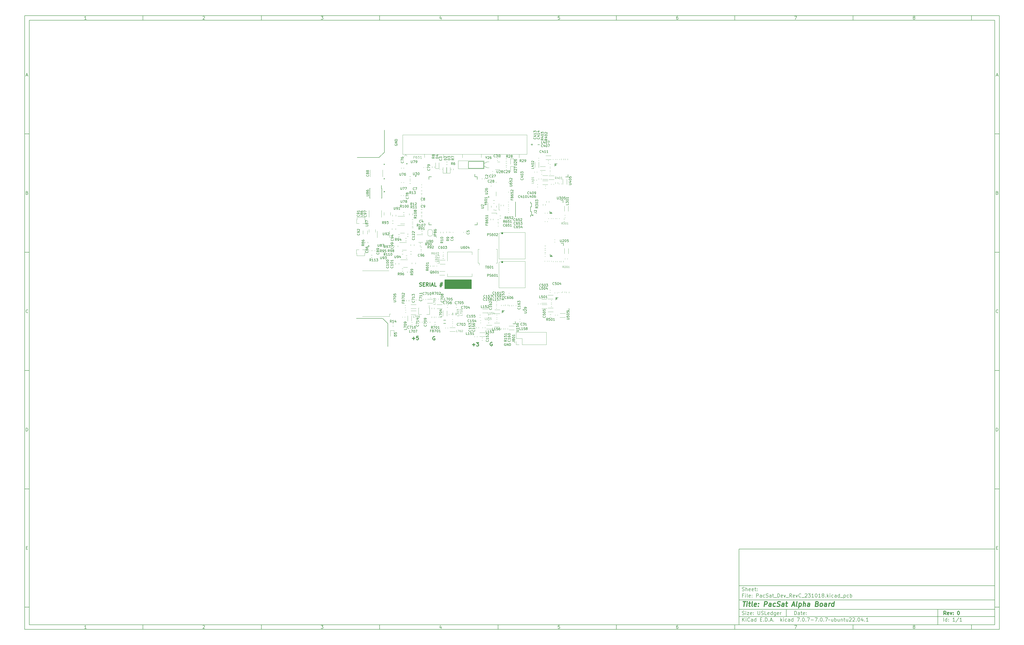
<source format=gbr>
%TF.GenerationSoftware,KiCad,Pcbnew,7.0.7-7.0.7~ubuntu22.04.1*%
%TF.CreationDate,2023-10-26T15:58:48-05:00*%
%TF.ProjectId,PacSat_Dev_RevC_231018,50616353-6174-45f4-9465-765f52657643,0*%
%TF.SameCoordinates,Original*%
%TF.FileFunction,Legend,Top*%
%TF.FilePolarity,Positive*%
%FSLAX46Y46*%
G04 Gerber Fmt 4.6, Leading zero omitted, Abs format (unit mm)*
G04 Created by KiCad (PCBNEW 7.0.7-7.0.7~ubuntu22.04.1) date 2023-10-26 15:58:48*
%MOMM*%
%LPD*%
G01*
G04 APERTURE LIST*
%ADD10C,0.100000*%
%ADD11C,0.150000*%
%ADD12C,0.300000*%
%ADD13C,0.400000*%
%ADD14C,0.200000*%
%ADD15C,0.101600*%
%ADD16C,0.080000*%
%ADD17C,0.120000*%
%ADD18C,0.381175*%
G04 APERTURE END LIST*
D10*
D11*
X311800000Y-235400000D02*
X419800000Y-235400000D01*
X419800000Y-267400000D01*
X311800000Y-267400000D01*
X311800000Y-235400000D01*
D10*
D11*
X10000000Y-10000000D02*
X421800000Y-10000000D01*
X421800000Y-269400000D01*
X10000000Y-269400000D01*
X10000000Y-10000000D01*
D10*
D11*
X12000000Y-12000000D02*
X419800000Y-12000000D01*
X419800000Y-267400000D01*
X12000000Y-267400000D01*
X12000000Y-12000000D01*
D10*
D11*
X60000000Y-12000000D02*
X60000000Y-10000000D01*
D10*
D11*
X110000000Y-12000000D02*
X110000000Y-10000000D01*
D10*
D11*
X160000000Y-12000000D02*
X160000000Y-10000000D01*
D10*
D11*
X210000000Y-12000000D02*
X210000000Y-10000000D01*
D10*
D11*
X260000000Y-12000000D02*
X260000000Y-10000000D01*
D10*
D11*
X310000000Y-12000000D02*
X310000000Y-10000000D01*
D10*
D11*
X360000000Y-12000000D02*
X360000000Y-10000000D01*
D10*
D11*
X410000000Y-12000000D02*
X410000000Y-10000000D01*
D10*
D11*
X36089160Y-11593604D02*
X35346303Y-11593604D01*
X35717731Y-11593604D02*
X35717731Y-10293604D01*
X35717731Y-10293604D02*
X35593922Y-10479319D01*
X35593922Y-10479319D02*
X35470112Y-10603128D01*
X35470112Y-10603128D02*
X35346303Y-10665033D01*
D10*
D11*
X85346303Y-10417414D02*
X85408207Y-10355509D01*
X85408207Y-10355509D02*
X85532017Y-10293604D01*
X85532017Y-10293604D02*
X85841541Y-10293604D01*
X85841541Y-10293604D02*
X85965350Y-10355509D01*
X85965350Y-10355509D02*
X86027255Y-10417414D01*
X86027255Y-10417414D02*
X86089160Y-10541223D01*
X86089160Y-10541223D02*
X86089160Y-10665033D01*
X86089160Y-10665033D02*
X86027255Y-10850747D01*
X86027255Y-10850747D02*
X85284398Y-11593604D01*
X85284398Y-11593604D02*
X86089160Y-11593604D01*
D10*
D11*
X135284398Y-10293604D02*
X136089160Y-10293604D01*
X136089160Y-10293604D02*
X135655826Y-10788842D01*
X135655826Y-10788842D02*
X135841541Y-10788842D01*
X135841541Y-10788842D02*
X135965350Y-10850747D01*
X135965350Y-10850747D02*
X136027255Y-10912652D01*
X136027255Y-10912652D02*
X136089160Y-11036461D01*
X136089160Y-11036461D02*
X136089160Y-11345985D01*
X136089160Y-11345985D02*
X136027255Y-11469795D01*
X136027255Y-11469795D02*
X135965350Y-11531700D01*
X135965350Y-11531700D02*
X135841541Y-11593604D01*
X135841541Y-11593604D02*
X135470112Y-11593604D01*
X135470112Y-11593604D02*
X135346303Y-11531700D01*
X135346303Y-11531700D02*
X135284398Y-11469795D01*
D10*
D11*
X185965350Y-10726938D02*
X185965350Y-11593604D01*
X185655826Y-10231700D02*
X185346303Y-11160271D01*
X185346303Y-11160271D02*
X186151064Y-11160271D01*
D10*
D11*
X236027255Y-10293604D02*
X235408207Y-10293604D01*
X235408207Y-10293604D02*
X235346303Y-10912652D01*
X235346303Y-10912652D02*
X235408207Y-10850747D01*
X235408207Y-10850747D02*
X235532017Y-10788842D01*
X235532017Y-10788842D02*
X235841541Y-10788842D01*
X235841541Y-10788842D02*
X235965350Y-10850747D01*
X235965350Y-10850747D02*
X236027255Y-10912652D01*
X236027255Y-10912652D02*
X236089160Y-11036461D01*
X236089160Y-11036461D02*
X236089160Y-11345985D01*
X236089160Y-11345985D02*
X236027255Y-11469795D01*
X236027255Y-11469795D02*
X235965350Y-11531700D01*
X235965350Y-11531700D02*
X235841541Y-11593604D01*
X235841541Y-11593604D02*
X235532017Y-11593604D01*
X235532017Y-11593604D02*
X235408207Y-11531700D01*
X235408207Y-11531700D02*
X235346303Y-11469795D01*
D10*
D11*
X285965350Y-10293604D02*
X285717731Y-10293604D01*
X285717731Y-10293604D02*
X285593922Y-10355509D01*
X285593922Y-10355509D02*
X285532017Y-10417414D01*
X285532017Y-10417414D02*
X285408207Y-10603128D01*
X285408207Y-10603128D02*
X285346303Y-10850747D01*
X285346303Y-10850747D02*
X285346303Y-11345985D01*
X285346303Y-11345985D02*
X285408207Y-11469795D01*
X285408207Y-11469795D02*
X285470112Y-11531700D01*
X285470112Y-11531700D02*
X285593922Y-11593604D01*
X285593922Y-11593604D02*
X285841541Y-11593604D01*
X285841541Y-11593604D02*
X285965350Y-11531700D01*
X285965350Y-11531700D02*
X286027255Y-11469795D01*
X286027255Y-11469795D02*
X286089160Y-11345985D01*
X286089160Y-11345985D02*
X286089160Y-11036461D01*
X286089160Y-11036461D02*
X286027255Y-10912652D01*
X286027255Y-10912652D02*
X285965350Y-10850747D01*
X285965350Y-10850747D02*
X285841541Y-10788842D01*
X285841541Y-10788842D02*
X285593922Y-10788842D01*
X285593922Y-10788842D02*
X285470112Y-10850747D01*
X285470112Y-10850747D02*
X285408207Y-10912652D01*
X285408207Y-10912652D02*
X285346303Y-11036461D01*
D10*
D11*
X335284398Y-10293604D02*
X336151064Y-10293604D01*
X336151064Y-10293604D02*
X335593922Y-11593604D01*
D10*
D11*
X385593922Y-10850747D02*
X385470112Y-10788842D01*
X385470112Y-10788842D02*
X385408207Y-10726938D01*
X385408207Y-10726938D02*
X385346303Y-10603128D01*
X385346303Y-10603128D02*
X385346303Y-10541223D01*
X385346303Y-10541223D02*
X385408207Y-10417414D01*
X385408207Y-10417414D02*
X385470112Y-10355509D01*
X385470112Y-10355509D02*
X385593922Y-10293604D01*
X385593922Y-10293604D02*
X385841541Y-10293604D01*
X385841541Y-10293604D02*
X385965350Y-10355509D01*
X385965350Y-10355509D02*
X386027255Y-10417414D01*
X386027255Y-10417414D02*
X386089160Y-10541223D01*
X386089160Y-10541223D02*
X386089160Y-10603128D01*
X386089160Y-10603128D02*
X386027255Y-10726938D01*
X386027255Y-10726938D02*
X385965350Y-10788842D01*
X385965350Y-10788842D02*
X385841541Y-10850747D01*
X385841541Y-10850747D02*
X385593922Y-10850747D01*
X385593922Y-10850747D02*
X385470112Y-10912652D01*
X385470112Y-10912652D02*
X385408207Y-10974557D01*
X385408207Y-10974557D02*
X385346303Y-11098366D01*
X385346303Y-11098366D02*
X385346303Y-11345985D01*
X385346303Y-11345985D02*
X385408207Y-11469795D01*
X385408207Y-11469795D02*
X385470112Y-11531700D01*
X385470112Y-11531700D02*
X385593922Y-11593604D01*
X385593922Y-11593604D02*
X385841541Y-11593604D01*
X385841541Y-11593604D02*
X385965350Y-11531700D01*
X385965350Y-11531700D02*
X386027255Y-11469795D01*
X386027255Y-11469795D02*
X386089160Y-11345985D01*
X386089160Y-11345985D02*
X386089160Y-11098366D01*
X386089160Y-11098366D02*
X386027255Y-10974557D01*
X386027255Y-10974557D02*
X385965350Y-10912652D01*
X385965350Y-10912652D02*
X385841541Y-10850747D01*
D10*
D11*
X60000000Y-267400000D02*
X60000000Y-269400000D01*
D10*
D11*
X110000000Y-267400000D02*
X110000000Y-269400000D01*
D10*
D11*
X160000000Y-267400000D02*
X160000000Y-269400000D01*
D10*
D11*
X210000000Y-267400000D02*
X210000000Y-269400000D01*
D10*
D11*
X260000000Y-267400000D02*
X260000000Y-269400000D01*
D10*
D11*
X310000000Y-267400000D02*
X310000000Y-269400000D01*
D10*
D11*
X360000000Y-267400000D02*
X360000000Y-269400000D01*
D10*
D11*
X410000000Y-267400000D02*
X410000000Y-269400000D01*
D10*
D11*
X36089160Y-268993604D02*
X35346303Y-268993604D01*
X35717731Y-268993604D02*
X35717731Y-267693604D01*
X35717731Y-267693604D02*
X35593922Y-267879319D01*
X35593922Y-267879319D02*
X35470112Y-268003128D01*
X35470112Y-268003128D02*
X35346303Y-268065033D01*
D10*
D11*
X85346303Y-267817414D02*
X85408207Y-267755509D01*
X85408207Y-267755509D02*
X85532017Y-267693604D01*
X85532017Y-267693604D02*
X85841541Y-267693604D01*
X85841541Y-267693604D02*
X85965350Y-267755509D01*
X85965350Y-267755509D02*
X86027255Y-267817414D01*
X86027255Y-267817414D02*
X86089160Y-267941223D01*
X86089160Y-267941223D02*
X86089160Y-268065033D01*
X86089160Y-268065033D02*
X86027255Y-268250747D01*
X86027255Y-268250747D02*
X85284398Y-268993604D01*
X85284398Y-268993604D02*
X86089160Y-268993604D01*
D10*
D11*
X135284398Y-267693604D02*
X136089160Y-267693604D01*
X136089160Y-267693604D02*
X135655826Y-268188842D01*
X135655826Y-268188842D02*
X135841541Y-268188842D01*
X135841541Y-268188842D02*
X135965350Y-268250747D01*
X135965350Y-268250747D02*
X136027255Y-268312652D01*
X136027255Y-268312652D02*
X136089160Y-268436461D01*
X136089160Y-268436461D02*
X136089160Y-268745985D01*
X136089160Y-268745985D02*
X136027255Y-268869795D01*
X136027255Y-268869795D02*
X135965350Y-268931700D01*
X135965350Y-268931700D02*
X135841541Y-268993604D01*
X135841541Y-268993604D02*
X135470112Y-268993604D01*
X135470112Y-268993604D02*
X135346303Y-268931700D01*
X135346303Y-268931700D02*
X135284398Y-268869795D01*
D10*
D11*
X185965350Y-268126938D02*
X185965350Y-268993604D01*
X185655826Y-267631700D02*
X185346303Y-268560271D01*
X185346303Y-268560271D02*
X186151064Y-268560271D01*
D10*
D11*
X236027255Y-267693604D02*
X235408207Y-267693604D01*
X235408207Y-267693604D02*
X235346303Y-268312652D01*
X235346303Y-268312652D02*
X235408207Y-268250747D01*
X235408207Y-268250747D02*
X235532017Y-268188842D01*
X235532017Y-268188842D02*
X235841541Y-268188842D01*
X235841541Y-268188842D02*
X235965350Y-268250747D01*
X235965350Y-268250747D02*
X236027255Y-268312652D01*
X236027255Y-268312652D02*
X236089160Y-268436461D01*
X236089160Y-268436461D02*
X236089160Y-268745985D01*
X236089160Y-268745985D02*
X236027255Y-268869795D01*
X236027255Y-268869795D02*
X235965350Y-268931700D01*
X235965350Y-268931700D02*
X235841541Y-268993604D01*
X235841541Y-268993604D02*
X235532017Y-268993604D01*
X235532017Y-268993604D02*
X235408207Y-268931700D01*
X235408207Y-268931700D02*
X235346303Y-268869795D01*
D10*
D11*
X285965350Y-267693604D02*
X285717731Y-267693604D01*
X285717731Y-267693604D02*
X285593922Y-267755509D01*
X285593922Y-267755509D02*
X285532017Y-267817414D01*
X285532017Y-267817414D02*
X285408207Y-268003128D01*
X285408207Y-268003128D02*
X285346303Y-268250747D01*
X285346303Y-268250747D02*
X285346303Y-268745985D01*
X285346303Y-268745985D02*
X285408207Y-268869795D01*
X285408207Y-268869795D02*
X285470112Y-268931700D01*
X285470112Y-268931700D02*
X285593922Y-268993604D01*
X285593922Y-268993604D02*
X285841541Y-268993604D01*
X285841541Y-268993604D02*
X285965350Y-268931700D01*
X285965350Y-268931700D02*
X286027255Y-268869795D01*
X286027255Y-268869795D02*
X286089160Y-268745985D01*
X286089160Y-268745985D02*
X286089160Y-268436461D01*
X286089160Y-268436461D02*
X286027255Y-268312652D01*
X286027255Y-268312652D02*
X285965350Y-268250747D01*
X285965350Y-268250747D02*
X285841541Y-268188842D01*
X285841541Y-268188842D02*
X285593922Y-268188842D01*
X285593922Y-268188842D02*
X285470112Y-268250747D01*
X285470112Y-268250747D02*
X285408207Y-268312652D01*
X285408207Y-268312652D02*
X285346303Y-268436461D01*
D10*
D11*
X335284398Y-267693604D02*
X336151064Y-267693604D01*
X336151064Y-267693604D02*
X335593922Y-268993604D01*
D10*
D11*
X385593922Y-268250747D02*
X385470112Y-268188842D01*
X385470112Y-268188842D02*
X385408207Y-268126938D01*
X385408207Y-268126938D02*
X385346303Y-268003128D01*
X385346303Y-268003128D02*
X385346303Y-267941223D01*
X385346303Y-267941223D02*
X385408207Y-267817414D01*
X385408207Y-267817414D02*
X385470112Y-267755509D01*
X385470112Y-267755509D02*
X385593922Y-267693604D01*
X385593922Y-267693604D02*
X385841541Y-267693604D01*
X385841541Y-267693604D02*
X385965350Y-267755509D01*
X385965350Y-267755509D02*
X386027255Y-267817414D01*
X386027255Y-267817414D02*
X386089160Y-267941223D01*
X386089160Y-267941223D02*
X386089160Y-268003128D01*
X386089160Y-268003128D02*
X386027255Y-268126938D01*
X386027255Y-268126938D02*
X385965350Y-268188842D01*
X385965350Y-268188842D02*
X385841541Y-268250747D01*
X385841541Y-268250747D02*
X385593922Y-268250747D01*
X385593922Y-268250747D02*
X385470112Y-268312652D01*
X385470112Y-268312652D02*
X385408207Y-268374557D01*
X385408207Y-268374557D02*
X385346303Y-268498366D01*
X385346303Y-268498366D02*
X385346303Y-268745985D01*
X385346303Y-268745985D02*
X385408207Y-268869795D01*
X385408207Y-268869795D02*
X385470112Y-268931700D01*
X385470112Y-268931700D02*
X385593922Y-268993604D01*
X385593922Y-268993604D02*
X385841541Y-268993604D01*
X385841541Y-268993604D02*
X385965350Y-268931700D01*
X385965350Y-268931700D02*
X386027255Y-268869795D01*
X386027255Y-268869795D02*
X386089160Y-268745985D01*
X386089160Y-268745985D02*
X386089160Y-268498366D01*
X386089160Y-268498366D02*
X386027255Y-268374557D01*
X386027255Y-268374557D02*
X385965350Y-268312652D01*
X385965350Y-268312652D02*
X385841541Y-268250747D01*
D10*
D11*
X10000000Y-60000000D02*
X12000000Y-60000000D01*
D10*
D11*
X10000000Y-110000000D02*
X12000000Y-110000000D01*
D10*
D11*
X10000000Y-160000000D02*
X12000000Y-160000000D01*
D10*
D11*
X10000000Y-210000000D02*
X12000000Y-210000000D01*
D10*
D11*
X10000000Y-260000000D02*
X12000000Y-260000000D01*
D10*
D11*
X10690476Y-35222176D02*
X11309523Y-35222176D01*
X10566666Y-35593604D02*
X10999999Y-34293604D01*
X10999999Y-34293604D02*
X11433333Y-35593604D01*
D10*
D11*
X11092857Y-84912652D02*
X11278571Y-84974557D01*
X11278571Y-84974557D02*
X11340476Y-85036461D01*
X11340476Y-85036461D02*
X11402380Y-85160271D01*
X11402380Y-85160271D02*
X11402380Y-85345985D01*
X11402380Y-85345985D02*
X11340476Y-85469795D01*
X11340476Y-85469795D02*
X11278571Y-85531700D01*
X11278571Y-85531700D02*
X11154761Y-85593604D01*
X11154761Y-85593604D02*
X10659523Y-85593604D01*
X10659523Y-85593604D02*
X10659523Y-84293604D01*
X10659523Y-84293604D02*
X11092857Y-84293604D01*
X11092857Y-84293604D02*
X11216666Y-84355509D01*
X11216666Y-84355509D02*
X11278571Y-84417414D01*
X11278571Y-84417414D02*
X11340476Y-84541223D01*
X11340476Y-84541223D02*
X11340476Y-84665033D01*
X11340476Y-84665033D02*
X11278571Y-84788842D01*
X11278571Y-84788842D02*
X11216666Y-84850747D01*
X11216666Y-84850747D02*
X11092857Y-84912652D01*
X11092857Y-84912652D02*
X10659523Y-84912652D01*
D10*
D11*
X11402380Y-135469795D02*
X11340476Y-135531700D01*
X11340476Y-135531700D02*
X11154761Y-135593604D01*
X11154761Y-135593604D02*
X11030952Y-135593604D01*
X11030952Y-135593604D02*
X10845238Y-135531700D01*
X10845238Y-135531700D02*
X10721428Y-135407890D01*
X10721428Y-135407890D02*
X10659523Y-135284080D01*
X10659523Y-135284080D02*
X10597619Y-135036461D01*
X10597619Y-135036461D02*
X10597619Y-134850747D01*
X10597619Y-134850747D02*
X10659523Y-134603128D01*
X10659523Y-134603128D02*
X10721428Y-134479319D01*
X10721428Y-134479319D02*
X10845238Y-134355509D01*
X10845238Y-134355509D02*
X11030952Y-134293604D01*
X11030952Y-134293604D02*
X11154761Y-134293604D01*
X11154761Y-134293604D02*
X11340476Y-134355509D01*
X11340476Y-134355509D02*
X11402380Y-134417414D01*
D10*
D11*
X10659523Y-185593604D02*
X10659523Y-184293604D01*
X10659523Y-184293604D02*
X10969047Y-184293604D01*
X10969047Y-184293604D02*
X11154761Y-184355509D01*
X11154761Y-184355509D02*
X11278571Y-184479319D01*
X11278571Y-184479319D02*
X11340476Y-184603128D01*
X11340476Y-184603128D02*
X11402380Y-184850747D01*
X11402380Y-184850747D02*
X11402380Y-185036461D01*
X11402380Y-185036461D02*
X11340476Y-185284080D01*
X11340476Y-185284080D02*
X11278571Y-185407890D01*
X11278571Y-185407890D02*
X11154761Y-185531700D01*
X11154761Y-185531700D02*
X10969047Y-185593604D01*
X10969047Y-185593604D02*
X10659523Y-185593604D01*
D10*
D11*
X10721428Y-234912652D02*
X11154762Y-234912652D01*
X11340476Y-235593604D02*
X10721428Y-235593604D01*
X10721428Y-235593604D02*
X10721428Y-234293604D01*
X10721428Y-234293604D02*
X11340476Y-234293604D01*
D10*
D11*
X421800000Y-60000000D02*
X419800000Y-60000000D01*
D10*
D11*
X421800000Y-110000000D02*
X419800000Y-110000000D01*
D10*
D11*
X421800000Y-160000000D02*
X419800000Y-160000000D01*
D10*
D11*
X421800000Y-210000000D02*
X419800000Y-210000000D01*
D10*
D11*
X421800000Y-260000000D02*
X419800000Y-260000000D01*
D10*
D11*
X420490476Y-35222176D02*
X421109523Y-35222176D01*
X420366666Y-35593604D02*
X420799999Y-34293604D01*
X420799999Y-34293604D02*
X421233333Y-35593604D01*
D10*
D11*
X420892857Y-84912652D02*
X421078571Y-84974557D01*
X421078571Y-84974557D02*
X421140476Y-85036461D01*
X421140476Y-85036461D02*
X421202380Y-85160271D01*
X421202380Y-85160271D02*
X421202380Y-85345985D01*
X421202380Y-85345985D02*
X421140476Y-85469795D01*
X421140476Y-85469795D02*
X421078571Y-85531700D01*
X421078571Y-85531700D02*
X420954761Y-85593604D01*
X420954761Y-85593604D02*
X420459523Y-85593604D01*
X420459523Y-85593604D02*
X420459523Y-84293604D01*
X420459523Y-84293604D02*
X420892857Y-84293604D01*
X420892857Y-84293604D02*
X421016666Y-84355509D01*
X421016666Y-84355509D02*
X421078571Y-84417414D01*
X421078571Y-84417414D02*
X421140476Y-84541223D01*
X421140476Y-84541223D02*
X421140476Y-84665033D01*
X421140476Y-84665033D02*
X421078571Y-84788842D01*
X421078571Y-84788842D02*
X421016666Y-84850747D01*
X421016666Y-84850747D02*
X420892857Y-84912652D01*
X420892857Y-84912652D02*
X420459523Y-84912652D01*
D10*
D11*
X421202380Y-135469795D02*
X421140476Y-135531700D01*
X421140476Y-135531700D02*
X420954761Y-135593604D01*
X420954761Y-135593604D02*
X420830952Y-135593604D01*
X420830952Y-135593604D02*
X420645238Y-135531700D01*
X420645238Y-135531700D02*
X420521428Y-135407890D01*
X420521428Y-135407890D02*
X420459523Y-135284080D01*
X420459523Y-135284080D02*
X420397619Y-135036461D01*
X420397619Y-135036461D02*
X420397619Y-134850747D01*
X420397619Y-134850747D02*
X420459523Y-134603128D01*
X420459523Y-134603128D02*
X420521428Y-134479319D01*
X420521428Y-134479319D02*
X420645238Y-134355509D01*
X420645238Y-134355509D02*
X420830952Y-134293604D01*
X420830952Y-134293604D02*
X420954761Y-134293604D01*
X420954761Y-134293604D02*
X421140476Y-134355509D01*
X421140476Y-134355509D02*
X421202380Y-134417414D01*
D10*
D11*
X420459523Y-185593604D02*
X420459523Y-184293604D01*
X420459523Y-184293604D02*
X420769047Y-184293604D01*
X420769047Y-184293604D02*
X420954761Y-184355509D01*
X420954761Y-184355509D02*
X421078571Y-184479319D01*
X421078571Y-184479319D02*
X421140476Y-184603128D01*
X421140476Y-184603128D02*
X421202380Y-184850747D01*
X421202380Y-184850747D02*
X421202380Y-185036461D01*
X421202380Y-185036461D02*
X421140476Y-185284080D01*
X421140476Y-185284080D02*
X421078571Y-185407890D01*
X421078571Y-185407890D02*
X420954761Y-185531700D01*
X420954761Y-185531700D02*
X420769047Y-185593604D01*
X420769047Y-185593604D02*
X420459523Y-185593604D01*
D10*
D11*
X420521428Y-234912652D02*
X420954762Y-234912652D01*
X421140476Y-235593604D02*
X420521428Y-235593604D01*
X420521428Y-235593604D02*
X420521428Y-234293604D01*
X420521428Y-234293604D02*
X421140476Y-234293604D01*
D10*
D11*
X335255826Y-263186128D02*
X335255826Y-261686128D01*
X335255826Y-261686128D02*
X335612969Y-261686128D01*
X335612969Y-261686128D02*
X335827255Y-261757557D01*
X335827255Y-261757557D02*
X335970112Y-261900414D01*
X335970112Y-261900414D02*
X336041541Y-262043271D01*
X336041541Y-262043271D02*
X336112969Y-262328985D01*
X336112969Y-262328985D02*
X336112969Y-262543271D01*
X336112969Y-262543271D02*
X336041541Y-262828985D01*
X336041541Y-262828985D02*
X335970112Y-262971842D01*
X335970112Y-262971842D02*
X335827255Y-263114700D01*
X335827255Y-263114700D02*
X335612969Y-263186128D01*
X335612969Y-263186128D02*
X335255826Y-263186128D01*
X337398684Y-263186128D02*
X337398684Y-262400414D01*
X337398684Y-262400414D02*
X337327255Y-262257557D01*
X337327255Y-262257557D02*
X337184398Y-262186128D01*
X337184398Y-262186128D02*
X336898684Y-262186128D01*
X336898684Y-262186128D02*
X336755826Y-262257557D01*
X337398684Y-263114700D02*
X337255826Y-263186128D01*
X337255826Y-263186128D02*
X336898684Y-263186128D01*
X336898684Y-263186128D02*
X336755826Y-263114700D01*
X336755826Y-263114700D02*
X336684398Y-262971842D01*
X336684398Y-262971842D02*
X336684398Y-262828985D01*
X336684398Y-262828985D02*
X336755826Y-262686128D01*
X336755826Y-262686128D02*
X336898684Y-262614700D01*
X336898684Y-262614700D02*
X337255826Y-262614700D01*
X337255826Y-262614700D02*
X337398684Y-262543271D01*
X337898684Y-262186128D02*
X338470112Y-262186128D01*
X338112969Y-261686128D02*
X338112969Y-262971842D01*
X338112969Y-262971842D02*
X338184398Y-263114700D01*
X338184398Y-263114700D02*
X338327255Y-263186128D01*
X338327255Y-263186128D02*
X338470112Y-263186128D01*
X339541541Y-263114700D02*
X339398684Y-263186128D01*
X339398684Y-263186128D02*
X339112970Y-263186128D01*
X339112970Y-263186128D02*
X338970112Y-263114700D01*
X338970112Y-263114700D02*
X338898684Y-262971842D01*
X338898684Y-262971842D02*
X338898684Y-262400414D01*
X338898684Y-262400414D02*
X338970112Y-262257557D01*
X338970112Y-262257557D02*
X339112970Y-262186128D01*
X339112970Y-262186128D02*
X339398684Y-262186128D01*
X339398684Y-262186128D02*
X339541541Y-262257557D01*
X339541541Y-262257557D02*
X339612970Y-262400414D01*
X339612970Y-262400414D02*
X339612970Y-262543271D01*
X339612970Y-262543271D02*
X338898684Y-262686128D01*
X340255826Y-263043271D02*
X340327255Y-263114700D01*
X340327255Y-263114700D02*
X340255826Y-263186128D01*
X340255826Y-263186128D02*
X340184398Y-263114700D01*
X340184398Y-263114700D02*
X340255826Y-263043271D01*
X340255826Y-263043271D02*
X340255826Y-263186128D01*
X340255826Y-262257557D02*
X340327255Y-262328985D01*
X340327255Y-262328985D02*
X340255826Y-262400414D01*
X340255826Y-262400414D02*
X340184398Y-262328985D01*
X340184398Y-262328985D02*
X340255826Y-262257557D01*
X340255826Y-262257557D02*
X340255826Y-262400414D01*
D10*
D11*
X311800000Y-263900000D02*
X419800000Y-263900000D01*
D10*
D11*
X313255826Y-265986128D02*
X313255826Y-264486128D01*
X314112969Y-265986128D02*
X313470112Y-265128985D01*
X314112969Y-264486128D02*
X313255826Y-265343271D01*
X314755826Y-265986128D02*
X314755826Y-264986128D01*
X314755826Y-264486128D02*
X314684398Y-264557557D01*
X314684398Y-264557557D02*
X314755826Y-264628985D01*
X314755826Y-264628985D02*
X314827255Y-264557557D01*
X314827255Y-264557557D02*
X314755826Y-264486128D01*
X314755826Y-264486128D02*
X314755826Y-264628985D01*
X316327255Y-265843271D02*
X316255827Y-265914700D01*
X316255827Y-265914700D02*
X316041541Y-265986128D01*
X316041541Y-265986128D02*
X315898684Y-265986128D01*
X315898684Y-265986128D02*
X315684398Y-265914700D01*
X315684398Y-265914700D02*
X315541541Y-265771842D01*
X315541541Y-265771842D02*
X315470112Y-265628985D01*
X315470112Y-265628985D02*
X315398684Y-265343271D01*
X315398684Y-265343271D02*
X315398684Y-265128985D01*
X315398684Y-265128985D02*
X315470112Y-264843271D01*
X315470112Y-264843271D02*
X315541541Y-264700414D01*
X315541541Y-264700414D02*
X315684398Y-264557557D01*
X315684398Y-264557557D02*
X315898684Y-264486128D01*
X315898684Y-264486128D02*
X316041541Y-264486128D01*
X316041541Y-264486128D02*
X316255827Y-264557557D01*
X316255827Y-264557557D02*
X316327255Y-264628985D01*
X317612970Y-265986128D02*
X317612970Y-265200414D01*
X317612970Y-265200414D02*
X317541541Y-265057557D01*
X317541541Y-265057557D02*
X317398684Y-264986128D01*
X317398684Y-264986128D02*
X317112970Y-264986128D01*
X317112970Y-264986128D02*
X316970112Y-265057557D01*
X317612970Y-265914700D02*
X317470112Y-265986128D01*
X317470112Y-265986128D02*
X317112970Y-265986128D01*
X317112970Y-265986128D02*
X316970112Y-265914700D01*
X316970112Y-265914700D02*
X316898684Y-265771842D01*
X316898684Y-265771842D02*
X316898684Y-265628985D01*
X316898684Y-265628985D02*
X316970112Y-265486128D01*
X316970112Y-265486128D02*
X317112970Y-265414700D01*
X317112970Y-265414700D02*
X317470112Y-265414700D01*
X317470112Y-265414700D02*
X317612970Y-265343271D01*
X318970113Y-265986128D02*
X318970113Y-264486128D01*
X318970113Y-265914700D02*
X318827255Y-265986128D01*
X318827255Y-265986128D02*
X318541541Y-265986128D01*
X318541541Y-265986128D02*
X318398684Y-265914700D01*
X318398684Y-265914700D02*
X318327255Y-265843271D01*
X318327255Y-265843271D02*
X318255827Y-265700414D01*
X318255827Y-265700414D02*
X318255827Y-265271842D01*
X318255827Y-265271842D02*
X318327255Y-265128985D01*
X318327255Y-265128985D02*
X318398684Y-265057557D01*
X318398684Y-265057557D02*
X318541541Y-264986128D01*
X318541541Y-264986128D02*
X318827255Y-264986128D01*
X318827255Y-264986128D02*
X318970113Y-265057557D01*
X320827255Y-265200414D02*
X321327255Y-265200414D01*
X321541541Y-265986128D02*
X320827255Y-265986128D01*
X320827255Y-265986128D02*
X320827255Y-264486128D01*
X320827255Y-264486128D02*
X321541541Y-264486128D01*
X322184398Y-265843271D02*
X322255827Y-265914700D01*
X322255827Y-265914700D02*
X322184398Y-265986128D01*
X322184398Y-265986128D02*
X322112970Y-265914700D01*
X322112970Y-265914700D02*
X322184398Y-265843271D01*
X322184398Y-265843271D02*
X322184398Y-265986128D01*
X322898684Y-265986128D02*
X322898684Y-264486128D01*
X322898684Y-264486128D02*
X323255827Y-264486128D01*
X323255827Y-264486128D02*
X323470113Y-264557557D01*
X323470113Y-264557557D02*
X323612970Y-264700414D01*
X323612970Y-264700414D02*
X323684399Y-264843271D01*
X323684399Y-264843271D02*
X323755827Y-265128985D01*
X323755827Y-265128985D02*
X323755827Y-265343271D01*
X323755827Y-265343271D02*
X323684399Y-265628985D01*
X323684399Y-265628985D02*
X323612970Y-265771842D01*
X323612970Y-265771842D02*
X323470113Y-265914700D01*
X323470113Y-265914700D02*
X323255827Y-265986128D01*
X323255827Y-265986128D02*
X322898684Y-265986128D01*
X324398684Y-265843271D02*
X324470113Y-265914700D01*
X324470113Y-265914700D02*
X324398684Y-265986128D01*
X324398684Y-265986128D02*
X324327256Y-265914700D01*
X324327256Y-265914700D02*
X324398684Y-265843271D01*
X324398684Y-265843271D02*
X324398684Y-265986128D01*
X325041542Y-265557557D02*
X325755828Y-265557557D01*
X324898685Y-265986128D02*
X325398685Y-264486128D01*
X325398685Y-264486128D02*
X325898685Y-265986128D01*
X326398684Y-265843271D02*
X326470113Y-265914700D01*
X326470113Y-265914700D02*
X326398684Y-265986128D01*
X326398684Y-265986128D02*
X326327256Y-265914700D01*
X326327256Y-265914700D02*
X326398684Y-265843271D01*
X326398684Y-265843271D02*
X326398684Y-265986128D01*
X329398684Y-265986128D02*
X329398684Y-264486128D01*
X329541542Y-265414700D02*
X329970113Y-265986128D01*
X329970113Y-264986128D02*
X329398684Y-265557557D01*
X330612970Y-265986128D02*
X330612970Y-264986128D01*
X330612970Y-264486128D02*
X330541542Y-264557557D01*
X330541542Y-264557557D02*
X330612970Y-264628985D01*
X330612970Y-264628985D02*
X330684399Y-264557557D01*
X330684399Y-264557557D02*
X330612970Y-264486128D01*
X330612970Y-264486128D02*
X330612970Y-264628985D01*
X331970114Y-265914700D02*
X331827256Y-265986128D01*
X331827256Y-265986128D02*
X331541542Y-265986128D01*
X331541542Y-265986128D02*
X331398685Y-265914700D01*
X331398685Y-265914700D02*
X331327256Y-265843271D01*
X331327256Y-265843271D02*
X331255828Y-265700414D01*
X331255828Y-265700414D02*
X331255828Y-265271842D01*
X331255828Y-265271842D02*
X331327256Y-265128985D01*
X331327256Y-265128985D02*
X331398685Y-265057557D01*
X331398685Y-265057557D02*
X331541542Y-264986128D01*
X331541542Y-264986128D02*
X331827256Y-264986128D01*
X331827256Y-264986128D02*
X331970114Y-265057557D01*
X333255828Y-265986128D02*
X333255828Y-265200414D01*
X333255828Y-265200414D02*
X333184399Y-265057557D01*
X333184399Y-265057557D02*
X333041542Y-264986128D01*
X333041542Y-264986128D02*
X332755828Y-264986128D01*
X332755828Y-264986128D02*
X332612970Y-265057557D01*
X333255828Y-265914700D02*
X333112970Y-265986128D01*
X333112970Y-265986128D02*
X332755828Y-265986128D01*
X332755828Y-265986128D02*
X332612970Y-265914700D01*
X332612970Y-265914700D02*
X332541542Y-265771842D01*
X332541542Y-265771842D02*
X332541542Y-265628985D01*
X332541542Y-265628985D02*
X332612970Y-265486128D01*
X332612970Y-265486128D02*
X332755828Y-265414700D01*
X332755828Y-265414700D02*
X333112970Y-265414700D01*
X333112970Y-265414700D02*
X333255828Y-265343271D01*
X334612971Y-265986128D02*
X334612971Y-264486128D01*
X334612971Y-265914700D02*
X334470113Y-265986128D01*
X334470113Y-265986128D02*
X334184399Y-265986128D01*
X334184399Y-265986128D02*
X334041542Y-265914700D01*
X334041542Y-265914700D02*
X333970113Y-265843271D01*
X333970113Y-265843271D02*
X333898685Y-265700414D01*
X333898685Y-265700414D02*
X333898685Y-265271842D01*
X333898685Y-265271842D02*
X333970113Y-265128985D01*
X333970113Y-265128985D02*
X334041542Y-265057557D01*
X334041542Y-265057557D02*
X334184399Y-264986128D01*
X334184399Y-264986128D02*
X334470113Y-264986128D01*
X334470113Y-264986128D02*
X334612971Y-265057557D01*
X336327256Y-264486128D02*
X337327256Y-264486128D01*
X337327256Y-264486128D02*
X336684399Y-265986128D01*
X337898684Y-265843271D02*
X337970113Y-265914700D01*
X337970113Y-265914700D02*
X337898684Y-265986128D01*
X337898684Y-265986128D02*
X337827256Y-265914700D01*
X337827256Y-265914700D02*
X337898684Y-265843271D01*
X337898684Y-265843271D02*
X337898684Y-265986128D01*
X338898685Y-264486128D02*
X339041542Y-264486128D01*
X339041542Y-264486128D02*
X339184399Y-264557557D01*
X339184399Y-264557557D02*
X339255828Y-264628985D01*
X339255828Y-264628985D02*
X339327256Y-264771842D01*
X339327256Y-264771842D02*
X339398685Y-265057557D01*
X339398685Y-265057557D02*
X339398685Y-265414700D01*
X339398685Y-265414700D02*
X339327256Y-265700414D01*
X339327256Y-265700414D02*
X339255828Y-265843271D01*
X339255828Y-265843271D02*
X339184399Y-265914700D01*
X339184399Y-265914700D02*
X339041542Y-265986128D01*
X339041542Y-265986128D02*
X338898685Y-265986128D01*
X338898685Y-265986128D02*
X338755828Y-265914700D01*
X338755828Y-265914700D02*
X338684399Y-265843271D01*
X338684399Y-265843271D02*
X338612970Y-265700414D01*
X338612970Y-265700414D02*
X338541542Y-265414700D01*
X338541542Y-265414700D02*
X338541542Y-265057557D01*
X338541542Y-265057557D02*
X338612970Y-264771842D01*
X338612970Y-264771842D02*
X338684399Y-264628985D01*
X338684399Y-264628985D02*
X338755828Y-264557557D01*
X338755828Y-264557557D02*
X338898685Y-264486128D01*
X340041541Y-265843271D02*
X340112970Y-265914700D01*
X340112970Y-265914700D02*
X340041541Y-265986128D01*
X340041541Y-265986128D02*
X339970113Y-265914700D01*
X339970113Y-265914700D02*
X340041541Y-265843271D01*
X340041541Y-265843271D02*
X340041541Y-265986128D01*
X340612970Y-264486128D02*
X341612970Y-264486128D01*
X341612970Y-264486128D02*
X340970113Y-265986128D01*
X342184398Y-265414700D02*
X343327256Y-265414700D01*
X343898684Y-264486128D02*
X344898684Y-264486128D01*
X344898684Y-264486128D02*
X344255827Y-265986128D01*
X345470112Y-265843271D02*
X345541541Y-265914700D01*
X345541541Y-265914700D02*
X345470112Y-265986128D01*
X345470112Y-265986128D02*
X345398684Y-265914700D01*
X345398684Y-265914700D02*
X345470112Y-265843271D01*
X345470112Y-265843271D02*
X345470112Y-265986128D01*
X346470113Y-264486128D02*
X346612970Y-264486128D01*
X346612970Y-264486128D02*
X346755827Y-264557557D01*
X346755827Y-264557557D02*
X346827256Y-264628985D01*
X346827256Y-264628985D02*
X346898684Y-264771842D01*
X346898684Y-264771842D02*
X346970113Y-265057557D01*
X346970113Y-265057557D02*
X346970113Y-265414700D01*
X346970113Y-265414700D02*
X346898684Y-265700414D01*
X346898684Y-265700414D02*
X346827256Y-265843271D01*
X346827256Y-265843271D02*
X346755827Y-265914700D01*
X346755827Y-265914700D02*
X346612970Y-265986128D01*
X346612970Y-265986128D02*
X346470113Y-265986128D01*
X346470113Y-265986128D02*
X346327256Y-265914700D01*
X346327256Y-265914700D02*
X346255827Y-265843271D01*
X346255827Y-265843271D02*
X346184398Y-265700414D01*
X346184398Y-265700414D02*
X346112970Y-265414700D01*
X346112970Y-265414700D02*
X346112970Y-265057557D01*
X346112970Y-265057557D02*
X346184398Y-264771842D01*
X346184398Y-264771842D02*
X346255827Y-264628985D01*
X346255827Y-264628985D02*
X346327256Y-264557557D01*
X346327256Y-264557557D02*
X346470113Y-264486128D01*
X347612969Y-265843271D02*
X347684398Y-265914700D01*
X347684398Y-265914700D02*
X347612969Y-265986128D01*
X347612969Y-265986128D02*
X347541541Y-265914700D01*
X347541541Y-265914700D02*
X347612969Y-265843271D01*
X347612969Y-265843271D02*
X347612969Y-265986128D01*
X348184398Y-264486128D02*
X349184398Y-264486128D01*
X349184398Y-264486128D02*
X348541541Y-265986128D01*
X349541541Y-265414700D02*
X349612969Y-265343271D01*
X349612969Y-265343271D02*
X349755826Y-265271842D01*
X349755826Y-265271842D02*
X350041541Y-265414700D01*
X350041541Y-265414700D02*
X350184398Y-265343271D01*
X350184398Y-265343271D02*
X350255826Y-265271842D01*
X351470113Y-264986128D02*
X351470113Y-265986128D01*
X350827255Y-264986128D02*
X350827255Y-265771842D01*
X350827255Y-265771842D02*
X350898684Y-265914700D01*
X350898684Y-265914700D02*
X351041541Y-265986128D01*
X351041541Y-265986128D02*
X351255827Y-265986128D01*
X351255827Y-265986128D02*
X351398684Y-265914700D01*
X351398684Y-265914700D02*
X351470113Y-265843271D01*
X352184398Y-265986128D02*
X352184398Y-264486128D01*
X352184398Y-265057557D02*
X352327256Y-264986128D01*
X352327256Y-264986128D02*
X352612970Y-264986128D01*
X352612970Y-264986128D02*
X352755827Y-265057557D01*
X352755827Y-265057557D02*
X352827256Y-265128985D01*
X352827256Y-265128985D02*
X352898684Y-265271842D01*
X352898684Y-265271842D02*
X352898684Y-265700414D01*
X352898684Y-265700414D02*
X352827256Y-265843271D01*
X352827256Y-265843271D02*
X352755827Y-265914700D01*
X352755827Y-265914700D02*
X352612970Y-265986128D01*
X352612970Y-265986128D02*
X352327256Y-265986128D01*
X352327256Y-265986128D02*
X352184398Y-265914700D01*
X354184399Y-264986128D02*
X354184399Y-265986128D01*
X353541541Y-264986128D02*
X353541541Y-265771842D01*
X353541541Y-265771842D02*
X353612970Y-265914700D01*
X353612970Y-265914700D02*
X353755827Y-265986128D01*
X353755827Y-265986128D02*
X353970113Y-265986128D01*
X353970113Y-265986128D02*
X354112970Y-265914700D01*
X354112970Y-265914700D02*
X354184399Y-265843271D01*
X354898684Y-264986128D02*
X354898684Y-265986128D01*
X354898684Y-265128985D02*
X354970113Y-265057557D01*
X354970113Y-265057557D02*
X355112970Y-264986128D01*
X355112970Y-264986128D02*
X355327256Y-264986128D01*
X355327256Y-264986128D02*
X355470113Y-265057557D01*
X355470113Y-265057557D02*
X355541542Y-265200414D01*
X355541542Y-265200414D02*
X355541542Y-265986128D01*
X356041542Y-264986128D02*
X356612970Y-264986128D01*
X356255827Y-264486128D02*
X356255827Y-265771842D01*
X356255827Y-265771842D02*
X356327256Y-265914700D01*
X356327256Y-265914700D02*
X356470113Y-265986128D01*
X356470113Y-265986128D02*
X356612970Y-265986128D01*
X357755828Y-264986128D02*
X357755828Y-265986128D01*
X357112970Y-264986128D02*
X357112970Y-265771842D01*
X357112970Y-265771842D02*
X357184399Y-265914700D01*
X357184399Y-265914700D02*
X357327256Y-265986128D01*
X357327256Y-265986128D02*
X357541542Y-265986128D01*
X357541542Y-265986128D02*
X357684399Y-265914700D01*
X357684399Y-265914700D02*
X357755828Y-265843271D01*
X358398685Y-264628985D02*
X358470113Y-264557557D01*
X358470113Y-264557557D02*
X358612971Y-264486128D01*
X358612971Y-264486128D02*
X358970113Y-264486128D01*
X358970113Y-264486128D02*
X359112971Y-264557557D01*
X359112971Y-264557557D02*
X359184399Y-264628985D01*
X359184399Y-264628985D02*
X359255828Y-264771842D01*
X359255828Y-264771842D02*
X359255828Y-264914700D01*
X359255828Y-264914700D02*
X359184399Y-265128985D01*
X359184399Y-265128985D02*
X358327256Y-265986128D01*
X358327256Y-265986128D02*
X359255828Y-265986128D01*
X359827256Y-264628985D02*
X359898684Y-264557557D01*
X359898684Y-264557557D02*
X360041542Y-264486128D01*
X360041542Y-264486128D02*
X360398684Y-264486128D01*
X360398684Y-264486128D02*
X360541542Y-264557557D01*
X360541542Y-264557557D02*
X360612970Y-264628985D01*
X360612970Y-264628985D02*
X360684399Y-264771842D01*
X360684399Y-264771842D02*
X360684399Y-264914700D01*
X360684399Y-264914700D02*
X360612970Y-265128985D01*
X360612970Y-265128985D02*
X359755827Y-265986128D01*
X359755827Y-265986128D02*
X360684399Y-265986128D01*
X361327255Y-265843271D02*
X361398684Y-265914700D01*
X361398684Y-265914700D02*
X361327255Y-265986128D01*
X361327255Y-265986128D02*
X361255827Y-265914700D01*
X361255827Y-265914700D02*
X361327255Y-265843271D01*
X361327255Y-265843271D02*
X361327255Y-265986128D01*
X362327256Y-264486128D02*
X362470113Y-264486128D01*
X362470113Y-264486128D02*
X362612970Y-264557557D01*
X362612970Y-264557557D02*
X362684399Y-264628985D01*
X362684399Y-264628985D02*
X362755827Y-264771842D01*
X362755827Y-264771842D02*
X362827256Y-265057557D01*
X362827256Y-265057557D02*
X362827256Y-265414700D01*
X362827256Y-265414700D02*
X362755827Y-265700414D01*
X362755827Y-265700414D02*
X362684399Y-265843271D01*
X362684399Y-265843271D02*
X362612970Y-265914700D01*
X362612970Y-265914700D02*
X362470113Y-265986128D01*
X362470113Y-265986128D02*
X362327256Y-265986128D01*
X362327256Y-265986128D02*
X362184399Y-265914700D01*
X362184399Y-265914700D02*
X362112970Y-265843271D01*
X362112970Y-265843271D02*
X362041541Y-265700414D01*
X362041541Y-265700414D02*
X361970113Y-265414700D01*
X361970113Y-265414700D02*
X361970113Y-265057557D01*
X361970113Y-265057557D02*
X362041541Y-264771842D01*
X362041541Y-264771842D02*
X362112970Y-264628985D01*
X362112970Y-264628985D02*
X362184399Y-264557557D01*
X362184399Y-264557557D02*
X362327256Y-264486128D01*
X364112970Y-264986128D02*
X364112970Y-265986128D01*
X363755827Y-264414700D02*
X363398684Y-265486128D01*
X363398684Y-265486128D02*
X364327255Y-265486128D01*
X364898683Y-265843271D02*
X364970112Y-265914700D01*
X364970112Y-265914700D02*
X364898683Y-265986128D01*
X364898683Y-265986128D02*
X364827255Y-265914700D01*
X364827255Y-265914700D02*
X364898683Y-265843271D01*
X364898683Y-265843271D02*
X364898683Y-265986128D01*
X366398684Y-265986128D02*
X365541541Y-265986128D01*
X365970112Y-265986128D02*
X365970112Y-264486128D01*
X365970112Y-264486128D02*
X365827255Y-264700414D01*
X365827255Y-264700414D02*
X365684398Y-264843271D01*
X365684398Y-264843271D02*
X365541541Y-264914700D01*
D10*
D11*
X311800000Y-260900000D02*
X419800000Y-260900000D01*
D10*
D12*
X399211653Y-263178328D02*
X398711653Y-262464042D01*
X398354510Y-263178328D02*
X398354510Y-261678328D01*
X398354510Y-261678328D02*
X398925939Y-261678328D01*
X398925939Y-261678328D02*
X399068796Y-261749757D01*
X399068796Y-261749757D02*
X399140225Y-261821185D01*
X399140225Y-261821185D02*
X399211653Y-261964042D01*
X399211653Y-261964042D02*
X399211653Y-262178328D01*
X399211653Y-262178328D02*
X399140225Y-262321185D01*
X399140225Y-262321185D02*
X399068796Y-262392614D01*
X399068796Y-262392614D02*
X398925939Y-262464042D01*
X398925939Y-262464042D02*
X398354510Y-262464042D01*
X400425939Y-263106900D02*
X400283082Y-263178328D01*
X400283082Y-263178328D02*
X399997368Y-263178328D01*
X399997368Y-263178328D02*
X399854510Y-263106900D01*
X399854510Y-263106900D02*
X399783082Y-262964042D01*
X399783082Y-262964042D02*
X399783082Y-262392614D01*
X399783082Y-262392614D02*
X399854510Y-262249757D01*
X399854510Y-262249757D02*
X399997368Y-262178328D01*
X399997368Y-262178328D02*
X400283082Y-262178328D01*
X400283082Y-262178328D02*
X400425939Y-262249757D01*
X400425939Y-262249757D02*
X400497368Y-262392614D01*
X400497368Y-262392614D02*
X400497368Y-262535471D01*
X400497368Y-262535471D02*
X399783082Y-262678328D01*
X400997367Y-262178328D02*
X401354510Y-263178328D01*
X401354510Y-263178328D02*
X401711653Y-262178328D01*
X402283081Y-263035471D02*
X402354510Y-263106900D01*
X402354510Y-263106900D02*
X402283081Y-263178328D01*
X402283081Y-263178328D02*
X402211653Y-263106900D01*
X402211653Y-263106900D02*
X402283081Y-263035471D01*
X402283081Y-263035471D02*
X402283081Y-263178328D01*
X402283081Y-262249757D02*
X402354510Y-262321185D01*
X402354510Y-262321185D02*
X402283081Y-262392614D01*
X402283081Y-262392614D02*
X402211653Y-262321185D01*
X402211653Y-262321185D02*
X402283081Y-262249757D01*
X402283081Y-262249757D02*
X402283081Y-262392614D01*
X404425939Y-261678328D02*
X404568796Y-261678328D01*
X404568796Y-261678328D02*
X404711653Y-261749757D01*
X404711653Y-261749757D02*
X404783082Y-261821185D01*
X404783082Y-261821185D02*
X404854510Y-261964042D01*
X404854510Y-261964042D02*
X404925939Y-262249757D01*
X404925939Y-262249757D02*
X404925939Y-262606900D01*
X404925939Y-262606900D02*
X404854510Y-262892614D01*
X404854510Y-262892614D02*
X404783082Y-263035471D01*
X404783082Y-263035471D02*
X404711653Y-263106900D01*
X404711653Y-263106900D02*
X404568796Y-263178328D01*
X404568796Y-263178328D02*
X404425939Y-263178328D01*
X404425939Y-263178328D02*
X404283082Y-263106900D01*
X404283082Y-263106900D02*
X404211653Y-263035471D01*
X404211653Y-263035471D02*
X404140224Y-262892614D01*
X404140224Y-262892614D02*
X404068796Y-262606900D01*
X404068796Y-262606900D02*
X404068796Y-262249757D01*
X404068796Y-262249757D02*
X404140224Y-261964042D01*
X404140224Y-261964042D02*
X404211653Y-261821185D01*
X404211653Y-261821185D02*
X404283082Y-261749757D01*
X404283082Y-261749757D02*
X404425939Y-261678328D01*
D10*
D11*
X313184398Y-263114700D02*
X313398684Y-263186128D01*
X313398684Y-263186128D02*
X313755826Y-263186128D01*
X313755826Y-263186128D02*
X313898684Y-263114700D01*
X313898684Y-263114700D02*
X313970112Y-263043271D01*
X313970112Y-263043271D02*
X314041541Y-262900414D01*
X314041541Y-262900414D02*
X314041541Y-262757557D01*
X314041541Y-262757557D02*
X313970112Y-262614700D01*
X313970112Y-262614700D02*
X313898684Y-262543271D01*
X313898684Y-262543271D02*
X313755826Y-262471842D01*
X313755826Y-262471842D02*
X313470112Y-262400414D01*
X313470112Y-262400414D02*
X313327255Y-262328985D01*
X313327255Y-262328985D02*
X313255826Y-262257557D01*
X313255826Y-262257557D02*
X313184398Y-262114700D01*
X313184398Y-262114700D02*
X313184398Y-261971842D01*
X313184398Y-261971842D02*
X313255826Y-261828985D01*
X313255826Y-261828985D02*
X313327255Y-261757557D01*
X313327255Y-261757557D02*
X313470112Y-261686128D01*
X313470112Y-261686128D02*
X313827255Y-261686128D01*
X313827255Y-261686128D02*
X314041541Y-261757557D01*
X314684397Y-263186128D02*
X314684397Y-262186128D01*
X314684397Y-261686128D02*
X314612969Y-261757557D01*
X314612969Y-261757557D02*
X314684397Y-261828985D01*
X314684397Y-261828985D02*
X314755826Y-261757557D01*
X314755826Y-261757557D02*
X314684397Y-261686128D01*
X314684397Y-261686128D02*
X314684397Y-261828985D01*
X315255826Y-262186128D02*
X316041541Y-262186128D01*
X316041541Y-262186128D02*
X315255826Y-263186128D01*
X315255826Y-263186128D02*
X316041541Y-263186128D01*
X317184398Y-263114700D02*
X317041541Y-263186128D01*
X317041541Y-263186128D02*
X316755827Y-263186128D01*
X316755827Y-263186128D02*
X316612969Y-263114700D01*
X316612969Y-263114700D02*
X316541541Y-262971842D01*
X316541541Y-262971842D02*
X316541541Y-262400414D01*
X316541541Y-262400414D02*
X316612969Y-262257557D01*
X316612969Y-262257557D02*
X316755827Y-262186128D01*
X316755827Y-262186128D02*
X317041541Y-262186128D01*
X317041541Y-262186128D02*
X317184398Y-262257557D01*
X317184398Y-262257557D02*
X317255827Y-262400414D01*
X317255827Y-262400414D02*
X317255827Y-262543271D01*
X317255827Y-262543271D02*
X316541541Y-262686128D01*
X317898683Y-263043271D02*
X317970112Y-263114700D01*
X317970112Y-263114700D02*
X317898683Y-263186128D01*
X317898683Y-263186128D02*
X317827255Y-263114700D01*
X317827255Y-263114700D02*
X317898683Y-263043271D01*
X317898683Y-263043271D02*
X317898683Y-263186128D01*
X317898683Y-262257557D02*
X317970112Y-262328985D01*
X317970112Y-262328985D02*
X317898683Y-262400414D01*
X317898683Y-262400414D02*
X317827255Y-262328985D01*
X317827255Y-262328985D02*
X317898683Y-262257557D01*
X317898683Y-262257557D02*
X317898683Y-262400414D01*
X319755826Y-261686128D02*
X319755826Y-262900414D01*
X319755826Y-262900414D02*
X319827255Y-263043271D01*
X319827255Y-263043271D02*
X319898684Y-263114700D01*
X319898684Y-263114700D02*
X320041541Y-263186128D01*
X320041541Y-263186128D02*
X320327255Y-263186128D01*
X320327255Y-263186128D02*
X320470112Y-263114700D01*
X320470112Y-263114700D02*
X320541541Y-263043271D01*
X320541541Y-263043271D02*
X320612969Y-262900414D01*
X320612969Y-262900414D02*
X320612969Y-261686128D01*
X321255827Y-263114700D02*
X321470113Y-263186128D01*
X321470113Y-263186128D02*
X321827255Y-263186128D01*
X321827255Y-263186128D02*
X321970113Y-263114700D01*
X321970113Y-263114700D02*
X322041541Y-263043271D01*
X322041541Y-263043271D02*
X322112970Y-262900414D01*
X322112970Y-262900414D02*
X322112970Y-262757557D01*
X322112970Y-262757557D02*
X322041541Y-262614700D01*
X322041541Y-262614700D02*
X321970113Y-262543271D01*
X321970113Y-262543271D02*
X321827255Y-262471842D01*
X321827255Y-262471842D02*
X321541541Y-262400414D01*
X321541541Y-262400414D02*
X321398684Y-262328985D01*
X321398684Y-262328985D02*
X321327255Y-262257557D01*
X321327255Y-262257557D02*
X321255827Y-262114700D01*
X321255827Y-262114700D02*
X321255827Y-261971842D01*
X321255827Y-261971842D02*
X321327255Y-261828985D01*
X321327255Y-261828985D02*
X321398684Y-261757557D01*
X321398684Y-261757557D02*
X321541541Y-261686128D01*
X321541541Y-261686128D02*
X321898684Y-261686128D01*
X321898684Y-261686128D02*
X322112970Y-261757557D01*
X323470112Y-263186128D02*
X322755826Y-263186128D01*
X322755826Y-263186128D02*
X322755826Y-261686128D01*
X324541541Y-263114700D02*
X324398684Y-263186128D01*
X324398684Y-263186128D02*
X324112970Y-263186128D01*
X324112970Y-263186128D02*
X323970112Y-263114700D01*
X323970112Y-263114700D02*
X323898684Y-262971842D01*
X323898684Y-262971842D02*
X323898684Y-262400414D01*
X323898684Y-262400414D02*
X323970112Y-262257557D01*
X323970112Y-262257557D02*
X324112970Y-262186128D01*
X324112970Y-262186128D02*
X324398684Y-262186128D01*
X324398684Y-262186128D02*
X324541541Y-262257557D01*
X324541541Y-262257557D02*
X324612970Y-262400414D01*
X324612970Y-262400414D02*
X324612970Y-262543271D01*
X324612970Y-262543271D02*
X323898684Y-262686128D01*
X325898684Y-263186128D02*
X325898684Y-261686128D01*
X325898684Y-263114700D02*
X325755826Y-263186128D01*
X325755826Y-263186128D02*
X325470112Y-263186128D01*
X325470112Y-263186128D02*
X325327255Y-263114700D01*
X325327255Y-263114700D02*
X325255826Y-263043271D01*
X325255826Y-263043271D02*
X325184398Y-262900414D01*
X325184398Y-262900414D02*
X325184398Y-262471842D01*
X325184398Y-262471842D02*
X325255826Y-262328985D01*
X325255826Y-262328985D02*
X325327255Y-262257557D01*
X325327255Y-262257557D02*
X325470112Y-262186128D01*
X325470112Y-262186128D02*
X325755826Y-262186128D01*
X325755826Y-262186128D02*
X325898684Y-262257557D01*
X327255827Y-262186128D02*
X327255827Y-263400414D01*
X327255827Y-263400414D02*
X327184398Y-263543271D01*
X327184398Y-263543271D02*
X327112969Y-263614700D01*
X327112969Y-263614700D02*
X326970112Y-263686128D01*
X326970112Y-263686128D02*
X326755827Y-263686128D01*
X326755827Y-263686128D02*
X326612969Y-263614700D01*
X327255827Y-263114700D02*
X327112969Y-263186128D01*
X327112969Y-263186128D02*
X326827255Y-263186128D01*
X326827255Y-263186128D02*
X326684398Y-263114700D01*
X326684398Y-263114700D02*
X326612969Y-263043271D01*
X326612969Y-263043271D02*
X326541541Y-262900414D01*
X326541541Y-262900414D02*
X326541541Y-262471842D01*
X326541541Y-262471842D02*
X326612969Y-262328985D01*
X326612969Y-262328985D02*
X326684398Y-262257557D01*
X326684398Y-262257557D02*
X326827255Y-262186128D01*
X326827255Y-262186128D02*
X327112969Y-262186128D01*
X327112969Y-262186128D02*
X327255827Y-262257557D01*
X328541541Y-263114700D02*
X328398684Y-263186128D01*
X328398684Y-263186128D02*
X328112970Y-263186128D01*
X328112970Y-263186128D02*
X327970112Y-263114700D01*
X327970112Y-263114700D02*
X327898684Y-262971842D01*
X327898684Y-262971842D02*
X327898684Y-262400414D01*
X327898684Y-262400414D02*
X327970112Y-262257557D01*
X327970112Y-262257557D02*
X328112970Y-262186128D01*
X328112970Y-262186128D02*
X328398684Y-262186128D01*
X328398684Y-262186128D02*
X328541541Y-262257557D01*
X328541541Y-262257557D02*
X328612970Y-262400414D01*
X328612970Y-262400414D02*
X328612970Y-262543271D01*
X328612970Y-262543271D02*
X327898684Y-262686128D01*
X329255826Y-263186128D02*
X329255826Y-262186128D01*
X329255826Y-262471842D02*
X329327255Y-262328985D01*
X329327255Y-262328985D02*
X329398684Y-262257557D01*
X329398684Y-262257557D02*
X329541541Y-262186128D01*
X329541541Y-262186128D02*
X329684398Y-262186128D01*
D10*
D11*
X398255826Y-265986128D02*
X398255826Y-264486128D01*
X399612970Y-265986128D02*
X399612970Y-264486128D01*
X399612970Y-265914700D02*
X399470112Y-265986128D01*
X399470112Y-265986128D02*
X399184398Y-265986128D01*
X399184398Y-265986128D02*
X399041541Y-265914700D01*
X399041541Y-265914700D02*
X398970112Y-265843271D01*
X398970112Y-265843271D02*
X398898684Y-265700414D01*
X398898684Y-265700414D02*
X398898684Y-265271842D01*
X398898684Y-265271842D02*
X398970112Y-265128985D01*
X398970112Y-265128985D02*
X399041541Y-265057557D01*
X399041541Y-265057557D02*
X399184398Y-264986128D01*
X399184398Y-264986128D02*
X399470112Y-264986128D01*
X399470112Y-264986128D02*
X399612970Y-265057557D01*
X400327255Y-265843271D02*
X400398684Y-265914700D01*
X400398684Y-265914700D02*
X400327255Y-265986128D01*
X400327255Y-265986128D02*
X400255827Y-265914700D01*
X400255827Y-265914700D02*
X400327255Y-265843271D01*
X400327255Y-265843271D02*
X400327255Y-265986128D01*
X400327255Y-265057557D02*
X400398684Y-265128985D01*
X400398684Y-265128985D02*
X400327255Y-265200414D01*
X400327255Y-265200414D02*
X400255827Y-265128985D01*
X400255827Y-265128985D02*
X400327255Y-265057557D01*
X400327255Y-265057557D02*
X400327255Y-265200414D01*
X402970113Y-265986128D02*
X402112970Y-265986128D01*
X402541541Y-265986128D02*
X402541541Y-264486128D01*
X402541541Y-264486128D02*
X402398684Y-264700414D01*
X402398684Y-264700414D02*
X402255827Y-264843271D01*
X402255827Y-264843271D02*
X402112970Y-264914700D01*
X404684398Y-264414700D02*
X403398684Y-266343271D01*
X405970113Y-265986128D02*
X405112970Y-265986128D01*
X405541541Y-265986128D02*
X405541541Y-264486128D01*
X405541541Y-264486128D02*
X405398684Y-264700414D01*
X405398684Y-264700414D02*
X405255827Y-264843271D01*
X405255827Y-264843271D02*
X405112970Y-264914700D01*
D10*
D11*
X311800000Y-256900000D02*
X419800000Y-256900000D01*
D10*
D13*
X313491728Y-257604438D02*
X314634585Y-257604438D01*
X313813157Y-259604438D02*
X314063157Y-257604438D01*
X315051252Y-259604438D02*
X315217919Y-258271104D01*
X315301252Y-257604438D02*
X315194109Y-257699676D01*
X315194109Y-257699676D02*
X315277443Y-257794914D01*
X315277443Y-257794914D02*
X315384586Y-257699676D01*
X315384586Y-257699676D02*
X315301252Y-257604438D01*
X315301252Y-257604438D02*
X315277443Y-257794914D01*
X315884586Y-258271104D02*
X316646490Y-258271104D01*
X316253633Y-257604438D02*
X316039348Y-259318723D01*
X316039348Y-259318723D02*
X316110776Y-259509200D01*
X316110776Y-259509200D02*
X316289348Y-259604438D01*
X316289348Y-259604438D02*
X316479824Y-259604438D01*
X317432205Y-259604438D02*
X317253633Y-259509200D01*
X317253633Y-259509200D02*
X317182205Y-259318723D01*
X317182205Y-259318723D02*
X317396490Y-257604438D01*
X318967919Y-259509200D02*
X318765538Y-259604438D01*
X318765538Y-259604438D02*
X318384585Y-259604438D01*
X318384585Y-259604438D02*
X318206014Y-259509200D01*
X318206014Y-259509200D02*
X318134585Y-259318723D01*
X318134585Y-259318723D02*
X318229824Y-258556819D01*
X318229824Y-258556819D02*
X318348871Y-258366342D01*
X318348871Y-258366342D02*
X318551252Y-258271104D01*
X318551252Y-258271104D02*
X318932204Y-258271104D01*
X318932204Y-258271104D02*
X319110776Y-258366342D01*
X319110776Y-258366342D02*
X319182204Y-258556819D01*
X319182204Y-258556819D02*
X319158395Y-258747295D01*
X319158395Y-258747295D02*
X318182204Y-258937771D01*
X319932205Y-259413961D02*
X320015538Y-259509200D01*
X320015538Y-259509200D02*
X319908395Y-259604438D01*
X319908395Y-259604438D02*
X319825062Y-259509200D01*
X319825062Y-259509200D02*
X319932205Y-259413961D01*
X319932205Y-259413961D02*
X319908395Y-259604438D01*
X320063157Y-258366342D02*
X320146490Y-258461580D01*
X320146490Y-258461580D02*
X320039348Y-258556819D01*
X320039348Y-258556819D02*
X319956014Y-258461580D01*
X319956014Y-258461580D02*
X320063157Y-258366342D01*
X320063157Y-258366342D02*
X320039348Y-258556819D01*
X322384586Y-259604438D02*
X322634586Y-257604438D01*
X322634586Y-257604438D02*
X323396491Y-257604438D01*
X323396491Y-257604438D02*
X323575062Y-257699676D01*
X323575062Y-257699676D02*
X323658396Y-257794914D01*
X323658396Y-257794914D02*
X323729824Y-257985390D01*
X323729824Y-257985390D02*
X323694110Y-258271104D01*
X323694110Y-258271104D02*
X323575062Y-258461580D01*
X323575062Y-258461580D02*
X323467920Y-258556819D01*
X323467920Y-258556819D02*
X323265539Y-258652057D01*
X323265539Y-258652057D02*
X322503634Y-258652057D01*
X325241729Y-259604438D02*
X325372681Y-258556819D01*
X325372681Y-258556819D02*
X325301253Y-258366342D01*
X325301253Y-258366342D02*
X325122681Y-258271104D01*
X325122681Y-258271104D02*
X324741729Y-258271104D01*
X324741729Y-258271104D02*
X324539348Y-258366342D01*
X325253634Y-259509200D02*
X325051253Y-259604438D01*
X325051253Y-259604438D02*
X324575062Y-259604438D01*
X324575062Y-259604438D02*
X324396491Y-259509200D01*
X324396491Y-259509200D02*
X324325062Y-259318723D01*
X324325062Y-259318723D02*
X324348872Y-259128247D01*
X324348872Y-259128247D02*
X324467920Y-258937771D01*
X324467920Y-258937771D02*
X324670301Y-258842533D01*
X324670301Y-258842533D02*
X325146491Y-258842533D01*
X325146491Y-258842533D02*
X325348872Y-258747295D01*
X327063158Y-259509200D02*
X326860777Y-259604438D01*
X326860777Y-259604438D02*
X326479825Y-259604438D01*
X326479825Y-259604438D02*
X326301253Y-259509200D01*
X326301253Y-259509200D02*
X326217920Y-259413961D01*
X326217920Y-259413961D02*
X326146491Y-259223485D01*
X326146491Y-259223485D02*
X326217920Y-258652057D01*
X326217920Y-258652057D02*
X326336967Y-258461580D01*
X326336967Y-258461580D02*
X326444110Y-258366342D01*
X326444110Y-258366342D02*
X326646491Y-258271104D01*
X326646491Y-258271104D02*
X327027444Y-258271104D01*
X327027444Y-258271104D02*
X327206015Y-258366342D01*
X327825063Y-259509200D02*
X328098872Y-259604438D01*
X328098872Y-259604438D02*
X328575063Y-259604438D01*
X328575063Y-259604438D02*
X328777444Y-259509200D01*
X328777444Y-259509200D02*
X328884587Y-259413961D01*
X328884587Y-259413961D02*
X329003634Y-259223485D01*
X329003634Y-259223485D02*
X329027444Y-259033009D01*
X329027444Y-259033009D02*
X328956015Y-258842533D01*
X328956015Y-258842533D02*
X328872682Y-258747295D01*
X328872682Y-258747295D02*
X328694111Y-258652057D01*
X328694111Y-258652057D02*
X328325063Y-258556819D01*
X328325063Y-258556819D02*
X328146491Y-258461580D01*
X328146491Y-258461580D02*
X328063158Y-258366342D01*
X328063158Y-258366342D02*
X327991730Y-258175866D01*
X327991730Y-258175866D02*
X328015539Y-257985390D01*
X328015539Y-257985390D02*
X328134587Y-257794914D01*
X328134587Y-257794914D02*
X328241730Y-257699676D01*
X328241730Y-257699676D02*
X328444111Y-257604438D01*
X328444111Y-257604438D02*
X328920301Y-257604438D01*
X328920301Y-257604438D02*
X329194111Y-257699676D01*
X330670301Y-259604438D02*
X330801253Y-258556819D01*
X330801253Y-258556819D02*
X330729825Y-258366342D01*
X330729825Y-258366342D02*
X330551253Y-258271104D01*
X330551253Y-258271104D02*
X330170301Y-258271104D01*
X330170301Y-258271104D02*
X329967920Y-258366342D01*
X330682206Y-259509200D02*
X330479825Y-259604438D01*
X330479825Y-259604438D02*
X330003634Y-259604438D01*
X330003634Y-259604438D02*
X329825063Y-259509200D01*
X329825063Y-259509200D02*
X329753634Y-259318723D01*
X329753634Y-259318723D02*
X329777444Y-259128247D01*
X329777444Y-259128247D02*
X329896492Y-258937771D01*
X329896492Y-258937771D02*
X330098873Y-258842533D01*
X330098873Y-258842533D02*
X330575063Y-258842533D01*
X330575063Y-258842533D02*
X330777444Y-258747295D01*
X331503635Y-258271104D02*
X332265539Y-258271104D01*
X331872682Y-257604438D02*
X331658397Y-259318723D01*
X331658397Y-259318723D02*
X331729825Y-259509200D01*
X331729825Y-259509200D02*
X331908397Y-259604438D01*
X331908397Y-259604438D02*
X332098873Y-259604438D01*
X334265540Y-259033009D02*
X335217921Y-259033009D01*
X334003635Y-259604438D02*
X334920302Y-257604438D01*
X334920302Y-257604438D02*
X335336968Y-259604438D01*
X336289350Y-259604438D02*
X336110778Y-259509200D01*
X336110778Y-259509200D02*
X336039350Y-259318723D01*
X336039350Y-259318723D02*
X336253635Y-257604438D01*
X337217921Y-258271104D02*
X336967921Y-260271104D01*
X337206016Y-258366342D02*
X337408397Y-258271104D01*
X337408397Y-258271104D02*
X337789349Y-258271104D01*
X337789349Y-258271104D02*
X337967921Y-258366342D01*
X337967921Y-258366342D02*
X338051254Y-258461580D01*
X338051254Y-258461580D02*
X338122683Y-258652057D01*
X338122683Y-258652057D02*
X338051254Y-259223485D01*
X338051254Y-259223485D02*
X337932207Y-259413961D01*
X337932207Y-259413961D02*
X337825064Y-259509200D01*
X337825064Y-259509200D02*
X337622683Y-259604438D01*
X337622683Y-259604438D02*
X337241730Y-259604438D01*
X337241730Y-259604438D02*
X337063159Y-259509200D01*
X338860778Y-259604438D02*
X339110778Y-257604438D01*
X339717921Y-259604438D02*
X339848873Y-258556819D01*
X339848873Y-258556819D02*
X339777445Y-258366342D01*
X339777445Y-258366342D02*
X339598873Y-258271104D01*
X339598873Y-258271104D02*
X339313159Y-258271104D01*
X339313159Y-258271104D02*
X339110778Y-258366342D01*
X339110778Y-258366342D02*
X339003635Y-258461580D01*
X341527445Y-259604438D02*
X341658397Y-258556819D01*
X341658397Y-258556819D02*
X341586969Y-258366342D01*
X341586969Y-258366342D02*
X341408397Y-258271104D01*
X341408397Y-258271104D02*
X341027445Y-258271104D01*
X341027445Y-258271104D02*
X340825064Y-258366342D01*
X341539350Y-259509200D02*
X341336969Y-259604438D01*
X341336969Y-259604438D02*
X340860778Y-259604438D01*
X340860778Y-259604438D02*
X340682207Y-259509200D01*
X340682207Y-259509200D02*
X340610778Y-259318723D01*
X340610778Y-259318723D02*
X340634588Y-259128247D01*
X340634588Y-259128247D02*
X340753636Y-258937771D01*
X340753636Y-258937771D02*
X340956017Y-258842533D01*
X340956017Y-258842533D02*
X341432207Y-258842533D01*
X341432207Y-258842533D02*
X341634588Y-258747295D01*
X344801255Y-258556819D02*
X345075065Y-258652057D01*
X345075065Y-258652057D02*
X345158398Y-258747295D01*
X345158398Y-258747295D02*
X345229827Y-258937771D01*
X345229827Y-258937771D02*
X345194112Y-259223485D01*
X345194112Y-259223485D02*
X345075065Y-259413961D01*
X345075065Y-259413961D02*
X344967922Y-259509200D01*
X344967922Y-259509200D02*
X344765541Y-259604438D01*
X344765541Y-259604438D02*
X344003636Y-259604438D01*
X344003636Y-259604438D02*
X344253636Y-257604438D01*
X344253636Y-257604438D02*
X344920303Y-257604438D01*
X344920303Y-257604438D02*
X345098874Y-257699676D01*
X345098874Y-257699676D02*
X345182208Y-257794914D01*
X345182208Y-257794914D02*
X345253636Y-257985390D01*
X345253636Y-257985390D02*
X345229827Y-258175866D01*
X345229827Y-258175866D02*
X345110779Y-258366342D01*
X345110779Y-258366342D02*
X345003636Y-258461580D01*
X345003636Y-258461580D02*
X344801255Y-258556819D01*
X344801255Y-258556819D02*
X344134589Y-258556819D01*
X346289351Y-259604438D02*
X346110779Y-259509200D01*
X346110779Y-259509200D02*
X346027446Y-259413961D01*
X346027446Y-259413961D02*
X345956017Y-259223485D01*
X345956017Y-259223485D02*
X346027446Y-258652057D01*
X346027446Y-258652057D02*
X346146493Y-258461580D01*
X346146493Y-258461580D02*
X346253636Y-258366342D01*
X346253636Y-258366342D02*
X346456017Y-258271104D01*
X346456017Y-258271104D02*
X346741731Y-258271104D01*
X346741731Y-258271104D02*
X346920303Y-258366342D01*
X346920303Y-258366342D02*
X347003636Y-258461580D01*
X347003636Y-258461580D02*
X347075065Y-258652057D01*
X347075065Y-258652057D02*
X347003636Y-259223485D01*
X347003636Y-259223485D02*
X346884589Y-259413961D01*
X346884589Y-259413961D02*
X346777446Y-259509200D01*
X346777446Y-259509200D02*
X346575065Y-259604438D01*
X346575065Y-259604438D02*
X346289351Y-259604438D01*
X348670303Y-259604438D02*
X348801255Y-258556819D01*
X348801255Y-258556819D02*
X348729827Y-258366342D01*
X348729827Y-258366342D02*
X348551255Y-258271104D01*
X348551255Y-258271104D02*
X348170303Y-258271104D01*
X348170303Y-258271104D02*
X347967922Y-258366342D01*
X348682208Y-259509200D02*
X348479827Y-259604438D01*
X348479827Y-259604438D02*
X348003636Y-259604438D01*
X348003636Y-259604438D02*
X347825065Y-259509200D01*
X347825065Y-259509200D02*
X347753636Y-259318723D01*
X347753636Y-259318723D02*
X347777446Y-259128247D01*
X347777446Y-259128247D02*
X347896494Y-258937771D01*
X347896494Y-258937771D02*
X348098875Y-258842533D01*
X348098875Y-258842533D02*
X348575065Y-258842533D01*
X348575065Y-258842533D02*
X348777446Y-258747295D01*
X349622684Y-259604438D02*
X349789351Y-258271104D01*
X349741732Y-258652057D02*
X349860779Y-258461580D01*
X349860779Y-258461580D02*
X349967922Y-258366342D01*
X349967922Y-258366342D02*
X350170303Y-258271104D01*
X350170303Y-258271104D02*
X350360779Y-258271104D01*
X351717922Y-259604438D02*
X351967922Y-257604438D01*
X351729827Y-259509200D02*
X351527446Y-259604438D01*
X351527446Y-259604438D02*
X351146494Y-259604438D01*
X351146494Y-259604438D02*
X350967922Y-259509200D01*
X350967922Y-259509200D02*
X350884589Y-259413961D01*
X350884589Y-259413961D02*
X350813160Y-259223485D01*
X350813160Y-259223485D02*
X350884589Y-258652057D01*
X350884589Y-258652057D02*
X351003636Y-258461580D01*
X351003636Y-258461580D02*
X351110779Y-258366342D01*
X351110779Y-258366342D02*
X351313160Y-258271104D01*
X351313160Y-258271104D02*
X351694113Y-258271104D01*
X351694113Y-258271104D02*
X351872684Y-258366342D01*
D10*
D11*
X313755826Y-255000414D02*
X313255826Y-255000414D01*
X313255826Y-255786128D02*
X313255826Y-254286128D01*
X313255826Y-254286128D02*
X313970112Y-254286128D01*
X314541540Y-255786128D02*
X314541540Y-254786128D01*
X314541540Y-254286128D02*
X314470112Y-254357557D01*
X314470112Y-254357557D02*
X314541540Y-254428985D01*
X314541540Y-254428985D02*
X314612969Y-254357557D01*
X314612969Y-254357557D02*
X314541540Y-254286128D01*
X314541540Y-254286128D02*
X314541540Y-254428985D01*
X315470112Y-255786128D02*
X315327255Y-255714700D01*
X315327255Y-255714700D02*
X315255826Y-255571842D01*
X315255826Y-255571842D02*
X315255826Y-254286128D01*
X316612969Y-255714700D02*
X316470112Y-255786128D01*
X316470112Y-255786128D02*
X316184398Y-255786128D01*
X316184398Y-255786128D02*
X316041540Y-255714700D01*
X316041540Y-255714700D02*
X315970112Y-255571842D01*
X315970112Y-255571842D02*
X315970112Y-255000414D01*
X315970112Y-255000414D02*
X316041540Y-254857557D01*
X316041540Y-254857557D02*
X316184398Y-254786128D01*
X316184398Y-254786128D02*
X316470112Y-254786128D01*
X316470112Y-254786128D02*
X316612969Y-254857557D01*
X316612969Y-254857557D02*
X316684398Y-255000414D01*
X316684398Y-255000414D02*
X316684398Y-255143271D01*
X316684398Y-255143271D02*
X315970112Y-255286128D01*
X317327254Y-255643271D02*
X317398683Y-255714700D01*
X317398683Y-255714700D02*
X317327254Y-255786128D01*
X317327254Y-255786128D02*
X317255826Y-255714700D01*
X317255826Y-255714700D02*
X317327254Y-255643271D01*
X317327254Y-255643271D02*
X317327254Y-255786128D01*
X317327254Y-254857557D02*
X317398683Y-254928985D01*
X317398683Y-254928985D02*
X317327254Y-255000414D01*
X317327254Y-255000414D02*
X317255826Y-254928985D01*
X317255826Y-254928985D02*
X317327254Y-254857557D01*
X317327254Y-254857557D02*
X317327254Y-255000414D01*
X319184397Y-255786128D02*
X319184397Y-254286128D01*
X319184397Y-254286128D02*
X319755826Y-254286128D01*
X319755826Y-254286128D02*
X319898683Y-254357557D01*
X319898683Y-254357557D02*
X319970112Y-254428985D01*
X319970112Y-254428985D02*
X320041540Y-254571842D01*
X320041540Y-254571842D02*
X320041540Y-254786128D01*
X320041540Y-254786128D02*
X319970112Y-254928985D01*
X319970112Y-254928985D02*
X319898683Y-255000414D01*
X319898683Y-255000414D02*
X319755826Y-255071842D01*
X319755826Y-255071842D02*
X319184397Y-255071842D01*
X321327255Y-255786128D02*
X321327255Y-255000414D01*
X321327255Y-255000414D02*
X321255826Y-254857557D01*
X321255826Y-254857557D02*
X321112969Y-254786128D01*
X321112969Y-254786128D02*
X320827255Y-254786128D01*
X320827255Y-254786128D02*
X320684397Y-254857557D01*
X321327255Y-255714700D02*
X321184397Y-255786128D01*
X321184397Y-255786128D02*
X320827255Y-255786128D01*
X320827255Y-255786128D02*
X320684397Y-255714700D01*
X320684397Y-255714700D02*
X320612969Y-255571842D01*
X320612969Y-255571842D02*
X320612969Y-255428985D01*
X320612969Y-255428985D02*
X320684397Y-255286128D01*
X320684397Y-255286128D02*
X320827255Y-255214700D01*
X320827255Y-255214700D02*
X321184397Y-255214700D01*
X321184397Y-255214700D02*
X321327255Y-255143271D01*
X322684398Y-255714700D02*
X322541540Y-255786128D01*
X322541540Y-255786128D02*
X322255826Y-255786128D01*
X322255826Y-255786128D02*
X322112969Y-255714700D01*
X322112969Y-255714700D02*
X322041540Y-255643271D01*
X322041540Y-255643271D02*
X321970112Y-255500414D01*
X321970112Y-255500414D02*
X321970112Y-255071842D01*
X321970112Y-255071842D02*
X322041540Y-254928985D01*
X322041540Y-254928985D02*
X322112969Y-254857557D01*
X322112969Y-254857557D02*
X322255826Y-254786128D01*
X322255826Y-254786128D02*
X322541540Y-254786128D01*
X322541540Y-254786128D02*
X322684398Y-254857557D01*
X323255826Y-255714700D02*
X323470112Y-255786128D01*
X323470112Y-255786128D02*
X323827254Y-255786128D01*
X323827254Y-255786128D02*
X323970112Y-255714700D01*
X323970112Y-255714700D02*
X324041540Y-255643271D01*
X324041540Y-255643271D02*
X324112969Y-255500414D01*
X324112969Y-255500414D02*
X324112969Y-255357557D01*
X324112969Y-255357557D02*
X324041540Y-255214700D01*
X324041540Y-255214700D02*
X323970112Y-255143271D01*
X323970112Y-255143271D02*
X323827254Y-255071842D01*
X323827254Y-255071842D02*
X323541540Y-255000414D01*
X323541540Y-255000414D02*
X323398683Y-254928985D01*
X323398683Y-254928985D02*
X323327254Y-254857557D01*
X323327254Y-254857557D02*
X323255826Y-254714700D01*
X323255826Y-254714700D02*
X323255826Y-254571842D01*
X323255826Y-254571842D02*
X323327254Y-254428985D01*
X323327254Y-254428985D02*
X323398683Y-254357557D01*
X323398683Y-254357557D02*
X323541540Y-254286128D01*
X323541540Y-254286128D02*
X323898683Y-254286128D01*
X323898683Y-254286128D02*
X324112969Y-254357557D01*
X325398683Y-255786128D02*
X325398683Y-255000414D01*
X325398683Y-255000414D02*
X325327254Y-254857557D01*
X325327254Y-254857557D02*
X325184397Y-254786128D01*
X325184397Y-254786128D02*
X324898683Y-254786128D01*
X324898683Y-254786128D02*
X324755825Y-254857557D01*
X325398683Y-255714700D02*
X325255825Y-255786128D01*
X325255825Y-255786128D02*
X324898683Y-255786128D01*
X324898683Y-255786128D02*
X324755825Y-255714700D01*
X324755825Y-255714700D02*
X324684397Y-255571842D01*
X324684397Y-255571842D02*
X324684397Y-255428985D01*
X324684397Y-255428985D02*
X324755825Y-255286128D01*
X324755825Y-255286128D02*
X324898683Y-255214700D01*
X324898683Y-255214700D02*
X325255825Y-255214700D01*
X325255825Y-255214700D02*
X325398683Y-255143271D01*
X325898683Y-254786128D02*
X326470111Y-254786128D01*
X326112968Y-254286128D02*
X326112968Y-255571842D01*
X326112968Y-255571842D02*
X326184397Y-255714700D01*
X326184397Y-255714700D02*
X326327254Y-255786128D01*
X326327254Y-255786128D02*
X326470111Y-255786128D01*
X326612969Y-255928985D02*
X327755826Y-255928985D01*
X328112968Y-255786128D02*
X328112968Y-254286128D01*
X328112968Y-254286128D02*
X328470111Y-254286128D01*
X328470111Y-254286128D02*
X328684397Y-254357557D01*
X328684397Y-254357557D02*
X328827254Y-254500414D01*
X328827254Y-254500414D02*
X328898683Y-254643271D01*
X328898683Y-254643271D02*
X328970111Y-254928985D01*
X328970111Y-254928985D02*
X328970111Y-255143271D01*
X328970111Y-255143271D02*
X328898683Y-255428985D01*
X328898683Y-255428985D02*
X328827254Y-255571842D01*
X328827254Y-255571842D02*
X328684397Y-255714700D01*
X328684397Y-255714700D02*
X328470111Y-255786128D01*
X328470111Y-255786128D02*
X328112968Y-255786128D01*
X330184397Y-255714700D02*
X330041540Y-255786128D01*
X330041540Y-255786128D02*
X329755826Y-255786128D01*
X329755826Y-255786128D02*
X329612968Y-255714700D01*
X329612968Y-255714700D02*
X329541540Y-255571842D01*
X329541540Y-255571842D02*
X329541540Y-255000414D01*
X329541540Y-255000414D02*
X329612968Y-254857557D01*
X329612968Y-254857557D02*
X329755826Y-254786128D01*
X329755826Y-254786128D02*
X330041540Y-254786128D01*
X330041540Y-254786128D02*
X330184397Y-254857557D01*
X330184397Y-254857557D02*
X330255826Y-255000414D01*
X330255826Y-255000414D02*
X330255826Y-255143271D01*
X330255826Y-255143271D02*
X329541540Y-255286128D01*
X330755825Y-254786128D02*
X331112968Y-255786128D01*
X331112968Y-255786128D02*
X331470111Y-254786128D01*
X331684397Y-255928985D02*
X332827254Y-255928985D01*
X334041539Y-255786128D02*
X333541539Y-255071842D01*
X333184396Y-255786128D02*
X333184396Y-254286128D01*
X333184396Y-254286128D02*
X333755825Y-254286128D01*
X333755825Y-254286128D02*
X333898682Y-254357557D01*
X333898682Y-254357557D02*
X333970111Y-254428985D01*
X333970111Y-254428985D02*
X334041539Y-254571842D01*
X334041539Y-254571842D02*
X334041539Y-254786128D01*
X334041539Y-254786128D02*
X333970111Y-254928985D01*
X333970111Y-254928985D02*
X333898682Y-255000414D01*
X333898682Y-255000414D02*
X333755825Y-255071842D01*
X333755825Y-255071842D02*
X333184396Y-255071842D01*
X335255825Y-255714700D02*
X335112968Y-255786128D01*
X335112968Y-255786128D02*
X334827254Y-255786128D01*
X334827254Y-255786128D02*
X334684396Y-255714700D01*
X334684396Y-255714700D02*
X334612968Y-255571842D01*
X334612968Y-255571842D02*
X334612968Y-255000414D01*
X334612968Y-255000414D02*
X334684396Y-254857557D01*
X334684396Y-254857557D02*
X334827254Y-254786128D01*
X334827254Y-254786128D02*
X335112968Y-254786128D01*
X335112968Y-254786128D02*
X335255825Y-254857557D01*
X335255825Y-254857557D02*
X335327254Y-255000414D01*
X335327254Y-255000414D02*
X335327254Y-255143271D01*
X335327254Y-255143271D02*
X334612968Y-255286128D01*
X335827253Y-254786128D02*
X336184396Y-255786128D01*
X336184396Y-255786128D02*
X336541539Y-254786128D01*
X337970110Y-255643271D02*
X337898682Y-255714700D01*
X337898682Y-255714700D02*
X337684396Y-255786128D01*
X337684396Y-255786128D02*
X337541539Y-255786128D01*
X337541539Y-255786128D02*
X337327253Y-255714700D01*
X337327253Y-255714700D02*
X337184396Y-255571842D01*
X337184396Y-255571842D02*
X337112967Y-255428985D01*
X337112967Y-255428985D02*
X337041539Y-255143271D01*
X337041539Y-255143271D02*
X337041539Y-254928985D01*
X337041539Y-254928985D02*
X337112967Y-254643271D01*
X337112967Y-254643271D02*
X337184396Y-254500414D01*
X337184396Y-254500414D02*
X337327253Y-254357557D01*
X337327253Y-254357557D02*
X337541539Y-254286128D01*
X337541539Y-254286128D02*
X337684396Y-254286128D01*
X337684396Y-254286128D02*
X337898682Y-254357557D01*
X337898682Y-254357557D02*
X337970110Y-254428985D01*
X338255825Y-255928985D02*
X339398682Y-255928985D01*
X339684396Y-254428985D02*
X339755824Y-254357557D01*
X339755824Y-254357557D02*
X339898682Y-254286128D01*
X339898682Y-254286128D02*
X340255824Y-254286128D01*
X340255824Y-254286128D02*
X340398682Y-254357557D01*
X340398682Y-254357557D02*
X340470110Y-254428985D01*
X340470110Y-254428985D02*
X340541539Y-254571842D01*
X340541539Y-254571842D02*
X340541539Y-254714700D01*
X340541539Y-254714700D02*
X340470110Y-254928985D01*
X340470110Y-254928985D02*
X339612967Y-255786128D01*
X339612967Y-255786128D02*
X340541539Y-255786128D01*
X341041538Y-254286128D02*
X341970110Y-254286128D01*
X341970110Y-254286128D02*
X341470110Y-254857557D01*
X341470110Y-254857557D02*
X341684395Y-254857557D01*
X341684395Y-254857557D02*
X341827253Y-254928985D01*
X341827253Y-254928985D02*
X341898681Y-255000414D01*
X341898681Y-255000414D02*
X341970110Y-255143271D01*
X341970110Y-255143271D02*
X341970110Y-255500414D01*
X341970110Y-255500414D02*
X341898681Y-255643271D01*
X341898681Y-255643271D02*
X341827253Y-255714700D01*
X341827253Y-255714700D02*
X341684395Y-255786128D01*
X341684395Y-255786128D02*
X341255824Y-255786128D01*
X341255824Y-255786128D02*
X341112967Y-255714700D01*
X341112967Y-255714700D02*
X341041538Y-255643271D01*
X343398681Y-255786128D02*
X342541538Y-255786128D01*
X342970109Y-255786128D02*
X342970109Y-254286128D01*
X342970109Y-254286128D02*
X342827252Y-254500414D01*
X342827252Y-254500414D02*
X342684395Y-254643271D01*
X342684395Y-254643271D02*
X342541538Y-254714700D01*
X344327252Y-254286128D02*
X344470109Y-254286128D01*
X344470109Y-254286128D02*
X344612966Y-254357557D01*
X344612966Y-254357557D02*
X344684395Y-254428985D01*
X344684395Y-254428985D02*
X344755823Y-254571842D01*
X344755823Y-254571842D02*
X344827252Y-254857557D01*
X344827252Y-254857557D02*
X344827252Y-255214700D01*
X344827252Y-255214700D02*
X344755823Y-255500414D01*
X344755823Y-255500414D02*
X344684395Y-255643271D01*
X344684395Y-255643271D02*
X344612966Y-255714700D01*
X344612966Y-255714700D02*
X344470109Y-255786128D01*
X344470109Y-255786128D02*
X344327252Y-255786128D01*
X344327252Y-255786128D02*
X344184395Y-255714700D01*
X344184395Y-255714700D02*
X344112966Y-255643271D01*
X344112966Y-255643271D02*
X344041537Y-255500414D01*
X344041537Y-255500414D02*
X343970109Y-255214700D01*
X343970109Y-255214700D02*
X343970109Y-254857557D01*
X343970109Y-254857557D02*
X344041537Y-254571842D01*
X344041537Y-254571842D02*
X344112966Y-254428985D01*
X344112966Y-254428985D02*
X344184395Y-254357557D01*
X344184395Y-254357557D02*
X344327252Y-254286128D01*
X346255823Y-255786128D02*
X345398680Y-255786128D01*
X345827251Y-255786128D02*
X345827251Y-254286128D01*
X345827251Y-254286128D02*
X345684394Y-254500414D01*
X345684394Y-254500414D02*
X345541537Y-254643271D01*
X345541537Y-254643271D02*
X345398680Y-254714700D01*
X347112965Y-254928985D02*
X346970108Y-254857557D01*
X346970108Y-254857557D02*
X346898679Y-254786128D01*
X346898679Y-254786128D02*
X346827251Y-254643271D01*
X346827251Y-254643271D02*
X346827251Y-254571842D01*
X346827251Y-254571842D02*
X346898679Y-254428985D01*
X346898679Y-254428985D02*
X346970108Y-254357557D01*
X346970108Y-254357557D02*
X347112965Y-254286128D01*
X347112965Y-254286128D02*
X347398679Y-254286128D01*
X347398679Y-254286128D02*
X347541537Y-254357557D01*
X347541537Y-254357557D02*
X347612965Y-254428985D01*
X347612965Y-254428985D02*
X347684394Y-254571842D01*
X347684394Y-254571842D02*
X347684394Y-254643271D01*
X347684394Y-254643271D02*
X347612965Y-254786128D01*
X347612965Y-254786128D02*
X347541537Y-254857557D01*
X347541537Y-254857557D02*
X347398679Y-254928985D01*
X347398679Y-254928985D02*
X347112965Y-254928985D01*
X347112965Y-254928985D02*
X346970108Y-255000414D01*
X346970108Y-255000414D02*
X346898679Y-255071842D01*
X346898679Y-255071842D02*
X346827251Y-255214700D01*
X346827251Y-255214700D02*
X346827251Y-255500414D01*
X346827251Y-255500414D02*
X346898679Y-255643271D01*
X346898679Y-255643271D02*
X346970108Y-255714700D01*
X346970108Y-255714700D02*
X347112965Y-255786128D01*
X347112965Y-255786128D02*
X347398679Y-255786128D01*
X347398679Y-255786128D02*
X347541537Y-255714700D01*
X347541537Y-255714700D02*
X347612965Y-255643271D01*
X347612965Y-255643271D02*
X347684394Y-255500414D01*
X347684394Y-255500414D02*
X347684394Y-255214700D01*
X347684394Y-255214700D02*
X347612965Y-255071842D01*
X347612965Y-255071842D02*
X347541537Y-255000414D01*
X347541537Y-255000414D02*
X347398679Y-254928985D01*
X348327250Y-255643271D02*
X348398679Y-255714700D01*
X348398679Y-255714700D02*
X348327250Y-255786128D01*
X348327250Y-255786128D02*
X348255822Y-255714700D01*
X348255822Y-255714700D02*
X348327250Y-255643271D01*
X348327250Y-255643271D02*
X348327250Y-255786128D01*
X349041536Y-255786128D02*
X349041536Y-254286128D01*
X349184394Y-255214700D02*
X349612965Y-255786128D01*
X349612965Y-254786128D02*
X349041536Y-255357557D01*
X350255822Y-255786128D02*
X350255822Y-254786128D01*
X350255822Y-254286128D02*
X350184394Y-254357557D01*
X350184394Y-254357557D02*
X350255822Y-254428985D01*
X350255822Y-254428985D02*
X350327251Y-254357557D01*
X350327251Y-254357557D02*
X350255822Y-254286128D01*
X350255822Y-254286128D02*
X350255822Y-254428985D01*
X351612966Y-255714700D02*
X351470108Y-255786128D01*
X351470108Y-255786128D02*
X351184394Y-255786128D01*
X351184394Y-255786128D02*
X351041537Y-255714700D01*
X351041537Y-255714700D02*
X350970108Y-255643271D01*
X350970108Y-255643271D02*
X350898680Y-255500414D01*
X350898680Y-255500414D02*
X350898680Y-255071842D01*
X350898680Y-255071842D02*
X350970108Y-254928985D01*
X350970108Y-254928985D02*
X351041537Y-254857557D01*
X351041537Y-254857557D02*
X351184394Y-254786128D01*
X351184394Y-254786128D02*
X351470108Y-254786128D01*
X351470108Y-254786128D02*
X351612966Y-254857557D01*
X352898680Y-255786128D02*
X352898680Y-255000414D01*
X352898680Y-255000414D02*
X352827251Y-254857557D01*
X352827251Y-254857557D02*
X352684394Y-254786128D01*
X352684394Y-254786128D02*
X352398680Y-254786128D01*
X352398680Y-254786128D02*
X352255822Y-254857557D01*
X352898680Y-255714700D02*
X352755822Y-255786128D01*
X352755822Y-255786128D02*
X352398680Y-255786128D01*
X352398680Y-255786128D02*
X352255822Y-255714700D01*
X352255822Y-255714700D02*
X352184394Y-255571842D01*
X352184394Y-255571842D02*
X352184394Y-255428985D01*
X352184394Y-255428985D02*
X352255822Y-255286128D01*
X352255822Y-255286128D02*
X352398680Y-255214700D01*
X352398680Y-255214700D02*
X352755822Y-255214700D01*
X352755822Y-255214700D02*
X352898680Y-255143271D01*
X354255823Y-255786128D02*
X354255823Y-254286128D01*
X354255823Y-255714700D02*
X354112965Y-255786128D01*
X354112965Y-255786128D02*
X353827251Y-255786128D01*
X353827251Y-255786128D02*
X353684394Y-255714700D01*
X353684394Y-255714700D02*
X353612965Y-255643271D01*
X353612965Y-255643271D02*
X353541537Y-255500414D01*
X353541537Y-255500414D02*
X353541537Y-255071842D01*
X353541537Y-255071842D02*
X353612965Y-254928985D01*
X353612965Y-254928985D02*
X353684394Y-254857557D01*
X353684394Y-254857557D02*
X353827251Y-254786128D01*
X353827251Y-254786128D02*
X354112965Y-254786128D01*
X354112965Y-254786128D02*
X354255823Y-254857557D01*
X354612966Y-255928985D02*
X355755823Y-255928985D01*
X356112965Y-254786128D02*
X356112965Y-256286128D01*
X356112965Y-254857557D02*
X356255823Y-254786128D01*
X356255823Y-254786128D02*
X356541537Y-254786128D01*
X356541537Y-254786128D02*
X356684394Y-254857557D01*
X356684394Y-254857557D02*
X356755823Y-254928985D01*
X356755823Y-254928985D02*
X356827251Y-255071842D01*
X356827251Y-255071842D02*
X356827251Y-255500414D01*
X356827251Y-255500414D02*
X356755823Y-255643271D01*
X356755823Y-255643271D02*
X356684394Y-255714700D01*
X356684394Y-255714700D02*
X356541537Y-255786128D01*
X356541537Y-255786128D02*
X356255823Y-255786128D01*
X356255823Y-255786128D02*
X356112965Y-255714700D01*
X358112966Y-255714700D02*
X357970108Y-255786128D01*
X357970108Y-255786128D02*
X357684394Y-255786128D01*
X357684394Y-255786128D02*
X357541537Y-255714700D01*
X357541537Y-255714700D02*
X357470108Y-255643271D01*
X357470108Y-255643271D02*
X357398680Y-255500414D01*
X357398680Y-255500414D02*
X357398680Y-255071842D01*
X357398680Y-255071842D02*
X357470108Y-254928985D01*
X357470108Y-254928985D02*
X357541537Y-254857557D01*
X357541537Y-254857557D02*
X357684394Y-254786128D01*
X357684394Y-254786128D02*
X357970108Y-254786128D01*
X357970108Y-254786128D02*
X358112966Y-254857557D01*
X358755822Y-255786128D02*
X358755822Y-254286128D01*
X358755822Y-254857557D02*
X358898680Y-254786128D01*
X358898680Y-254786128D02*
X359184394Y-254786128D01*
X359184394Y-254786128D02*
X359327251Y-254857557D01*
X359327251Y-254857557D02*
X359398680Y-254928985D01*
X359398680Y-254928985D02*
X359470108Y-255071842D01*
X359470108Y-255071842D02*
X359470108Y-255500414D01*
X359470108Y-255500414D02*
X359398680Y-255643271D01*
X359398680Y-255643271D02*
X359327251Y-255714700D01*
X359327251Y-255714700D02*
X359184394Y-255786128D01*
X359184394Y-255786128D02*
X358898680Y-255786128D01*
X358898680Y-255786128D02*
X358755822Y-255714700D01*
D10*
D11*
X311800000Y-250900000D02*
X419800000Y-250900000D01*
D10*
D11*
X313184398Y-253014700D02*
X313398684Y-253086128D01*
X313398684Y-253086128D02*
X313755826Y-253086128D01*
X313755826Y-253086128D02*
X313898684Y-253014700D01*
X313898684Y-253014700D02*
X313970112Y-252943271D01*
X313970112Y-252943271D02*
X314041541Y-252800414D01*
X314041541Y-252800414D02*
X314041541Y-252657557D01*
X314041541Y-252657557D02*
X313970112Y-252514700D01*
X313970112Y-252514700D02*
X313898684Y-252443271D01*
X313898684Y-252443271D02*
X313755826Y-252371842D01*
X313755826Y-252371842D02*
X313470112Y-252300414D01*
X313470112Y-252300414D02*
X313327255Y-252228985D01*
X313327255Y-252228985D02*
X313255826Y-252157557D01*
X313255826Y-252157557D02*
X313184398Y-252014700D01*
X313184398Y-252014700D02*
X313184398Y-251871842D01*
X313184398Y-251871842D02*
X313255826Y-251728985D01*
X313255826Y-251728985D02*
X313327255Y-251657557D01*
X313327255Y-251657557D02*
X313470112Y-251586128D01*
X313470112Y-251586128D02*
X313827255Y-251586128D01*
X313827255Y-251586128D02*
X314041541Y-251657557D01*
X314684397Y-253086128D02*
X314684397Y-251586128D01*
X315327255Y-253086128D02*
X315327255Y-252300414D01*
X315327255Y-252300414D02*
X315255826Y-252157557D01*
X315255826Y-252157557D02*
X315112969Y-252086128D01*
X315112969Y-252086128D02*
X314898683Y-252086128D01*
X314898683Y-252086128D02*
X314755826Y-252157557D01*
X314755826Y-252157557D02*
X314684397Y-252228985D01*
X316612969Y-253014700D02*
X316470112Y-253086128D01*
X316470112Y-253086128D02*
X316184398Y-253086128D01*
X316184398Y-253086128D02*
X316041540Y-253014700D01*
X316041540Y-253014700D02*
X315970112Y-252871842D01*
X315970112Y-252871842D02*
X315970112Y-252300414D01*
X315970112Y-252300414D02*
X316041540Y-252157557D01*
X316041540Y-252157557D02*
X316184398Y-252086128D01*
X316184398Y-252086128D02*
X316470112Y-252086128D01*
X316470112Y-252086128D02*
X316612969Y-252157557D01*
X316612969Y-252157557D02*
X316684398Y-252300414D01*
X316684398Y-252300414D02*
X316684398Y-252443271D01*
X316684398Y-252443271D02*
X315970112Y-252586128D01*
X317898683Y-253014700D02*
X317755826Y-253086128D01*
X317755826Y-253086128D02*
X317470112Y-253086128D01*
X317470112Y-253086128D02*
X317327254Y-253014700D01*
X317327254Y-253014700D02*
X317255826Y-252871842D01*
X317255826Y-252871842D02*
X317255826Y-252300414D01*
X317255826Y-252300414D02*
X317327254Y-252157557D01*
X317327254Y-252157557D02*
X317470112Y-252086128D01*
X317470112Y-252086128D02*
X317755826Y-252086128D01*
X317755826Y-252086128D02*
X317898683Y-252157557D01*
X317898683Y-252157557D02*
X317970112Y-252300414D01*
X317970112Y-252300414D02*
X317970112Y-252443271D01*
X317970112Y-252443271D02*
X317255826Y-252586128D01*
X318398683Y-252086128D02*
X318970111Y-252086128D01*
X318612968Y-251586128D02*
X318612968Y-252871842D01*
X318612968Y-252871842D02*
X318684397Y-253014700D01*
X318684397Y-253014700D02*
X318827254Y-253086128D01*
X318827254Y-253086128D02*
X318970111Y-253086128D01*
X319470111Y-252943271D02*
X319541540Y-253014700D01*
X319541540Y-253014700D02*
X319470111Y-253086128D01*
X319470111Y-253086128D02*
X319398683Y-253014700D01*
X319398683Y-253014700D02*
X319470111Y-252943271D01*
X319470111Y-252943271D02*
X319470111Y-253086128D01*
X319470111Y-252157557D02*
X319541540Y-252228985D01*
X319541540Y-252228985D02*
X319470111Y-252300414D01*
X319470111Y-252300414D02*
X319398683Y-252228985D01*
X319398683Y-252228985D02*
X319470111Y-252157557D01*
X319470111Y-252157557D02*
X319470111Y-252300414D01*
D10*
D12*
D10*
D11*
D10*
D11*
D10*
D11*
D10*
D11*
D10*
D11*
X331800000Y-260900000D02*
X331800000Y-263900000D01*
D10*
D11*
X395800000Y-260900000D02*
X395800000Y-267400000D01*
D14*
X159750000Y-70000000D02*
X150469600Y-70002400D01*
X159750000Y-70000000D02*
X162000000Y-67750000D01*
X197485000Y-71628000D02*
X203885800Y-71628000D01*
X203885800Y-74549000D01*
X197485000Y-74549000D01*
X197485000Y-71628000D01*
X163474400Y-140182600D02*
X161224400Y-137932600D01*
X163474400Y-140182600D02*
X163474400Y-149832600D01*
X162010729Y-67690232D02*
X162010729Y-58369200D01*
X161100525Y-137930883D02*
X150165525Y-137930883D01*
D11*
X185100000Y-111500000D02*
X184700000Y-111100000D01*
D12*
X176871328Y-124300475D02*
X177085614Y-124371903D01*
X177085614Y-124371903D02*
X177442756Y-124371903D01*
X177442756Y-124371903D02*
X177585614Y-124300475D01*
X177585614Y-124300475D02*
X177657042Y-124229046D01*
X177657042Y-124229046D02*
X177728471Y-124086189D01*
X177728471Y-124086189D02*
X177728471Y-123943332D01*
X177728471Y-123943332D02*
X177657042Y-123800475D01*
X177657042Y-123800475D02*
X177585614Y-123729046D01*
X177585614Y-123729046D02*
X177442756Y-123657617D01*
X177442756Y-123657617D02*
X177157042Y-123586189D01*
X177157042Y-123586189D02*
X177014185Y-123514760D01*
X177014185Y-123514760D02*
X176942756Y-123443332D01*
X176942756Y-123443332D02*
X176871328Y-123300475D01*
X176871328Y-123300475D02*
X176871328Y-123157617D01*
X176871328Y-123157617D02*
X176942756Y-123014760D01*
X176942756Y-123014760D02*
X177014185Y-122943332D01*
X177014185Y-122943332D02*
X177157042Y-122871903D01*
X177157042Y-122871903D02*
X177514185Y-122871903D01*
X177514185Y-122871903D02*
X177728471Y-122943332D01*
X178371327Y-123586189D02*
X178871327Y-123586189D01*
X179085613Y-124371903D02*
X178371327Y-124371903D01*
X178371327Y-124371903D02*
X178371327Y-122871903D01*
X178371327Y-122871903D02*
X179085613Y-122871903D01*
X180585613Y-124371903D02*
X180085613Y-123657617D01*
X179728470Y-124371903D02*
X179728470Y-122871903D01*
X179728470Y-122871903D02*
X180299899Y-122871903D01*
X180299899Y-122871903D02*
X180442756Y-122943332D01*
X180442756Y-122943332D02*
X180514185Y-123014760D01*
X180514185Y-123014760D02*
X180585613Y-123157617D01*
X180585613Y-123157617D02*
X180585613Y-123371903D01*
X180585613Y-123371903D02*
X180514185Y-123514760D01*
X180514185Y-123514760D02*
X180442756Y-123586189D01*
X180442756Y-123586189D02*
X180299899Y-123657617D01*
X180299899Y-123657617D02*
X179728470Y-123657617D01*
X181228470Y-124371903D02*
X181228470Y-122871903D01*
X181871328Y-123943332D02*
X182585614Y-123943332D01*
X181728471Y-124371903D02*
X182228471Y-122871903D01*
X182228471Y-122871903D02*
X182728471Y-124371903D01*
X183942756Y-124371903D02*
X183228470Y-124371903D01*
X183228470Y-124371903D02*
X183228470Y-122871903D01*
X185514185Y-123371903D02*
X186585613Y-123371903D01*
X185942756Y-122729046D02*
X185514185Y-124657617D01*
X186442756Y-124014760D02*
X185371328Y-124014760D01*
X186014185Y-124657617D02*
X186442756Y-122729046D01*
X207512025Y-148130657D02*
X207369168Y-148059228D01*
X207369168Y-148059228D02*
X207154882Y-148059228D01*
X207154882Y-148059228D02*
X206940596Y-148130657D01*
X206940596Y-148130657D02*
X206797739Y-148273514D01*
X206797739Y-148273514D02*
X206726310Y-148416371D01*
X206726310Y-148416371D02*
X206654882Y-148702085D01*
X206654882Y-148702085D02*
X206654882Y-148916371D01*
X206654882Y-148916371D02*
X206726310Y-149202085D01*
X206726310Y-149202085D02*
X206797739Y-149344942D01*
X206797739Y-149344942D02*
X206940596Y-149487800D01*
X206940596Y-149487800D02*
X207154882Y-149559228D01*
X207154882Y-149559228D02*
X207297739Y-149559228D01*
X207297739Y-149559228D02*
X207512025Y-149487800D01*
X207512025Y-149487800D02*
X207583453Y-149416371D01*
X207583453Y-149416371D02*
X207583453Y-148916371D01*
X207583453Y-148916371D02*
X207297739Y-148916371D01*
D11*
X166506638Y-64366611D02*
X166459019Y-64461849D01*
X166459019Y-64461849D02*
X166459019Y-64604706D01*
X166459019Y-64604706D02*
X166506638Y-64747563D01*
X166506638Y-64747563D02*
X166601876Y-64842801D01*
X166601876Y-64842801D02*
X166697114Y-64890420D01*
X166697114Y-64890420D02*
X166887590Y-64938039D01*
X166887590Y-64938039D02*
X167030447Y-64938039D01*
X167030447Y-64938039D02*
X167220923Y-64890420D01*
X167220923Y-64890420D02*
X167316161Y-64842801D01*
X167316161Y-64842801D02*
X167411400Y-64747563D01*
X167411400Y-64747563D02*
X167459019Y-64604706D01*
X167459019Y-64604706D02*
X167459019Y-64509468D01*
X167459019Y-64509468D02*
X167411400Y-64366611D01*
X167411400Y-64366611D02*
X167363780Y-64318992D01*
X167363780Y-64318992D02*
X167030447Y-64318992D01*
X167030447Y-64318992D02*
X167030447Y-64509468D01*
X167459019Y-63890420D02*
X166459019Y-63890420D01*
X166459019Y-63890420D02*
X167459019Y-63318992D01*
X167459019Y-63318992D02*
X166459019Y-63318992D01*
X167459019Y-62842801D02*
X166459019Y-62842801D01*
X166459019Y-62842801D02*
X166459019Y-62604706D01*
X166459019Y-62604706D02*
X166506638Y-62461849D01*
X166506638Y-62461849D02*
X166601876Y-62366611D01*
X166601876Y-62366611D02*
X166697114Y-62318992D01*
X166697114Y-62318992D02*
X166887590Y-62271373D01*
X166887590Y-62271373D02*
X167030447Y-62271373D01*
X167030447Y-62271373D02*
X167220923Y-62318992D01*
X167220923Y-62318992D02*
X167316161Y-62366611D01*
X167316161Y-62366611D02*
X167411400Y-62461849D01*
X167411400Y-62461849D02*
X167459019Y-62604706D01*
X167459019Y-62604706D02*
X167459019Y-62842801D01*
D12*
X173782510Y-146422400D02*
X174925368Y-146422400D01*
X174353939Y-146993828D02*
X174353939Y-145850971D01*
X176353939Y-145493828D02*
X175639653Y-145493828D01*
X175639653Y-145493828D02*
X175568225Y-146208114D01*
X175568225Y-146208114D02*
X175639653Y-146136685D01*
X175639653Y-146136685D02*
X175782511Y-146065257D01*
X175782511Y-146065257D02*
X176139653Y-146065257D01*
X176139653Y-146065257D02*
X176282511Y-146136685D01*
X176282511Y-146136685D02*
X176353939Y-146208114D01*
X176353939Y-146208114D02*
X176425368Y-146350971D01*
X176425368Y-146350971D02*
X176425368Y-146708114D01*
X176425368Y-146708114D02*
X176353939Y-146850971D01*
X176353939Y-146850971D02*
X176282511Y-146922400D01*
X176282511Y-146922400D02*
X176139653Y-146993828D01*
X176139653Y-146993828D02*
X175782511Y-146993828D01*
X175782511Y-146993828D02*
X175639653Y-146922400D01*
X175639653Y-146922400D02*
X175568225Y-146850971D01*
D11*
X213255388Y-148548838D02*
X213160150Y-148501219D01*
X213160150Y-148501219D02*
X213017293Y-148501219D01*
X213017293Y-148501219D02*
X212874436Y-148548838D01*
X212874436Y-148548838D02*
X212779198Y-148644076D01*
X212779198Y-148644076D02*
X212731579Y-148739314D01*
X212731579Y-148739314D02*
X212683960Y-148929790D01*
X212683960Y-148929790D02*
X212683960Y-149072647D01*
X212683960Y-149072647D02*
X212731579Y-149263123D01*
X212731579Y-149263123D02*
X212779198Y-149358361D01*
X212779198Y-149358361D02*
X212874436Y-149453600D01*
X212874436Y-149453600D02*
X213017293Y-149501219D01*
X213017293Y-149501219D02*
X213112531Y-149501219D01*
X213112531Y-149501219D02*
X213255388Y-149453600D01*
X213255388Y-149453600D02*
X213303007Y-149405980D01*
X213303007Y-149405980D02*
X213303007Y-149072647D01*
X213303007Y-149072647D02*
X213112531Y-149072647D01*
X213731579Y-149501219D02*
X213731579Y-148501219D01*
X213731579Y-148501219D02*
X214303007Y-149501219D01*
X214303007Y-149501219D02*
X214303007Y-148501219D01*
X214779198Y-149501219D02*
X214779198Y-148501219D01*
X214779198Y-148501219D02*
X215017293Y-148501219D01*
X215017293Y-148501219D02*
X215160150Y-148548838D01*
X215160150Y-148548838D02*
X215255388Y-148644076D01*
X215255388Y-148644076D02*
X215303007Y-148739314D01*
X215303007Y-148739314D02*
X215350626Y-148929790D01*
X215350626Y-148929790D02*
X215350626Y-149072647D01*
X215350626Y-149072647D02*
X215303007Y-149263123D01*
X215303007Y-149263123D02*
X215255388Y-149358361D01*
X215255388Y-149358361D02*
X215160150Y-149453600D01*
X215160150Y-149453600D02*
X215017293Y-149501219D01*
X215017293Y-149501219D02*
X214779198Y-149501219D01*
D12*
X183305825Y-145692257D02*
X183162968Y-145620828D01*
X183162968Y-145620828D02*
X182948682Y-145620828D01*
X182948682Y-145620828D02*
X182734396Y-145692257D01*
X182734396Y-145692257D02*
X182591539Y-145835114D01*
X182591539Y-145835114D02*
X182520110Y-145977971D01*
X182520110Y-145977971D02*
X182448682Y-146263685D01*
X182448682Y-146263685D02*
X182448682Y-146477971D01*
X182448682Y-146477971D02*
X182520110Y-146763685D01*
X182520110Y-146763685D02*
X182591539Y-146906542D01*
X182591539Y-146906542D02*
X182734396Y-147049400D01*
X182734396Y-147049400D02*
X182948682Y-147120828D01*
X182948682Y-147120828D02*
X183091539Y-147120828D01*
X183091539Y-147120828D02*
X183305825Y-147049400D01*
X183305825Y-147049400D02*
X183377253Y-146977971D01*
X183377253Y-146977971D02*
X183377253Y-146477971D01*
X183377253Y-146477971D02*
X183091539Y-146477971D01*
D11*
X226750379Y-64528866D02*
X227512284Y-64528866D01*
D12*
X199182510Y-149089400D02*
X200325368Y-149089400D01*
X199753939Y-149660828D02*
X199753939Y-148517971D01*
X200896796Y-148160828D02*
X201825368Y-148160828D01*
X201825368Y-148160828D02*
X201325368Y-148732257D01*
X201325368Y-148732257D02*
X201539653Y-148732257D01*
X201539653Y-148732257D02*
X201682511Y-148803685D01*
X201682511Y-148803685D02*
X201753939Y-148875114D01*
X201753939Y-148875114D02*
X201825368Y-149017971D01*
X201825368Y-149017971D02*
X201825368Y-149375114D01*
X201825368Y-149375114D02*
X201753939Y-149517971D01*
X201753939Y-149517971D02*
X201682511Y-149589400D01*
X201682511Y-149589400D02*
X201539653Y-149660828D01*
X201539653Y-149660828D02*
X201111082Y-149660828D01*
X201111082Y-149660828D02*
X200968225Y-149589400D01*
X200968225Y-149589400D02*
X200896796Y-149517971D01*
D11*
X223936779Y-64488866D02*
X224698684Y-64488866D01*
X224317731Y-64869819D02*
X224317731Y-64107914D01*
X205616980Y-78246266D02*
X205664600Y-78293885D01*
X205664600Y-78293885D02*
X205712219Y-78436742D01*
X205712219Y-78436742D02*
X205712219Y-78531980D01*
X205712219Y-78531980D02*
X205664600Y-78674837D01*
X205664600Y-78674837D02*
X205569361Y-78770075D01*
X205569361Y-78770075D02*
X205474123Y-78817694D01*
X205474123Y-78817694D02*
X205283647Y-78865313D01*
X205283647Y-78865313D02*
X205140790Y-78865313D01*
X205140790Y-78865313D02*
X204950314Y-78817694D01*
X204950314Y-78817694D02*
X204855076Y-78770075D01*
X204855076Y-78770075D02*
X204759838Y-78674837D01*
X204759838Y-78674837D02*
X204712219Y-78531980D01*
X204712219Y-78531980D02*
X204712219Y-78436742D01*
X204712219Y-78436742D02*
X204759838Y-78293885D01*
X204759838Y-78293885D02*
X204807457Y-78246266D01*
X204807457Y-77865313D02*
X204759838Y-77817694D01*
X204759838Y-77817694D02*
X204712219Y-77722456D01*
X204712219Y-77722456D02*
X204712219Y-77484361D01*
X204712219Y-77484361D02*
X204759838Y-77389123D01*
X204759838Y-77389123D02*
X204807457Y-77341504D01*
X204807457Y-77341504D02*
X204902695Y-77293885D01*
X204902695Y-77293885D02*
X204997933Y-77293885D01*
X204997933Y-77293885D02*
X205140790Y-77341504D01*
X205140790Y-77341504D02*
X205712219Y-77912932D01*
X205712219Y-77912932D02*
X205712219Y-77293885D01*
X186160580Y-70626266D02*
X186208200Y-70673885D01*
X186208200Y-70673885D02*
X186255819Y-70816742D01*
X186255819Y-70816742D02*
X186255819Y-70911980D01*
X186255819Y-70911980D02*
X186208200Y-71054837D01*
X186208200Y-71054837D02*
X186112961Y-71150075D01*
X186112961Y-71150075D02*
X186017723Y-71197694D01*
X186017723Y-71197694D02*
X185827247Y-71245313D01*
X185827247Y-71245313D02*
X185684390Y-71245313D01*
X185684390Y-71245313D02*
X185493914Y-71197694D01*
X185493914Y-71197694D02*
X185398676Y-71150075D01*
X185398676Y-71150075D02*
X185303438Y-71054837D01*
X185303438Y-71054837D02*
X185255819Y-70911980D01*
X185255819Y-70911980D02*
X185255819Y-70816742D01*
X185255819Y-70816742D02*
X185303438Y-70673885D01*
X185303438Y-70673885D02*
X185351057Y-70626266D01*
X185255819Y-70292932D02*
X185255819Y-69673885D01*
X185255819Y-69673885D02*
X185636771Y-70007218D01*
X185636771Y-70007218D02*
X185636771Y-69864361D01*
X185636771Y-69864361D02*
X185684390Y-69769123D01*
X185684390Y-69769123D02*
X185732009Y-69721504D01*
X185732009Y-69721504D02*
X185827247Y-69673885D01*
X185827247Y-69673885D02*
X186065342Y-69673885D01*
X186065342Y-69673885D02*
X186160580Y-69721504D01*
X186160580Y-69721504D02*
X186208200Y-69769123D01*
X186208200Y-69769123D02*
X186255819Y-69864361D01*
X186255819Y-69864361D02*
X186255819Y-70150075D01*
X186255819Y-70150075D02*
X186208200Y-70245313D01*
X186208200Y-70245313D02*
X186160580Y-70292932D01*
X177404733Y-97285980D02*
X177357114Y-97333600D01*
X177357114Y-97333600D02*
X177214257Y-97381219D01*
X177214257Y-97381219D02*
X177119019Y-97381219D01*
X177119019Y-97381219D02*
X176976162Y-97333600D01*
X176976162Y-97333600D02*
X176880924Y-97238361D01*
X176880924Y-97238361D02*
X176833305Y-97143123D01*
X176833305Y-97143123D02*
X176785686Y-96952647D01*
X176785686Y-96952647D02*
X176785686Y-96809790D01*
X176785686Y-96809790D02*
X176833305Y-96619314D01*
X176833305Y-96619314D02*
X176880924Y-96524076D01*
X176880924Y-96524076D02*
X176976162Y-96428838D01*
X176976162Y-96428838D02*
X177119019Y-96381219D01*
X177119019Y-96381219D02*
X177214257Y-96381219D01*
X177214257Y-96381219D02*
X177357114Y-96428838D01*
X177357114Y-96428838D02*
X177404733Y-96476457D01*
X178261876Y-96714552D02*
X178261876Y-97381219D01*
X178023781Y-96333600D02*
X177785686Y-97047885D01*
X177785686Y-97047885D02*
X178404733Y-97047885D01*
X197750580Y-101766666D02*
X197798200Y-101814285D01*
X197798200Y-101814285D02*
X197845819Y-101957142D01*
X197845819Y-101957142D02*
X197845819Y-102052380D01*
X197845819Y-102052380D02*
X197798200Y-102195237D01*
X197798200Y-102195237D02*
X197702961Y-102290475D01*
X197702961Y-102290475D02*
X197607723Y-102338094D01*
X197607723Y-102338094D02*
X197417247Y-102385713D01*
X197417247Y-102385713D02*
X197274390Y-102385713D01*
X197274390Y-102385713D02*
X197083914Y-102338094D01*
X197083914Y-102338094D02*
X196988676Y-102290475D01*
X196988676Y-102290475D02*
X196893438Y-102195237D01*
X196893438Y-102195237D02*
X196845819Y-102052380D01*
X196845819Y-102052380D02*
X196845819Y-101957142D01*
X196845819Y-101957142D02*
X196893438Y-101814285D01*
X196893438Y-101814285D02*
X196941057Y-101766666D01*
X196845819Y-100861904D02*
X196845819Y-101338094D01*
X196845819Y-101338094D02*
X197322009Y-101385713D01*
X197322009Y-101385713D02*
X197274390Y-101338094D01*
X197274390Y-101338094D02*
X197226771Y-101242856D01*
X197226771Y-101242856D02*
X197226771Y-101004761D01*
X197226771Y-101004761D02*
X197274390Y-100909523D01*
X197274390Y-100909523D02*
X197322009Y-100861904D01*
X197322009Y-100861904D02*
X197417247Y-100814285D01*
X197417247Y-100814285D02*
X197655342Y-100814285D01*
X197655342Y-100814285D02*
X197750580Y-100861904D01*
X197750580Y-100861904D02*
X197798200Y-100909523D01*
X197798200Y-100909523D02*
X197845819Y-101004761D01*
X197845819Y-101004761D02*
X197845819Y-101242856D01*
X197845819Y-101242856D02*
X197798200Y-101338094D01*
X197798200Y-101338094D02*
X197750580Y-101385713D01*
X190961180Y-104484466D02*
X191008800Y-104532085D01*
X191008800Y-104532085D02*
X191056419Y-104674942D01*
X191056419Y-104674942D02*
X191056419Y-104770180D01*
X191056419Y-104770180D02*
X191008800Y-104913037D01*
X191008800Y-104913037D02*
X190913561Y-105008275D01*
X190913561Y-105008275D02*
X190818323Y-105055894D01*
X190818323Y-105055894D02*
X190627847Y-105103513D01*
X190627847Y-105103513D02*
X190484990Y-105103513D01*
X190484990Y-105103513D02*
X190294514Y-105055894D01*
X190294514Y-105055894D02*
X190199276Y-105008275D01*
X190199276Y-105008275D02*
X190104038Y-104913037D01*
X190104038Y-104913037D02*
X190056419Y-104770180D01*
X190056419Y-104770180D02*
X190056419Y-104674942D01*
X190056419Y-104674942D02*
X190104038Y-104532085D01*
X190104038Y-104532085D02*
X190151657Y-104484466D01*
X190056419Y-103627323D02*
X190056419Y-103817799D01*
X190056419Y-103817799D02*
X190104038Y-103913037D01*
X190104038Y-103913037D02*
X190151657Y-103960656D01*
X190151657Y-103960656D02*
X190294514Y-104055894D01*
X190294514Y-104055894D02*
X190484990Y-104103513D01*
X190484990Y-104103513D02*
X190865942Y-104103513D01*
X190865942Y-104103513D02*
X190961180Y-104055894D01*
X190961180Y-104055894D02*
X191008800Y-104008275D01*
X191008800Y-104008275D02*
X191056419Y-103913037D01*
X191056419Y-103913037D02*
X191056419Y-103722561D01*
X191056419Y-103722561D02*
X191008800Y-103627323D01*
X191008800Y-103627323D02*
X190961180Y-103579704D01*
X190961180Y-103579704D02*
X190865942Y-103532085D01*
X190865942Y-103532085D02*
X190627847Y-103532085D01*
X190627847Y-103532085D02*
X190532609Y-103579704D01*
X190532609Y-103579704D02*
X190484990Y-103627323D01*
X190484990Y-103627323D02*
X190437371Y-103722561D01*
X190437371Y-103722561D02*
X190437371Y-103913037D01*
X190437371Y-103913037D02*
X190484990Y-104008275D01*
X190484990Y-104008275D02*
X190532609Y-104055894D01*
X190532609Y-104055894D02*
X190627847Y-104103513D01*
X174763133Y-83569980D02*
X174715514Y-83617600D01*
X174715514Y-83617600D02*
X174572657Y-83665219D01*
X174572657Y-83665219D02*
X174477419Y-83665219D01*
X174477419Y-83665219D02*
X174334562Y-83617600D01*
X174334562Y-83617600D02*
X174239324Y-83522361D01*
X174239324Y-83522361D02*
X174191705Y-83427123D01*
X174191705Y-83427123D02*
X174144086Y-83236647D01*
X174144086Y-83236647D02*
X174144086Y-83093790D01*
X174144086Y-83093790D02*
X174191705Y-82903314D01*
X174191705Y-82903314D02*
X174239324Y-82808076D01*
X174239324Y-82808076D02*
X174334562Y-82712838D01*
X174334562Y-82712838D02*
X174477419Y-82665219D01*
X174477419Y-82665219D02*
X174572657Y-82665219D01*
X174572657Y-82665219D02*
X174715514Y-82712838D01*
X174715514Y-82712838D02*
X174763133Y-82760457D01*
X175096467Y-82665219D02*
X175763133Y-82665219D01*
X175763133Y-82665219D02*
X175334562Y-83665219D01*
X178115933Y-87964180D02*
X178068314Y-88011800D01*
X178068314Y-88011800D02*
X177925457Y-88059419D01*
X177925457Y-88059419D02*
X177830219Y-88059419D01*
X177830219Y-88059419D02*
X177687362Y-88011800D01*
X177687362Y-88011800D02*
X177592124Y-87916561D01*
X177592124Y-87916561D02*
X177544505Y-87821323D01*
X177544505Y-87821323D02*
X177496886Y-87630847D01*
X177496886Y-87630847D02*
X177496886Y-87487990D01*
X177496886Y-87487990D02*
X177544505Y-87297514D01*
X177544505Y-87297514D02*
X177592124Y-87202276D01*
X177592124Y-87202276D02*
X177687362Y-87107038D01*
X177687362Y-87107038D02*
X177830219Y-87059419D01*
X177830219Y-87059419D02*
X177925457Y-87059419D01*
X177925457Y-87059419D02*
X178068314Y-87107038D01*
X178068314Y-87107038D02*
X178115933Y-87154657D01*
X178687362Y-87487990D02*
X178592124Y-87440371D01*
X178592124Y-87440371D02*
X178544505Y-87392752D01*
X178544505Y-87392752D02*
X178496886Y-87297514D01*
X178496886Y-87297514D02*
X178496886Y-87249895D01*
X178496886Y-87249895D02*
X178544505Y-87154657D01*
X178544505Y-87154657D02*
X178592124Y-87107038D01*
X178592124Y-87107038D02*
X178687362Y-87059419D01*
X178687362Y-87059419D02*
X178877838Y-87059419D01*
X178877838Y-87059419D02*
X178973076Y-87107038D01*
X178973076Y-87107038D02*
X179020695Y-87154657D01*
X179020695Y-87154657D02*
X179068314Y-87249895D01*
X179068314Y-87249895D02*
X179068314Y-87297514D01*
X179068314Y-87297514D02*
X179020695Y-87392752D01*
X179020695Y-87392752D02*
X178973076Y-87440371D01*
X178973076Y-87440371D02*
X178877838Y-87487990D01*
X178877838Y-87487990D02*
X178687362Y-87487990D01*
X178687362Y-87487990D02*
X178592124Y-87535609D01*
X178592124Y-87535609D02*
X178544505Y-87583228D01*
X178544505Y-87583228D02*
X178496886Y-87678466D01*
X178496886Y-87678466D02*
X178496886Y-87868942D01*
X178496886Y-87868942D02*
X178544505Y-87964180D01*
X178544505Y-87964180D02*
X178592124Y-88011800D01*
X178592124Y-88011800D02*
X178687362Y-88059419D01*
X178687362Y-88059419D02*
X178877838Y-88059419D01*
X178877838Y-88059419D02*
X178973076Y-88011800D01*
X178973076Y-88011800D02*
X179020695Y-87964180D01*
X179020695Y-87964180D02*
X179068314Y-87868942D01*
X179068314Y-87868942D02*
X179068314Y-87678466D01*
X179068314Y-87678466D02*
X179020695Y-87583228D01*
X179020695Y-87583228D02*
X178973076Y-87535609D01*
X178973076Y-87535609D02*
X178877838Y-87487990D01*
X178166733Y-90986780D02*
X178119114Y-91034400D01*
X178119114Y-91034400D02*
X177976257Y-91082019D01*
X177976257Y-91082019D02*
X177881019Y-91082019D01*
X177881019Y-91082019D02*
X177738162Y-91034400D01*
X177738162Y-91034400D02*
X177642924Y-90939161D01*
X177642924Y-90939161D02*
X177595305Y-90843923D01*
X177595305Y-90843923D02*
X177547686Y-90653447D01*
X177547686Y-90653447D02*
X177547686Y-90510590D01*
X177547686Y-90510590D02*
X177595305Y-90320114D01*
X177595305Y-90320114D02*
X177642924Y-90224876D01*
X177642924Y-90224876D02*
X177738162Y-90129638D01*
X177738162Y-90129638D02*
X177881019Y-90082019D01*
X177881019Y-90082019D02*
X177976257Y-90082019D01*
X177976257Y-90082019D02*
X178119114Y-90129638D01*
X178119114Y-90129638D02*
X178166733Y-90177257D01*
X178642924Y-91082019D02*
X178833400Y-91082019D01*
X178833400Y-91082019D02*
X178928638Y-91034400D01*
X178928638Y-91034400D02*
X178976257Y-90986780D01*
X178976257Y-90986780D02*
X179071495Y-90843923D01*
X179071495Y-90843923D02*
X179119114Y-90653447D01*
X179119114Y-90653447D02*
X179119114Y-90272495D01*
X179119114Y-90272495D02*
X179071495Y-90177257D01*
X179071495Y-90177257D02*
X179023876Y-90129638D01*
X179023876Y-90129638D02*
X178928638Y-90082019D01*
X178928638Y-90082019D02*
X178738162Y-90082019D01*
X178738162Y-90082019D02*
X178642924Y-90129638D01*
X178642924Y-90129638D02*
X178595305Y-90177257D01*
X178595305Y-90177257D02*
X178547686Y-90272495D01*
X178547686Y-90272495D02*
X178547686Y-90510590D01*
X178547686Y-90510590D02*
X178595305Y-90605828D01*
X178595305Y-90605828D02*
X178642924Y-90653447D01*
X178642924Y-90653447D02*
X178738162Y-90701066D01*
X178738162Y-90701066D02*
X178928638Y-90701066D01*
X178928638Y-90701066D02*
X179023876Y-90653447D01*
X179023876Y-90653447D02*
X179071495Y-90605828D01*
X179071495Y-90605828D02*
X179119114Y-90510590D01*
X188237019Y-71019894D02*
X187237019Y-71019894D01*
X187237019Y-71019894D02*
X187237019Y-70781799D01*
X187237019Y-70781799D02*
X187284638Y-70638942D01*
X187284638Y-70638942D02*
X187379876Y-70543704D01*
X187379876Y-70543704D02*
X187475114Y-70496085D01*
X187475114Y-70496085D02*
X187665590Y-70448466D01*
X187665590Y-70448466D02*
X187808447Y-70448466D01*
X187808447Y-70448466D02*
X187998923Y-70496085D01*
X187998923Y-70496085D02*
X188094161Y-70543704D01*
X188094161Y-70543704D02*
X188189400Y-70638942D01*
X188189400Y-70638942D02*
X188237019Y-70781799D01*
X188237019Y-70781799D02*
X188237019Y-71019894D01*
X187332257Y-70067513D02*
X187284638Y-70019894D01*
X187284638Y-70019894D02*
X187237019Y-69924656D01*
X187237019Y-69924656D02*
X187237019Y-69686561D01*
X187237019Y-69686561D02*
X187284638Y-69591323D01*
X187284638Y-69591323D02*
X187332257Y-69543704D01*
X187332257Y-69543704D02*
X187427495Y-69496085D01*
X187427495Y-69496085D02*
X187522733Y-69496085D01*
X187522733Y-69496085D02*
X187665590Y-69543704D01*
X187665590Y-69543704D02*
X188237019Y-70115132D01*
X188237019Y-70115132D02*
X188237019Y-69496085D01*
X189786419Y-70994494D02*
X188786419Y-70994494D01*
X188786419Y-70994494D02*
X188786419Y-70756399D01*
X188786419Y-70756399D02*
X188834038Y-70613542D01*
X188834038Y-70613542D02*
X188929276Y-70518304D01*
X188929276Y-70518304D02*
X189024514Y-70470685D01*
X189024514Y-70470685D02*
X189214990Y-70423066D01*
X189214990Y-70423066D02*
X189357847Y-70423066D01*
X189357847Y-70423066D02*
X189548323Y-70470685D01*
X189548323Y-70470685D02*
X189643561Y-70518304D01*
X189643561Y-70518304D02*
X189738800Y-70613542D01*
X189738800Y-70613542D02*
X189786419Y-70756399D01*
X189786419Y-70756399D02*
X189786419Y-70994494D01*
X188786419Y-70089732D02*
X188786419Y-69470685D01*
X188786419Y-69470685D02*
X189167371Y-69804018D01*
X189167371Y-69804018D02*
X189167371Y-69661161D01*
X189167371Y-69661161D02*
X189214990Y-69565923D01*
X189214990Y-69565923D02*
X189262609Y-69518304D01*
X189262609Y-69518304D02*
X189357847Y-69470685D01*
X189357847Y-69470685D02*
X189595942Y-69470685D01*
X189595942Y-69470685D02*
X189691180Y-69518304D01*
X189691180Y-69518304D02*
X189738800Y-69565923D01*
X189738800Y-69565923D02*
X189786419Y-69661161D01*
X189786419Y-69661161D02*
X189786419Y-69946875D01*
X189786419Y-69946875D02*
X189738800Y-70042113D01*
X189738800Y-70042113D02*
X189691180Y-70089732D01*
X202908819Y-91439904D02*
X203718342Y-91439904D01*
X203718342Y-91439904D02*
X203813580Y-91392285D01*
X203813580Y-91392285D02*
X203861200Y-91344666D01*
X203861200Y-91344666D02*
X203908819Y-91249428D01*
X203908819Y-91249428D02*
X203908819Y-91058952D01*
X203908819Y-91058952D02*
X203861200Y-90963714D01*
X203861200Y-90963714D02*
X203813580Y-90916095D01*
X203813580Y-90916095D02*
X203718342Y-90868476D01*
X203718342Y-90868476D02*
X202908819Y-90868476D01*
X203004057Y-90439904D02*
X202956438Y-90392285D01*
X202956438Y-90392285D02*
X202908819Y-90297047D01*
X202908819Y-90297047D02*
X202908819Y-90058952D01*
X202908819Y-90058952D02*
X202956438Y-89963714D01*
X202956438Y-89963714D02*
X203004057Y-89916095D01*
X203004057Y-89916095D02*
X203099295Y-89868476D01*
X203099295Y-89868476D02*
X203194533Y-89868476D01*
X203194533Y-89868476D02*
X203337390Y-89916095D01*
X203337390Y-89916095D02*
X203908819Y-90487523D01*
X203908819Y-90487523D02*
X203908819Y-89868476D01*
X165659580Y-107842857D02*
X165707200Y-107890476D01*
X165707200Y-107890476D02*
X165754819Y-108033333D01*
X165754819Y-108033333D02*
X165754819Y-108128571D01*
X165754819Y-108128571D02*
X165707200Y-108271428D01*
X165707200Y-108271428D02*
X165611961Y-108366666D01*
X165611961Y-108366666D02*
X165516723Y-108414285D01*
X165516723Y-108414285D02*
X165326247Y-108461904D01*
X165326247Y-108461904D02*
X165183390Y-108461904D01*
X165183390Y-108461904D02*
X164992914Y-108414285D01*
X164992914Y-108414285D02*
X164897676Y-108366666D01*
X164897676Y-108366666D02*
X164802438Y-108271428D01*
X164802438Y-108271428D02*
X164754819Y-108128571D01*
X164754819Y-108128571D02*
X164754819Y-108033333D01*
X164754819Y-108033333D02*
X164802438Y-107890476D01*
X164802438Y-107890476D02*
X164850057Y-107842857D01*
X165754819Y-107366666D02*
X165754819Y-107176190D01*
X165754819Y-107176190D02*
X165707200Y-107080952D01*
X165707200Y-107080952D02*
X165659580Y-107033333D01*
X165659580Y-107033333D02*
X165516723Y-106938095D01*
X165516723Y-106938095D02*
X165326247Y-106890476D01*
X165326247Y-106890476D02*
X164945295Y-106890476D01*
X164945295Y-106890476D02*
X164850057Y-106938095D01*
X164850057Y-106938095D02*
X164802438Y-106985714D01*
X164802438Y-106985714D02*
X164754819Y-107080952D01*
X164754819Y-107080952D02*
X164754819Y-107271428D01*
X164754819Y-107271428D02*
X164802438Y-107366666D01*
X164802438Y-107366666D02*
X164850057Y-107414285D01*
X164850057Y-107414285D02*
X164945295Y-107461904D01*
X164945295Y-107461904D02*
X165183390Y-107461904D01*
X165183390Y-107461904D02*
X165278628Y-107414285D01*
X165278628Y-107414285D02*
X165326247Y-107366666D01*
X165326247Y-107366666D02*
X165373866Y-107271428D01*
X165373866Y-107271428D02*
X165373866Y-107080952D01*
X165373866Y-107080952D02*
X165326247Y-106985714D01*
X165326247Y-106985714D02*
X165278628Y-106938095D01*
X165278628Y-106938095D02*
X165183390Y-106890476D01*
X165754819Y-106414285D02*
X165754819Y-106223809D01*
X165754819Y-106223809D02*
X165707200Y-106128571D01*
X165707200Y-106128571D02*
X165659580Y-106080952D01*
X165659580Y-106080952D02*
X165516723Y-105985714D01*
X165516723Y-105985714D02*
X165326247Y-105938095D01*
X165326247Y-105938095D02*
X164945295Y-105938095D01*
X164945295Y-105938095D02*
X164850057Y-105985714D01*
X164850057Y-105985714D02*
X164802438Y-106033333D01*
X164802438Y-106033333D02*
X164754819Y-106128571D01*
X164754819Y-106128571D02*
X164754819Y-106319047D01*
X164754819Y-106319047D02*
X164802438Y-106414285D01*
X164802438Y-106414285D02*
X164850057Y-106461904D01*
X164850057Y-106461904D02*
X164945295Y-106509523D01*
X164945295Y-106509523D02*
X165183390Y-106509523D01*
X165183390Y-106509523D02*
X165278628Y-106461904D01*
X165278628Y-106461904D02*
X165326247Y-106414285D01*
X165326247Y-106414285D02*
X165373866Y-106319047D01*
X165373866Y-106319047D02*
X165373866Y-106128571D01*
X165373866Y-106128571D02*
X165326247Y-106033333D01*
X165326247Y-106033333D02*
X165278628Y-105985714D01*
X165278628Y-105985714D02*
X165183390Y-105938095D01*
X230766819Y-62152447D02*
X230290628Y-62485780D01*
X230766819Y-62723875D02*
X229766819Y-62723875D01*
X229766819Y-62723875D02*
X229766819Y-62342923D01*
X229766819Y-62342923D02*
X229814438Y-62247685D01*
X229814438Y-62247685D02*
X229862057Y-62200066D01*
X229862057Y-62200066D02*
X229957295Y-62152447D01*
X229957295Y-62152447D02*
X230100152Y-62152447D01*
X230100152Y-62152447D02*
X230195390Y-62200066D01*
X230195390Y-62200066D02*
X230243009Y-62247685D01*
X230243009Y-62247685D02*
X230290628Y-62342923D01*
X230290628Y-62342923D02*
X230290628Y-62723875D01*
X230100152Y-61295304D02*
X230766819Y-61295304D01*
X229719200Y-61533399D02*
X230433485Y-61771494D01*
X230433485Y-61771494D02*
X230433485Y-61152447D01*
X229766819Y-60581018D02*
X229766819Y-60485780D01*
X229766819Y-60485780D02*
X229814438Y-60390542D01*
X229814438Y-60390542D02*
X229862057Y-60342923D01*
X229862057Y-60342923D02*
X229957295Y-60295304D01*
X229957295Y-60295304D02*
X230147771Y-60247685D01*
X230147771Y-60247685D02*
X230385866Y-60247685D01*
X230385866Y-60247685D02*
X230576342Y-60295304D01*
X230576342Y-60295304D02*
X230671580Y-60342923D01*
X230671580Y-60342923D02*
X230719200Y-60390542D01*
X230719200Y-60390542D02*
X230766819Y-60485780D01*
X230766819Y-60485780D02*
X230766819Y-60581018D01*
X230766819Y-60581018D02*
X230719200Y-60676256D01*
X230719200Y-60676256D02*
X230671580Y-60723875D01*
X230671580Y-60723875D02*
X230576342Y-60771494D01*
X230576342Y-60771494D02*
X230385866Y-60819113D01*
X230385866Y-60819113D02*
X230147771Y-60819113D01*
X230147771Y-60819113D02*
X229957295Y-60771494D01*
X229957295Y-60771494D02*
X229862057Y-60723875D01*
X229862057Y-60723875D02*
X229814438Y-60676256D01*
X229814438Y-60676256D02*
X229766819Y-60581018D01*
X229862057Y-59866732D02*
X229814438Y-59819113D01*
X229814438Y-59819113D02*
X229766819Y-59723875D01*
X229766819Y-59723875D02*
X229766819Y-59485780D01*
X229766819Y-59485780D02*
X229814438Y-59390542D01*
X229814438Y-59390542D02*
X229862057Y-59342923D01*
X229862057Y-59342923D02*
X229957295Y-59295304D01*
X229957295Y-59295304D02*
X230052533Y-59295304D01*
X230052533Y-59295304D02*
X230195390Y-59342923D01*
X230195390Y-59342923D02*
X230766819Y-59914351D01*
X230766819Y-59914351D02*
X230766819Y-59295304D01*
X179675980Y-140693147D02*
X179723600Y-140740766D01*
X179723600Y-140740766D02*
X179771219Y-140883623D01*
X179771219Y-140883623D02*
X179771219Y-140978861D01*
X179771219Y-140978861D02*
X179723600Y-141121718D01*
X179723600Y-141121718D02*
X179628361Y-141216956D01*
X179628361Y-141216956D02*
X179533123Y-141264575D01*
X179533123Y-141264575D02*
X179342647Y-141312194D01*
X179342647Y-141312194D02*
X179199790Y-141312194D01*
X179199790Y-141312194D02*
X179009314Y-141264575D01*
X179009314Y-141264575D02*
X178914076Y-141216956D01*
X178914076Y-141216956D02*
X178818838Y-141121718D01*
X178818838Y-141121718D02*
X178771219Y-140978861D01*
X178771219Y-140978861D02*
X178771219Y-140883623D01*
X178771219Y-140883623D02*
X178818838Y-140740766D01*
X178818838Y-140740766D02*
X178866457Y-140693147D01*
X178771219Y-140359813D02*
X178771219Y-139693147D01*
X178771219Y-139693147D02*
X179771219Y-140121718D01*
X178771219Y-139121718D02*
X178771219Y-139026480D01*
X178771219Y-139026480D02*
X178818838Y-138931242D01*
X178818838Y-138931242D02*
X178866457Y-138883623D01*
X178866457Y-138883623D02*
X178961695Y-138836004D01*
X178961695Y-138836004D02*
X179152171Y-138788385D01*
X179152171Y-138788385D02*
X179390266Y-138788385D01*
X179390266Y-138788385D02*
X179580742Y-138836004D01*
X179580742Y-138836004D02*
X179675980Y-138883623D01*
X179675980Y-138883623D02*
X179723600Y-138931242D01*
X179723600Y-138931242D02*
X179771219Y-139026480D01*
X179771219Y-139026480D02*
X179771219Y-139121718D01*
X179771219Y-139121718D02*
X179723600Y-139216956D01*
X179723600Y-139216956D02*
X179675980Y-139264575D01*
X179675980Y-139264575D02*
X179580742Y-139312194D01*
X179580742Y-139312194D02*
X179390266Y-139359813D01*
X179390266Y-139359813D02*
X179152171Y-139359813D01*
X179152171Y-139359813D02*
X178961695Y-139312194D01*
X178961695Y-139312194D02*
X178866457Y-139264575D01*
X178866457Y-139264575D02*
X178818838Y-139216956D01*
X178818838Y-139216956D02*
X178771219Y-139121718D01*
X179771219Y-138312194D02*
X179771219Y-138121718D01*
X179771219Y-138121718D02*
X179723600Y-138026480D01*
X179723600Y-138026480D02*
X179675980Y-137978861D01*
X179675980Y-137978861D02*
X179533123Y-137883623D01*
X179533123Y-137883623D02*
X179342647Y-137836004D01*
X179342647Y-137836004D02*
X178961695Y-137836004D01*
X178961695Y-137836004D02*
X178866457Y-137883623D01*
X178866457Y-137883623D02*
X178818838Y-137931242D01*
X178818838Y-137931242D02*
X178771219Y-138026480D01*
X178771219Y-138026480D02*
X178771219Y-138216956D01*
X178771219Y-138216956D02*
X178818838Y-138312194D01*
X178818838Y-138312194D02*
X178866457Y-138359813D01*
X178866457Y-138359813D02*
X178961695Y-138407432D01*
X178961695Y-138407432D02*
X179199790Y-138407432D01*
X179199790Y-138407432D02*
X179295028Y-138359813D01*
X179295028Y-138359813D02*
X179342647Y-138312194D01*
X179342647Y-138312194D02*
X179390266Y-138216956D01*
X179390266Y-138216956D02*
X179390266Y-138026480D01*
X179390266Y-138026480D02*
X179342647Y-137931242D01*
X179342647Y-137931242D02*
X179295028Y-137883623D01*
X179295028Y-137883623D02*
X179199790Y-137836004D01*
X177778580Y-129973247D02*
X177826200Y-130020866D01*
X177826200Y-130020866D02*
X177873819Y-130163723D01*
X177873819Y-130163723D02*
X177873819Y-130258961D01*
X177873819Y-130258961D02*
X177826200Y-130401818D01*
X177826200Y-130401818D02*
X177730961Y-130497056D01*
X177730961Y-130497056D02*
X177635723Y-130544675D01*
X177635723Y-130544675D02*
X177445247Y-130592294D01*
X177445247Y-130592294D02*
X177302390Y-130592294D01*
X177302390Y-130592294D02*
X177111914Y-130544675D01*
X177111914Y-130544675D02*
X177016676Y-130497056D01*
X177016676Y-130497056D02*
X176921438Y-130401818D01*
X176921438Y-130401818D02*
X176873819Y-130258961D01*
X176873819Y-130258961D02*
X176873819Y-130163723D01*
X176873819Y-130163723D02*
X176921438Y-130020866D01*
X176921438Y-130020866D02*
X176969057Y-129973247D01*
X176873819Y-129639913D02*
X176873819Y-128973247D01*
X176873819Y-128973247D02*
X177873819Y-129401818D01*
X177873819Y-128068485D02*
X177873819Y-128639913D01*
X177873819Y-128354199D02*
X176873819Y-128354199D01*
X176873819Y-128354199D02*
X177016676Y-128449437D01*
X177016676Y-128449437D02*
X177111914Y-128544675D01*
X177111914Y-128544675D02*
X177159533Y-128639913D01*
X177873819Y-127116104D02*
X177873819Y-127687532D01*
X177873819Y-127401818D02*
X176873819Y-127401818D01*
X176873819Y-127401818D02*
X177016676Y-127497056D01*
X177016676Y-127497056D02*
X177111914Y-127592294D01*
X177111914Y-127592294D02*
X177159533Y-127687532D01*
X180857142Y-108354819D02*
X180523809Y-107878628D01*
X180285714Y-108354819D02*
X180285714Y-107354819D01*
X180285714Y-107354819D02*
X180666666Y-107354819D01*
X180666666Y-107354819D02*
X180761904Y-107402438D01*
X180761904Y-107402438D02*
X180809523Y-107450057D01*
X180809523Y-107450057D02*
X180857142Y-107545295D01*
X180857142Y-107545295D02*
X180857142Y-107688152D01*
X180857142Y-107688152D02*
X180809523Y-107783390D01*
X180809523Y-107783390D02*
X180761904Y-107831009D01*
X180761904Y-107831009D02*
X180666666Y-107878628D01*
X180666666Y-107878628D02*
X180285714Y-107878628D01*
X181333333Y-108354819D02*
X181523809Y-108354819D01*
X181523809Y-108354819D02*
X181619047Y-108307200D01*
X181619047Y-108307200D02*
X181666666Y-108259580D01*
X181666666Y-108259580D02*
X181761904Y-108116723D01*
X181761904Y-108116723D02*
X181809523Y-107926247D01*
X181809523Y-107926247D02*
X181809523Y-107545295D01*
X181809523Y-107545295D02*
X181761904Y-107450057D01*
X181761904Y-107450057D02*
X181714285Y-107402438D01*
X181714285Y-107402438D02*
X181619047Y-107354819D01*
X181619047Y-107354819D02*
X181428571Y-107354819D01*
X181428571Y-107354819D02*
X181333333Y-107402438D01*
X181333333Y-107402438D02*
X181285714Y-107450057D01*
X181285714Y-107450057D02*
X181238095Y-107545295D01*
X181238095Y-107545295D02*
X181238095Y-107783390D01*
X181238095Y-107783390D02*
X181285714Y-107878628D01*
X181285714Y-107878628D02*
X181333333Y-107926247D01*
X181333333Y-107926247D02*
X181428571Y-107973866D01*
X181428571Y-107973866D02*
X181619047Y-107973866D01*
X181619047Y-107973866D02*
X181714285Y-107926247D01*
X181714285Y-107926247D02*
X181761904Y-107878628D01*
X181761904Y-107878628D02*
X181809523Y-107783390D01*
X182190476Y-107450057D02*
X182238095Y-107402438D01*
X182238095Y-107402438D02*
X182333333Y-107354819D01*
X182333333Y-107354819D02*
X182571428Y-107354819D01*
X182571428Y-107354819D02*
X182666666Y-107402438D01*
X182666666Y-107402438D02*
X182714285Y-107450057D01*
X182714285Y-107450057D02*
X182761904Y-107545295D01*
X182761904Y-107545295D02*
X182761904Y-107640533D01*
X182761904Y-107640533D02*
X182714285Y-107783390D01*
X182714285Y-107783390D02*
X182142857Y-108354819D01*
X182142857Y-108354819D02*
X182761904Y-108354819D01*
X207217180Y-133630847D02*
X207264800Y-133678466D01*
X207264800Y-133678466D02*
X207312419Y-133821323D01*
X207312419Y-133821323D02*
X207312419Y-133916561D01*
X207312419Y-133916561D02*
X207264800Y-134059418D01*
X207264800Y-134059418D02*
X207169561Y-134154656D01*
X207169561Y-134154656D02*
X207074323Y-134202275D01*
X207074323Y-134202275D02*
X206883847Y-134249894D01*
X206883847Y-134249894D02*
X206740990Y-134249894D01*
X206740990Y-134249894D02*
X206550514Y-134202275D01*
X206550514Y-134202275D02*
X206455276Y-134154656D01*
X206455276Y-134154656D02*
X206360038Y-134059418D01*
X206360038Y-134059418D02*
X206312419Y-133916561D01*
X206312419Y-133916561D02*
X206312419Y-133821323D01*
X206312419Y-133821323D02*
X206360038Y-133678466D01*
X206360038Y-133678466D02*
X206407657Y-133630847D01*
X207312419Y-132678466D02*
X207312419Y-133249894D01*
X207312419Y-132964180D02*
X206312419Y-132964180D01*
X206312419Y-132964180D02*
X206455276Y-133059418D01*
X206455276Y-133059418D02*
X206550514Y-133154656D01*
X206550514Y-133154656D02*
X206598133Y-133249894D01*
X206312419Y-131821323D02*
X206312419Y-132011799D01*
X206312419Y-132011799D02*
X206360038Y-132107037D01*
X206360038Y-132107037D02*
X206407657Y-132154656D01*
X206407657Y-132154656D02*
X206550514Y-132249894D01*
X206550514Y-132249894D02*
X206740990Y-132297513D01*
X206740990Y-132297513D02*
X207121942Y-132297513D01*
X207121942Y-132297513D02*
X207217180Y-132249894D01*
X207217180Y-132249894D02*
X207264800Y-132202275D01*
X207264800Y-132202275D02*
X207312419Y-132107037D01*
X207312419Y-132107037D02*
X207312419Y-131916561D01*
X207312419Y-131916561D02*
X207264800Y-131821323D01*
X207264800Y-131821323D02*
X207217180Y-131773704D01*
X207217180Y-131773704D02*
X207121942Y-131726085D01*
X207121942Y-131726085D02*
X206883847Y-131726085D01*
X206883847Y-131726085D02*
X206788609Y-131773704D01*
X206788609Y-131773704D02*
X206740990Y-131821323D01*
X206740990Y-131821323D02*
X206693371Y-131916561D01*
X206693371Y-131916561D02*
X206693371Y-132107037D01*
X206693371Y-132107037D02*
X206740990Y-132202275D01*
X206740990Y-132202275D02*
X206788609Y-132249894D01*
X206788609Y-132249894D02*
X206883847Y-132297513D01*
X206407657Y-131345132D02*
X206360038Y-131297513D01*
X206360038Y-131297513D02*
X206312419Y-131202275D01*
X206312419Y-131202275D02*
X206312419Y-130964180D01*
X206312419Y-130964180D02*
X206360038Y-130868942D01*
X206360038Y-130868942D02*
X206407657Y-130821323D01*
X206407657Y-130821323D02*
X206502895Y-130773704D01*
X206502895Y-130773704D02*
X206598133Y-130773704D01*
X206598133Y-130773704D02*
X206740990Y-130821323D01*
X206740990Y-130821323D02*
X207312419Y-131392751D01*
X207312419Y-131392751D02*
X207312419Y-130773704D01*
X151362580Y-94267257D02*
X151410200Y-94314876D01*
X151410200Y-94314876D02*
X151457819Y-94457733D01*
X151457819Y-94457733D02*
X151457819Y-94552971D01*
X151457819Y-94552971D02*
X151410200Y-94695828D01*
X151410200Y-94695828D02*
X151314961Y-94791066D01*
X151314961Y-94791066D02*
X151219723Y-94838685D01*
X151219723Y-94838685D02*
X151029247Y-94886304D01*
X151029247Y-94886304D02*
X150886390Y-94886304D01*
X150886390Y-94886304D02*
X150695914Y-94838685D01*
X150695914Y-94838685D02*
X150600676Y-94791066D01*
X150600676Y-94791066D02*
X150505438Y-94695828D01*
X150505438Y-94695828D02*
X150457819Y-94552971D01*
X150457819Y-94552971D02*
X150457819Y-94457733D01*
X150457819Y-94457733D02*
X150505438Y-94314876D01*
X150505438Y-94314876D02*
X150553057Y-94267257D01*
X151457819Y-93791066D02*
X151457819Y-93600590D01*
X151457819Y-93600590D02*
X151410200Y-93505352D01*
X151410200Y-93505352D02*
X151362580Y-93457733D01*
X151362580Y-93457733D02*
X151219723Y-93362495D01*
X151219723Y-93362495D02*
X151029247Y-93314876D01*
X151029247Y-93314876D02*
X150648295Y-93314876D01*
X150648295Y-93314876D02*
X150553057Y-93362495D01*
X150553057Y-93362495D02*
X150505438Y-93410114D01*
X150505438Y-93410114D02*
X150457819Y-93505352D01*
X150457819Y-93505352D02*
X150457819Y-93695828D01*
X150457819Y-93695828D02*
X150505438Y-93791066D01*
X150505438Y-93791066D02*
X150553057Y-93838685D01*
X150553057Y-93838685D02*
X150648295Y-93886304D01*
X150648295Y-93886304D02*
X150886390Y-93886304D01*
X150886390Y-93886304D02*
X150981628Y-93838685D01*
X150981628Y-93838685D02*
X151029247Y-93791066D01*
X151029247Y-93791066D02*
X151076866Y-93695828D01*
X151076866Y-93695828D02*
X151076866Y-93505352D01*
X151076866Y-93505352D02*
X151029247Y-93410114D01*
X151029247Y-93410114D02*
X150981628Y-93362495D01*
X150981628Y-93362495D02*
X150886390Y-93314876D01*
X151457819Y-92362495D02*
X151457819Y-92933923D01*
X151457819Y-92648209D02*
X150457819Y-92648209D01*
X150457819Y-92648209D02*
X150600676Y-92743447D01*
X150600676Y-92743447D02*
X150695914Y-92838685D01*
X150695914Y-92838685D02*
X150743533Y-92933923D01*
X174628980Y-130582847D02*
X174676600Y-130630466D01*
X174676600Y-130630466D02*
X174724219Y-130773323D01*
X174724219Y-130773323D02*
X174724219Y-130868561D01*
X174724219Y-130868561D02*
X174676600Y-131011418D01*
X174676600Y-131011418D02*
X174581361Y-131106656D01*
X174581361Y-131106656D02*
X174486123Y-131154275D01*
X174486123Y-131154275D02*
X174295647Y-131201894D01*
X174295647Y-131201894D02*
X174152790Y-131201894D01*
X174152790Y-131201894D02*
X173962314Y-131154275D01*
X173962314Y-131154275D02*
X173867076Y-131106656D01*
X173867076Y-131106656D02*
X173771838Y-131011418D01*
X173771838Y-131011418D02*
X173724219Y-130868561D01*
X173724219Y-130868561D02*
X173724219Y-130773323D01*
X173724219Y-130773323D02*
X173771838Y-130630466D01*
X173771838Y-130630466D02*
X173819457Y-130582847D01*
X173724219Y-130249513D02*
X173724219Y-129582847D01*
X173724219Y-129582847D02*
X174724219Y-130011418D01*
X174724219Y-128678085D02*
X174724219Y-129249513D01*
X174724219Y-128963799D02*
X173724219Y-128963799D01*
X173724219Y-128963799D02*
X173867076Y-129059037D01*
X173867076Y-129059037D02*
X173962314Y-129154275D01*
X173962314Y-129154275D02*
X174009933Y-129249513D01*
X173724219Y-128344751D02*
X173724219Y-127725704D01*
X173724219Y-127725704D02*
X174105171Y-128059037D01*
X174105171Y-128059037D02*
X174105171Y-127916180D01*
X174105171Y-127916180D02*
X174152790Y-127820942D01*
X174152790Y-127820942D02*
X174200409Y-127773323D01*
X174200409Y-127773323D02*
X174295647Y-127725704D01*
X174295647Y-127725704D02*
X174533742Y-127725704D01*
X174533742Y-127725704D02*
X174628980Y-127773323D01*
X174628980Y-127773323D02*
X174676600Y-127820942D01*
X174676600Y-127820942D02*
X174724219Y-127916180D01*
X174724219Y-127916180D02*
X174724219Y-128201894D01*
X174724219Y-128201894D02*
X174676600Y-128297132D01*
X174676600Y-128297132D02*
X174628980Y-128344751D01*
X168861905Y-82554819D02*
X168861905Y-83364342D01*
X168861905Y-83364342D02*
X168909524Y-83459580D01*
X168909524Y-83459580D02*
X168957143Y-83507200D01*
X168957143Y-83507200D02*
X169052381Y-83554819D01*
X169052381Y-83554819D02*
X169242857Y-83554819D01*
X169242857Y-83554819D02*
X169338095Y-83507200D01*
X169338095Y-83507200D02*
X169385714Y-83459580D01*
X169385714Y-83459580D02*
X169433333Y-83364342D01*
X169433333Y-83364342D02*
X169433333Y-82554819D01*
X169814286Y-82554819D02*
X170480952Y-82554819D01*
X170480952Y-82554819D02*
X170052381Y-83554819D01*
X170766667Y-82554819D02*
X171433333Y-82554819D01*
X171433333Y-82554819D02*
X171004762Y-83554819D01*
X212875952Y-98987780D02*
X212828333Y-99035400D01*
X212828333Y-99035400D02*
X212685476Y-99083019D01*
X212685476Y-99083019D02*
X212590238Y-99083019D01*
X212590238Y-99083019D02*
X212447381Y-99035400D01*
X212447381Y-99035400D02*
X212352143Y-98940161D01*
X212352143Y-98940161D02*
X212304524Y-98844923D01*
X212304524Y-98844923D02*
X212256905Y-98654447D01*
X212256905Y-98654447D02*
X212256905Y-98511590D01*
X212256905Y-98511590D02*
X212304524Y-98321114D01*
X212304524Y-98321114D02*
X212352143Y-98225876D01*
X212352143Y-98225876D02*
X212447381Y-98130638D01*
X212447381Y-98130638D02*
X212590238Y-98083019D01*
X212590238Y-98083019D02*
X212685476Y-98083019D01*
X212685476Y-98083019D02*
X212828333Y-98130638D01*
X212828333Y-98130638D02*
X212875952Y-98178257D01*
X213733095Y-98083019D02*
X213542619Y-98083019D01*
X213542619Y-98083019D02*
X213447381Y-98130638D01*
X213447381Y-98130638D02*
X213399762Y-98178257D01*
X213399762Y-98178257D02*
X213304524Y-98321114D01*
X213304524Y-98321114D02*
X213256905Y-98511590D01*
X213256905Y-98511590D02*
X213256905Y-98892542D01*
X213256905Y-98892542D02*
X213304524Y-98987780D01*
X213304524Y-98987780D02*
X213352143Y-99035400D01*
X213352143Y-99035400D02*
X213447381Y-99083019D01*
X213447381Y-99083019D02*
X213637857Y-99083019D01*
X213637857Y-99083019D02*
X213733095Y-99035400D01*
X213733095Y-99035400D02*
X213780714Y-98987780D01*
X213780714Y-98987780D02*
X213828333Y-98892542D01*
X213828333Y-98892542D02*
X213828333Y-98654447D01*
X213828333Y-98654447D02*
X213780714Y-98559209D01*
X213780714Y-98559209D02*
X213733095Y-98511590D01*
X213733095Y-98511590D02*
X213637857Y-98463971D01*
X213637857Y-98463971D02*
X213447381Y-98463971D01*
X213447381Y-98463971D02*
X213352143Y-98511590D01*
X213352143Y-98511590D02*
X213304524Y-98559209D01*
X213304524Y-98559209D02*
X213256905Y-98654447D01*
X214733095Y-98083019D02*
X214256905Y-98083019D01*
X214256905Y-98083019D02*
X214209286Y-98559209D01*
X214209286Y-98559209D02*
X214256905Y-98511590D01*
X214256905Y-98511590D02*
X214352143Y-98463971D01*
X214352143Y-98463971D02*
X214590238Y-98463971D01*
X214590238Y-98463971D02*
X214685476Y-98511590D01*
X214685476Y-98511590D02*
X214733095Y-98559209D01*
X214733095Y-98559209D02*
X214780714Y-98654447D01*
X214780714Y-98654447D02*
X214780714Y-98892542D01*
X214780714Y-98892542D02*
X214733095Y-98987780D01*
X214733095Y-98987780D02*
X214685476Y-99035400D01*
X214685476Y-99035400D02*
X214590238Y-99083019D01*
X214590238Y-99083019D02*
X214352143Y-99083019D01*
X214352143Y-99083019D02*
X214256905Y-99035400D01*
X214256905Y-99035400D02*
X214209286Y-98987780D01*
X215733095Y-99083019D02*
X215161667Y-99083019D01*
X215447381Y-99083019D02*
X215447381Y-98083019D01*
X215447381Y-98083019D02*
X215352143Y-98225876D01*
X215352143Y-98225876D02*
X215256905Y-98321114D01*
X215256905Y-98321114D02*
X215161667Y-98368733D01*
X161739342Y-97965419D02*
X161406009Y-97489228D01*
X161167914Y-97965419D02*
X161167914Y-96965419D01*
X161167914Y-96965419D02*
X161548866Y-96965419D01*
X161548866Y-96965419D02*
X161644104Y-97013038D01*
X161644104Y-97013038D02*
X161691723Y-97060657D01*
X161691723Y-97060657D02*
X161739342Y-97155895D01*
X161739342Y-97155895D02*
X161739342Y-97298752D01*
X161739342Y-97298752D02*
X161691723Y-97393990D01*
X161691723Y-97393990D02*
X161644104Y-97441609D01*
X161644104Y-97441609D02*
X161548866Y-97489228D01*
X161548866Y-97489228D02*
X161167914Y-97489228D01*
X162215533Y-97965419D02*
X162406009Y-97965419D01*
X162406009Y-97965419D02*
X162501247Y-97917800D01*
X162501247Y-97917800D02*
X162548866Y-97870180D01*
X162548866Y-97870180D02*
X162644104Y-97727323D01*
X162644104Y-97727323D02*
X162691723Y-97536847D01*
X162691723Y-97536847D02*
X162691723Y-97155895D01*
X162691723Y-97155895D02*
X162644104Y-97060657D01*
X162644104Y-97060657D02*
X162596485Y-97013038D01*
X162596485Y-97013038D02*
X162501247Y-96965419D01*
X162501247Y-96965419D02*
X162310771Y-96965419D01*
X162310771Y-96965419D02*
X162215533Y-97013038D01*
X162215533Y-97013038D02*
X162167914Y-97060657D01*
X162167914Y-97060657D02*
X162120295Y-97155895D01*
X162120295Y-97155895D02*
X162120295Y-97393990D01*
X162120295Y-97393990D02*
X162167914Y-97489228D01*
X162167914Y-97489228D02*
X162215533Y-97536847D01*
X162215533Y-97536847D02*
X162310771Y-97584466D01*
X162310771Y-97584466D02*
X162501247Y-97584466D01*
X162501247Y-97584466D02*
X162596485Y-97536847D01*
X162596485Y-97536847D02*
X162644104Y-97489228D01*
X162644104Y-97489228D02*
X162691723Y-97393990D01*
X163025057Y-96965419D02*
X163644104Y-96965419D01*
X163644104Y-96965419D02*
X163310771Y-97346371D01*
X163310771Y-97346371D02*
X163453628Y-97346371D01*
X163453628Y-97346371D02*
X163548866Y-97393990D01*
X163548866Y-97393990D02*
X163596485Y-97441609D01*
X163596485Y-97441609D02*
X163644104Y-97536847D01*
X163644104Y-97536847D02*
X163644104Y-97774942D01*
X163644104Y-97774942D02*
X163596485Y-97870180D01*
X163596485Y-97870180D02*
X163548866Y-97917800D01*
X163548866Y-97917800D02*
X163453628Y-97965419D01*
X163453628Y-97965419D02*
X163167914Y-97965419D01*
X163167914Y-97965419D02*
X163072676Y-97917800D01*
X163072676Y-97917800D02*
X163025057Y-97870180D01*
X183207819Y-69696266D02*
X182731628Y-70029599D01*
X183207819Y-70267694D02*
X182207819Y-70267694D01*
X182207819Y-70267694D02*
X182207819Y-69886742D01*
X182207819Y-69886742D02*
X182255438Y-69791504D01*
X182255438Y-69791504D02*
X182303057Y-69743885D01*
X182303057Y-69743885D02*
X182398295Y-69696266D01*
X182398295Y-69696266D02*
X182541152Y-69696266D01*
X182541152Y-69696266D02*
X182636390Y-69743885D01*
X182636390Y-69743885D02*
X182684009Y-69791504D01*
X182684009Y-69791504D02*
X182731628Y-69886742D01*
X182731628Y-69886742D02*
X182731628Y-70267694D01*
X182636390Y-69124837D02*
X182588771Y-69220075D01*
X182588771Y-69220075D02*
X182541152Y-69267694D01*
X182541152Y-69267694D02*
X182445914Y-69315313D01*
X182445914Y-69315313D02*
X182398295Y-69315313D01*
X182398295Y-69315313D02*
X182303057Y-69267694D01*
X182303057Y-69267694D02*
X182255438Y-69220075D01*
X182255438Y-69220075D02*
X182207819Y-69124837D01*
X182207819Y-69124837D02*
X182207819Y-68934361D01*
X182207819Y-68934361D02*
X182255438Y-68839123D01*
X182255438Y-68839123D02*
X182303057Y-68791504D01*
X182303057Y-68791504D02*
X182398295Y-68743885D01*
X182398295Y-68743885D02*
X182445914Y-68743885D01*
X182445914Y-68743885D02*
X182541152Y-68791504D01*
X182541152Y-68791504D02*
X182588771Y-68839123D01*
X182588771Y-68839123D02*
X182636390Y-68934361D01*
X182636390Y-68934361D02*
X182636390Y-69124837D01*
X182636390Y-69124837D02*
X182684009Y-69220075D01*
X182684009Y-69220075D02*
X182731628Y-69267694D01*
X182731628Y-69267694D02*
X182826866Y-69315313D01*
X182826866Y-69315313D02*
X183017342Y-69315313D01*
X183017342Y-69315313D02*
X183112580Y-69267694D01*
X183112580Y-69267694D02*
X183160200Y-69220075D01*
X183160200Y-69220075D02*
X183207819Y-69124837D01*
X183207819Y-69124837D02*
X183207819Y-68934361D01*
X183207819Y-68934361D02*
X183160200Y-68839123D01*
X183160200Y-68839123D02*
X183112580Y-68791504D01*
X183112580Y-68791504D02*
X183017342Y-68743885D01*
X183017342Y-68743885D02*
X182826866Y-68743885D01*
X182826866Y-68743885D02*
X182731628Y-68791504D01*
X182731628Y-68791504D02*
X182684009Y-68839123D01*
X182684009Y-68839123D02*
X182636390Y-68934361D01*
X167213419Y-145467294D02*
X166213419Y-145467294D01*
X166213419Y-145467294D02*
X166213419Y-145229199D01*
X166213419Y-145229199D02*
X166261038Y-145086342D01*
X166261038Y-145086342D02*
X166356276Y-144991104D01*
X166356276Y-144991104D02*
X166451514Y-144943485D01*
X166451514Y-144943485D02*
X166641990Y-144895866D01*
X166641990Y-144895866D02*
X166784847Y-144895866D01*
X166784847Y-144895866D02*
X166975323Y-144943485D01*
X166975323Y-144943485D02*
X167070561Y-144991104D01*
X167070561Y-144991104D02*
X167165800Y-145086342D01*
X167165800Y-145086342D02*
X167213419Y-145229199D01*
X167213419Y-145229199D02*
X167213419Y-145467294D01*
X166213419Y-143991104D02*
X166213419Y-144467294D01*
X166213419Y-144467294D02*
X166689609Y-144514913D01*
X166689609Y-144514913D02*
X166641990Y-144467294D01*
X166641990Y-144467294D02*
X166594371Y-144372056D01*
X166594371Y-144372056D02*
X166594371Y-144133961D01*
X166594371Y-144133961D02*
X166641990Y-144038723D01*
X166641990Y-144038723D02*
X166689609Y-143991104D01*
X166689609Y-143991104D02*
X166784847Y-143943485D01*
X166784847Y-143943485D02*
X167022942Y-143943485D01*
X167022942Y-143943485D02*
X167118180Y-143991104D01*
X167118180Y-143991104D02*
X167165800Y-144038723D01*
X167165800Y-144038723D02*
X167213419Y-144133961D01*
X167213419Y-144133961D02*
X167213419Y-144372056D01*
X167213419Y-144372056D02*
X167165800Y-144467294D01*
X167165800Y-144467294D02*
X167118180Y-144514913D01*
X217244752Y-96650980D02*
X217197133Y-96698600D01*
X217197133Y-96698600D02*
X217054276Y-96746219D01*
X217054276Y-96746219D02*
X216959038Y-96746219D01*
X216959038Y-96746219D02*
X216816181Y-96698600D01*
X216816181Y-96698600D02*
X216720943Y-96603361D01*
X216720943Y-96603361D02*
X216673324Y-96508123D01*
X216673324Y-96508123D02*
X216625705Y-96317647D01*
X216625705Y-96317647D02*
X216625705Y-96174790D01*
X216625705Y-96174790D02*
X216673324Y-95984314D01*
X216673324Y-95984314D02*
X216720943Y-95889076D01*
X216720943Y-95889076D02*
X216816181Y-95793838D01*
X216816181Y-95793838D02*
X216959038Y-95746219D01*
X216959038Y-95746219D02*
X217054276Y-95746219D01*
X217054276Y-95746219D02*
X217197133Y-95793838D01*
X217197133Y-95793838D02*
X217244752Y-95841457D01*
X218101895Y-95746219D02*
X217911419Y-95746219D01*
X217911419Y-95746219D02*
X217816181Y-95793838D01*
X217816181Y-95793838D02*
X217768562Y-95841457D01*
X217768562Y-95841457D02*
X217673324Y-95984314D01*
X217673324Y-95984314D02*
X217625705Y-96174790D01*
X217625705Y-96174790D02*
X217625705Y-96555742D01*
X217625705Y-96555742D02*
X217673324Y-96650980D01*
X217673324Y-96650980D02*
X217720943Y-96698600D01*
X217720943Y-96698600D02*
X217816181Y-96746219D01*
X217816181Y-96746219D02*
X218006657Y-96746219D01*
X218006657Y-96746219D02*
X218101895Y-96698600D01*
X218101895Y-96698600D02*
X218149514Y-96650980D01*
X218149514Y-96650980D02*
X218197133Y-96555742D01*
X218197133Y-96555742D02*
X218197133Y-96317647D01*
X218197133Y-96317647D02*
X218149514Y-96222409D01*
X218149514Y-96222409D02*
X218101895Y-96174790D01*
X218101895Y-96174790D02*
X218006657Y-96127171D01*
X218006657Y-96127171D02*
X217816181Y-96127171D01*
X217816181Y-96127171D02*
X217720943Y-96174790D01*
X217720943Y-96174790D02*
X217673324Y-96222409D01*
X217673324Y-96222409D02*
X217625705Y-96317647D01*
X219101895Y-95746219D02*
X218625705Y-95746219D01*
X218625705Y-95746219D02*
X218578086Y-96222409D01*
X218578086Y-96222409D02*
X218625705Y-96174790D01*
X218625705Y-96174790D02*
X218720943Y-96127171D01*
X218720943Y-96127171D02*
X218959038Y-96127171D01*
X218959038Y-96127171D02*
X219054276Y-96174790D01*
X219054276Y-96174790D02*
X219101895Y-96222409D01*
X219101895Y-96222409D02*
X219149514Y-96317647D01*
X219149514Y-96317647D02*
X219149514Y-96555742D01*
X219149514Y-96555742D02*
X219101895Y-96650980D01*
X219101895Y-96650980D02*
X219054276Y-96698600D01*
X219054276Y-96698600D02*
X218959038Y-96746219D01*
X218959038Y-96746219D02*
X218720943Y-96746219D01*
X218720943Y-96746219D02*
X218625705Y-96698600D01*
X218625705Y-96698600D02*
X218578086Y-96650980D01*
X219530467Y-95841457D02*
X219578086Y-95793838D01*
X219578086Y-95793838D02*
X219673324Y-95746219D01*
X219673324Y-95746219D02*
X219911419Y-95746219D01*
X219911419Y-95746219D02*
X220006657Y-95793838D01*
X220006657Y-95793838D02*
X220054276Y-95841457D01*
X220054276Y-95841457D02*
X220101895Y-95936695D01*
X220101895Y-95936695D02*
X220101895Y-96031933D01*
X220101895Y-96031933D02*
X220054276Y-96174790D01*
X220054276Y-96174790D02*
X219482848Y-96746219D01*
X219482848Y-96746219D02*
X220101895Y-96746219D01*
X180617019Y-117146247D02*
X180140828Y-117479580D01*
X180617019Y-117717675D02*
X179617019Y-117717675D01*
X179617019Y-117717675D02*
X179617019Y-117336723D01*
X179617019Y-117336723D02*
X179664638Y-117241485D01*
X179664638Y-117241485D02*
X179712257Y-117193866D01*
X179712257Y-117193866D02*
X179807495Y-117146247D01*
X179807495Y-117146247D02*
X179950352Y-117146247D01*
X179950352Y-117146247D02*
X180045590Y-117193866D01*
X180045590Y-117193866D02*
X180093209Y-117241485D01*
X180093209Y-117241485D02*
X180140828Y-117336723D01*
X180140828Y-117336723D02*
X180140828Y-117717675D01*
X179617019Y-116289104D02*
X179617019Y-116479580D01*
X179617019Y-116479580D02*
X179664638Y-116574818D01*
X179664638Y-116574818D02*
X179712257Y-116622437D01*
X179712257Y-116622437D02*
X179855114Y-116717675D01*
X179855114Y-116717675D02*
X180045590Y-116765294D01*
X180045590Y-116765294D02*
X180426542Y-116765294D01*
X180426542Y-116765294D02*
X180521780Y-116717675D01*
X180521780Y-116717675D02*
X180569400Y-116670056D01*
X180569400Y-116670056D02*
X180617019Y-116574818D01*
X180617019Y-116574818D02*
X180617019Y-116384342D01*
X180617019Y-116384342D02*
X180569400Y-116289104D01*
X180569400Y-116289104D02*
X180521780Y-116241485D01*
X180521780Y-116241485D02*
X180426542Y-116193866D01*
X180426542Y-116193866D02*
X180188447Y-116193866D01*
X180188447Y-116193866D02*
X180093209Y-116241485D01*
X180093209Y-116241485D02*
X180045590Y-116289104D01*
X180045590Y-116289104D02*
X179997971Y-116384342D01*
X179997971Y-116384342D02*
X179997971Y-116574818D01*
X179997971Y-116574818D02*
X180045590Y-116670056D01*
X180045590Y-116670056D02*
X180093209Y-116717675D01*
X180093209Y-116717675D02*
X180188447Y-116765294D01*
X179617019Y-115574818D02*
X179617019Y-115479580D01*
X179617019Y-115479580D02*
X179664638Y-115384342D01*
X179664638Y-115384342D02*
X179712257Y-115336723D01*
X179712257Y-115336723D02*
X179807495Y-115289104D01*
X179807495Y-115289104D02*
X179997971Y-115241485D01*
X179997971Y-115241485D02*
X180236066Y-115241485D01*
X180236066Y-115241485D02*
X180426542Y-115289104D01*
X180426542Y-115289104D02*
X180521780Y-115336723D01*
X180521780Y-115336723D02*
X180569400Y-115384342D01*
X180569400Y-115384342D02*
X180617019Y-115479580D01*
X180617019Y-115479580D02*
X180617019Y-115574818D01*
X180617019Y-115574818D02*
X180569400Y-115670056D01*
X180569400Y-115670056D02*
X180521780Y-115717675D01*
X180521780Y-115717675D02*
X180426542Y-115765294D01*
X180426542Y-115765294D02*
X180236066Y-115812913D01*
X180236066Y-115812913D02*
X179997971Y-115812913D01*
X179997971Y-115812913D02*
X179807495Y-115765294D01*
X179807495Y-115765294D02*
X179712257Y-115717675D01*
X179712257Y-115717675D02*
X179664638Y-115670056D01*
X179664638Y-115670056D02*
X179617019Y-115574818D01*
X180617019Y-114289104D02*
X180617019Y-114860532D01*
X180617019Y-114574818D02*
X179617019Y-114574818D01*
X179617019Y-114574818D02*
X179759876Y-114670056D01*
X179759876Y-114670056D02*
X179855114Y-114765294D01*
X179855114Y-114765294D02*
X179902733Y-114860532D01*
X220526780Y-78817647D02*
X220574400Y-78865266D01*
X220574400Y-78865266D02*
X220622019Y-79008123D01*
X220622019Y-79008123D02*
X220622019Y-79103361D01*
X220622019Y-79103361D02*
X220574400Y-79246218D01*
X220574400Y-79246218D02*
X220479161Y-79341456D01*
X220479161Y-79341456D02*
X220383923Y-79389075D01*
X220383923Y-79389075D02*
X220193447Y-79436694D01*
X220193447Y-79436694D02*
X220050590Y-79436694D01*
X220050590Y-79436694D02*
X219860114Y-79389075D01*
X219860114Y-79389075D02*
X219764876Y-79341456D01*
X219764876Y-79341456D02*
X219669638Y-79246218D01*
X219669638Y-79246218D02*
X219622019Y-79103361D01*
X219622019Y-79103361D02*
X219622019Y-79008123D01*
X219622019Y-79008123D02*
X219669638Y-78865266D01*
X219669638Y-78865266D02*
X219717257Y-78817647D01*
X219955352Y-77960504D02*
X220622019Y-77960504D01*
X219574400Y-78198599D02*
X220288685Y-78436694D01*
X220288685Y-78436694D02*
X220288685Y-77817647D01*
X219622019Y-77246218D02*
X219622019Y-77150980D01*
X219622019Y-77150980D02*
X219669638Y-77055742D01*
X219669638Y-77055742D02*
X219717257Y-77008123D01*
X219717257Y-77008123D02*
X219812495Y-76960504D01*
X219812495Y-76960504D02*
X220002971Y-76912885D01*
X220002971Y-76912885D02*
X220241066Y-76912885D01*
X220241066Y-76912885D02*
X220431542Y-76960504D01*
X220431542Y-76960504D02*
X220526780Y-77008123D01*
X220526780Y-77008123D02*
X220574400Y-77055742D01*
X220574400Y-77055742D02*
X220622019Y-77150980D01*
X220622019Y-77150980D02*
X220622019Y-77246218D01*
X220622019Y-77246218D02*
X220574400Y-77341456D01*
X220574400Y-77341456D02*
X220526780Y-77389075D01*
X220526780Y-77389075D02*
X220431542Y-77436694D01*
X220431542Y-77436694D02*
X220241066Y-77484313D01*
X220241066Y-77484313D02*
X220002971Y-77484313D01*
X220002971Y-77484313D02*
X219812495Y-77436694D01*
X219812495Y-77436694D02*
X219717257Y-77389075D01*
X219717257Y-77389075D02*
X219669638Y-77341456D01*
X219669638Y-77341456D02*
X219622019Y-77246218D01*
X219622019Y-76579551D02*
X219622019Y-75960504D01*
X219622019Y-75960504D02*
X220002971Y-76293837D01*
X220002971Y-76293837D02*
X220002971Y-76150980D01*
X220002971Y-76150980D02*
X220050590Y-76055742D01*
X220050590Y-76055742D02*
X220098209Y-76008123D01*
X220098209Y-76008123D02*
X220193447Y-75960504D01*
X220193447Y-75960504D02*
X220431542Y-75960504D01*
X220431542Y-75960504D02*
X220526780Y-76008123D01*
X220526780Y-76008123D02*
X220574400Y-76055742D01*
X220574400Y-76055742D02*
X220622019Y-76150980D01*
X220622019Y-76150980D02*
X220622019Y-76436694D01*
X220622019Y-76436694D02*
X220574400Y-76531932D01*
X220574400Y-76531932D02*
X220526780Y-76579551D01*
X204591819Y-85485594D02*
X205401342Y-85485594D01*
X205401342Y-85485594D02*
X205496580Y-85437975D01*
X205496580Y-85437975D02*
X205544200Y-85390356D01*
X205544200Y-85390356D02*
X205591819Y-85295118D01*
X205591819Y-85295118D02*
X205591819Y-85104642D01*
X205591819Y-85104642D02*
X205544200Y-85009404D01*
X205544200Y-85009404D02*
X205496580Y-84961785D01*
X205496580Y-84961785D02*
X205401342Y-84914166D01*
X205401342Y-84914166D02*
X204591819Y-84914166D01*
X204687057Y-84485594D02*
X204639438Y-84437975D01*
X204639438Y-84437975D02*
X204591819Y-84342737D01*
X204591819Y-84342737D02*
X204591819Y-84104642D01*
X204591819Y-84104642D02*
X204639438Y-84009404D01*
X204639438Y-84009404D02*
X204687057Y-83961785D01*
X204687057Y-83961785D02*
X204782295Y-83914166D01*
X204782295Y-83914166D02*
X204877533Y-83914166D01*
X204877533Y-83914166D02*
X205020390Y-83961785D01*
X205020390Y-83961785D02*
X205591819Y-84533213D01*
X205591819Y-84533213D02*
X205591819Y-83914166D01*
X204591819Y-83057023D02*
X204591819Y-83247499D01*
X204591819Y-83247499D02*
X204639438Y-83342737D01*
X204639438Y-83342737D02*
X204687057Y-83390356D01*
X204687057Y-83390356D02*
X204829914Y-83485594D01*
X204829914Y-83485594D02*
X205020390Y-83533213D01*
X205020390Y-83533213D02*
X205401342Y-83533213D01*
X205401342Y-83533213D02*
X205496580Y-83485594D01*
X205496580Y-83485594D02*
X205544200Y-83437975D01*
X205544200Y-83437975D02*
X205591819Y-83342737D01*
X205591819Y-83342737D02*
X205591819Y-83152261D01*
X205591819Y-83152261D02*
X205544200Y-83057023D01*
X205544200Y-83057023D02*
X205496580Y-83009404D01*
X205496580Y-83009404D02*
X205401342Y-82961785D01*
X205401342Y-82961785D02*
X205163247Y-82961785D01*
X205163247Y-82961785D02*
X205068009Y-83009404D01*
X205068009Y-83009404D02*
X205020390Y-83057023D01*
X205020390Y-83057023D02*
X204972771Y-83152261D01*
X204972771Y-83152261D02*
X204972771Y-83342737D01*
X204972771Y-83342737D02*
X205020390Y-83437975D01*
X205020390Y-83437975D02*
X205068009Y-83485594D01*
X205068009Y-83485594D02*
X205163247Y-83533213D01*
X209461905Y-75454819D02*
X209461905Y-76264342D01*
X209461905Y-76264342D02*
X209509524Y-76359580D01*
X209509524Y-76359580D02*
X209557143Y-76407200D01*
X209557143Y-76407200D02*
X209652381Y-76454819D01*
X209652381Y-76454819D02*
X209842857Y-76454819D01*
X209842857Y-76454819D02*
X209938095Y-76407200D01*
X209938095Y-76407200D02*
X209985714Y-76359580D01*
X209985714Y-76359580D02*
X210033333Y-76264342D01*
X210033333Y-76264342D02*
X210033333Y-75454819D01*
X210461905Y-75550057D02*
X210509524Y-75502438D01*
X210509524Y-75502438D02*
X210604762Y-75454819D01*
X210604762Y-75454819D02*
X210842857Y-75454819D01*
X210842857Y-75454819D02*
X210938095Y-75502438D01*
X210938095Y-75502438D02*
X210985714Y-75550057D01*
X210985714Y-75550057D02*
X211033333Y-75645295D01*
X211033333Y-75645295D02*
X211033333Y-75740533D01*
X211033333Y-75740533D02*
X210985714Y-75883390D01*
X210985714Y-75883390D02*
X210414286Y-76454819D01*
X210414286Y-76454819D02*
X211033333Y-76454819D01*
X211604762Y-75883390D02*
X211509524Y-75835771D01*
X211509524Y-75835771D02*
X211461905Y-75788152D01*
X211461905Y-75788152D02*
X211414286Y-75692914D01*
X211414286Y-75692914D02*
X211414286Y-75645295D01*
X211414286Y-75645295D02*
X211461905Y-75550057D01*
X211461905Y-75550057D02*
X211509524Y-75502438D01*
X211509524Y-75502438D02*
X211604762Y-75454819D01*
X211604762Y-75454819D02*
X211795238Y-75454819D01*
X211795238Y-75454819D02*
X211890476Y-75502438D01*
X211890476Y-75502438D02*
X211938095Y-75550057D01*
X211938095Y-75550057D02*
X211985714Y-75645295D01*
X211985714Y-75645295D02*
X211985714Y-75692914D01*
X211985714Y-75692914D02*
X211938095Y-75788152D01*
X211938095Y-75788152D02*
X211890476Y-75835771D01*
X211890476Y-75835771D02*
X211795238Y-75883390D01*
X211795238Y-75883390D02*
X211604762Y-75883390D01*
X211604762Y-75883390D02*
X211509524Y-75931009D01*
X211509524Y-75931009D02*
X211461905Y-75978628D01*
X211461905Y-75978628D02*
X211414286Y-76073866D01*
X211414286Y-76073866D02*
X211414286Y-76264342D01*
X211414286Y-76264342D02*
X211461905Y-76359580D01*
X211461905Y-76359580D02*
X211509524Y-76407200D01*
X211509524Y-76407200D02*
X211604762Y-76454819D01*
X211604762Y-76454819D02*
X211795238Y-76454819D01*
X211795238Y-76454819D02*
X211890476Y-76407200D01*
X211890476Y-76407200D02*
X211938095Y-76359580D01*
X211938095Y-76359580D02*
X211985714Y-76264342D01*
X211985714Y-76264342D02*
X211985714Y-76073866D01*
X211985714Y-76073866D02*
X211938095Y-75978628D01*
X211938095Y-75978628D02*
X211890476Y-75931009D01*
X211890476Y-75931009D02*
X211795238Y-75883390D01*
X176376152Y-99083019D02*
X176042819Y-98606828D01*
X175804724Y-99083019D02*
X175804724Y-98083019D01*
X175804724Y-98083019D02*
X176185676Y-98083019D01*
X176185676Y-98083019D02*
X176280914Y-98130638D01*
X176280914Y-98130638D02*
X176328533Y-98178257D01*
X176328533Y-98178257D02*
X176376152Y-98273495D01*
X176376152Y-98273495D02*
X176376152Y-98416352D01*
X176376152Y-98416352D02*
X176328533Y-98511590D01*
X176328533Y-98511590D02*
X176280914Y-98559209D01*
X176280914Y-98559209D02*
X176185676Y-98606828D01*
X176185676Y-98606828D02*
X175804724Y-98606828D01*
X177328533Y-99083019D02*
X176757105Y-99083019D01*
X177042819Y-99083019D02*
X177042819Y-98083019D01*
X177042819Y-98083019D02*
X176947581Y-98225876D01*
X176947581Y-98225876D02*
X176852343Y-98321114D01*
X176852343Y-98321114D02*
X176757105Y-98368733D01*
X177947581Y-98083019D02*
X178042819Y-98083019D01*
X178042819Y-98083019D02*
X178138057Y-98130638D01*
X178138057Y-98130638D02*
X178185676Y-98178257D01*
X178185676Y-98178257D02*
X178233295Y-98273495D01*
X178233295Y-98273495D02*
X178280914Y-98463971D01*
X178280914Y-98463971D02*
X178280914Y-98702066D01*
X178280914Y-98702066D02*
X178233295Y-98892542D01*
X178233295Y-98892542D02*
X178185676Y-98987780D01*
X178185676Y-98987780D02*
X178138057Y-99035400D01*
X178138057Y-99035400D02*
X178042819Y-99083019D01*
X178042819Y-99083019D02*
X177947581Y-99083019D01*
X177947581Y-99083019D02*
X177852343Y-99035400D01*
X177852343Y-99035400D02*
X177804724Y-98987780D01*
X177804724Y-98987780D02*
X177757105Y-98892542D01*
X177757105Y-98892542D02*
X177709486Y-98702066D01*
X177709486Y-98702066D02*
X177709486Y-98463971D01*
X177709486Y-98463971D02*
X177757105Y-98273495D01*
X177757105Y-98273495D02*
X177804724Y-98178257D01*
X177804724Y-98178257D02*
X177852343Y-98130638D01*
X177852343Y-98130638D02*
X177947581Y-98083019D01*
X178614248Y-98083019D02*
X179280914Y-98083019D01*
X179280914Y-98083019D02*
X178852343Y-99083019D01*
X164126942Y-109878019D02*
X163793609Y-109401828D01*
X163555514Y-109878019D02*
X163555514Y-108878019D01*
X163555514Y-108878019D02*
X163936466Y-108878019D01*
X163936466Y-108878019D02*
X164031704Y-108925638D01*
X164031704Y-108925638D02*
X164079323Y-108973257D01*
X164079323Y-108973257D02*
X164126942Y-109068495D01*
X164126942Y-109068495D02*
X164126942Y-109211352D01*
X164126942Y-109211352D02*
X164079323Y-109306590D01*
X164079323Y-109306590D02*
X164031704Y-109354209D01*
X164031704Y-109354209D02*
X163936466Y-109401828D01*
X163936466Y-109401828D02*
X163555514Y-109401828D01*
X164603133Y-109878019D02*
X164793609Y-109878019D01*
X164793609Y-109878019D02*
X164888847Y-109830400D01*
X164888847Y-109830400D02*
X164936466Y-109782780D01*
X164936466Y-109782780D02*
X165031704Y-109639923D01*
X165031704Y-109639923D02*
X165079323Y-109449447D01*
X165079323Y-109449447D02*
X165079323Y-109068495D01*
X165079323Y-109068495D02*
X165031704Y-108973257D01*
X165031704Y-108973257D02*
X164984085Y-108925638D01*
X164984085Y-108925638D02*
X164888847Y-108878019D01*
X164888847Y-108878019D02*
X164698371Y-108878019D01*
X164698371Y-108878019D02*
X164603133Y-108925638D01*
X164603133Y-108925638D02*
X164555514Y-108973257D01*
X164555514Y-108973257D02*
X164507895Y-109068495D01*
X164507895Y-109068495D02*
X164507895Y-109306590D01*
X164507895Y-109306590D02*
X164555514Y-109401828D01*
X164555514Y-109401828D02*
X164603133Y-109449447D01*
X164603133Y-109449447D02*
X164698371Y-109497066D01*
X164698371Y-109497066D02*
X164888847Y-109497066D01*
X164888847Y-109497066D02*
X164984085Y-109449447D01*
X164984085Y-109449447D02*
X165031704Y-109401828D01*
X165031704Y-109401828D02*
X165079323Y-109306590D01*
X165650752Y-109306590D02*
X165555514Y-109258971D01*
X165555514Y-109258971D02*
X165507895Y-109211352D01*
X165507895Y-109211352D02*
X165460276Y-109116114D01*
X165460276Y-109116114D02*
X165460276Y-109068495D01*
X165460276Y-109068495D02*
X165507895Y-108973257D01*
X165507895Y-108973257D02*
X165555514Y-108925638D01*
X165555514Y-108925638D02*
X165650752Y-108878019D01*
X165650752Y-108878019D02*
X165841228Y-108878019D01*
X165841228Y-108878019D02*
X165936466Y-108925638D01*
X165936466Y-108925638D02*
X165984085Y-108973257D01*
X165984085Y-108973257D02*
X166031704Y-109068495D01*
X166031704Y-109068495D02*
X166031704Y-109116114D01*
X166031704Y-109116114D02*
X165984085Y-109211352D01*
X165984085Y-109211352D02*
X165936466Y-109258971D01*
X165936466Y-109258971D02*
X165841228Y-109306590D01*
X165841228Y-109306590D02*
X165650752Y-109306590D01*
X165650752Y-109306590D02*
X165555514Y-109354209D01*
X165555514Y-109354209D02*
X165507895Y-109401828D01*
X165507895Y-109401828D02*
X165460276Y-109497066D01*
X165460276Y-109497066D02*
X165460276Y-109687542D01*
X165460276Y-109687542D02*
X165507895Y-109782780D01*
X165507895Y-109782780D02*
X165555514Y-109830400D01*
X165555514Y-109830400D02*
X165650752Y-109878019D01*
X165650752Y-109878019D02*
X165841228Y-109878019D01*
X165841228Y-109878019D02*
X165936466Y-109830400D01*
X165936466Y-109830400D02*
X165984085Y-109782780D01*
X165984085Y-109782780D02*
X166031704Y-109687542D01*
X166031704Y-109687542D02*
X166031704Y-109497066D01*
X166031704Y-109497066D02*
X165984085Y-109401828D01*
X165984085Y-109401828D02*
X165936466Y-109354209D01*
X165936466Y-109354209D02*
X165841228Y-109306590D01*
D10*
X174298924Y-70358219D02*
X174298924Y-69358219D01*
X174298924Y-69358219D02*
X174679876Y-69358219D01*
X174679876Y-69358219D02*
X174775114Y-69405838D01*
X174775114Y-69405838D02*
X174822733Y-69453457D01*
X174822733Y-69453457D02*
X174870352Y-69548695D01*
X174870352Y-69548695D02*
X174870352Y-69691552D01*
X174870352Y-69691552D02*
X174822733Y-69786790D01*
X174822733Y-69786790D02*
X174775114Y-69834409D01*
X174775114Y-69834409D02*
X174679876Y-69882028D01*
X174679876Y-69882028D02*
X174298924Y-69882028D01*
X175727495Y-69358219D02*
X175537019Y-69358219D01*
X175537019Y-69358219D02*
X175441781Y-69405838D01*
X175441781Y-69405838D02*
X175394162Y-69453457D01*
X175394162Y-69453457D02*
X175298924Y-69596314D01*
X175298924Y-69596314D02*
X175251305Y-69786790D01*
X175251305Y-69786790D02*
X175251305Y-70167742D01*
X175251305Y-70167742D02*
X175298924Y-70262980D01*
X175298924Y-70262980D02*
X175346543Y-70310600D01*
X175346543Y-70310600D02*
X175441781Y-70358219D01*
X175441781Y-70358219D02*
X175632257Y-70358219D01*
X175632257Y-70358219D02*
X175727495Y-70310600D01*
X175727495Y-70310600D02*
X175775114Y-70262980D01*
X175775114Y-70262980D02*
X175822733Y-70167742D01*
X175822733Y-70167742D02*
X175822733Y-69929647D01*
X175822733Y-69929647D02*
X175775114Y-69834409D01*
X175775114Y-69834409D02*
X175727495Y-69786790D01*
X175727495Y-69786790D02*
X175632257Y-69739171D01*
X175632257Y-69739171D02*
X175441781Y-69739171D01*
X175441781Y-69739171D02*
X175346543Y-69786790D01*
X175346543Y-69786790D02*
X175298924Y-69834409D01*
X175298924Y-69834409D02*
X175251305Y-69929647D01*
X176727495Y-69358219D02*
X176251305Y-69358219D01*
X176251305Y-69358219D02*
X176203686Y-69834409D01*
X176203686Y-69834409D02*
X176251305Y-69786790D01*
X176251305Y-69786790D02*
X176346543Y-69739171D01*
X176346543Y-69739171D02*
X176584638Y-69739171D01*
X176584638Y-69739171D02*
X176679876Y-69786790D01*
X176679876Y-69786790D02*
X176727495Y-69834409D01*
X176727495Y-69834409D02*
X176775114Y-69929647D01*
X176775114Y-69929647D02*
X176775114Y-70167742D01*
X176775114Y-70167742D02*
X176727495Y-70262980D01*
X176727495Y-70262980D02*
X176679876Y-70310600D01*
X176679876Y-70310600D02*
X176584638Y-70358219D01*
X176584638Y-70358219D02*
X176346543Y-70358219D01*
X176346543Y-70358219D02*
X176251305Y-70310600D01*
X176251305Y-70310600D02*
X176203686Y-70262980D01*
X177727495Y-70358219D02*
X177156067Y-70358219D01*
X177441781Y-70358219D02*
X177441781Y-69358219D01*
X177441781Y-69358219D02*
X177346543Y-69501076D01*
X177346543Y-69501076D02*
X177251305Y-69596314D01*
X177251305Y-69596314D02*
X177156067Y-69643933D01*
D11*
X179976542Y-107033219D02*
X179643209Y-106557028D01*
X179405114Y-107033219D02*
X179405114Y-106033219D01*
X179405114Y-106033219D02*
X179786066Y-106033219D01*
X179786066Y-106033219D02*
X179881304Y-106080838D01*
X179881304Y-106080838D02*
X179928923Y-106128457D01*
X179928923Y-106128457D02*
X179976542Y-106223695D01*
X179976542Y-106223695D02*
X179976542Y-106366552D01*
X179976542Y-106366552D02*
X179928923Y-106461790D01*
X179928923Y-106461790D02*
X179881304Y-106509409D01*
X179881304Y-106509409D02*
X179786066Y-106557028D01*
X179786066Y-106557028D02*
X179405114Y-106557028D01*
X180452733Y-107033219D02*
X180643209Y-107033219D01*
X180643209Y-107033219D02*
X180738447Y-106985600D01*
X180738447Y-106985600D02*
X180786066Y-106937980D01*
X180786066Y-106937980D02*
X180881304Y-106795123D01*
X180881304Y-106795123D02*
X180928923Y-106604647D01*
X180928923Y-106604647D02*
X180928923Y-106223695D01*
X180928923Y-106223695D02*
X180881304Y-106128457D01*
X180881304Y-106128457D02*
X180833685Y-106080838D01*
X180833685Y-106080838D02*
X180738447Y-106033219D01*
X180738447Y-106033219D02*
X180547971Y-106033219D01*
X180547971Y-106033219D02*
X180452733Y-106080838D01*
X180452733Y-106080838D02*
X180405114Y-106128457D01*
X180405114Y-106128457D02*
X180357495Y-106223695D01*
X180357495Y-106223695D02*
X180357495Y-106461790D01*
X180357495Y-106461790D02*
X180405114Y-106557028D01*
X180405114Y-106557028D02*
X180452733Y-106604647D01*
X180452733Y-106604647D02*
X180547971Y-106652266D01*
X180547971Y-106652266D02*
X180738447Y-106652266D01*
X180738447Y-106652266D02*
X180833685Y-106604647D01*
X180833685Y-106604647D02*
X180881304Y-106557028D01*
X180881304Y-106557028D02*
X180928923Y-106461790D01*
X181547971Y-106033219D02*
X181643209Y-106033219D01*
X181643209Y-106033219D02*
X181738447Y-106080838D01*
X181738447Y-106080838D02*
X181786066Y-106128457D01*
X181786066Y-106128457D02*
X181833685Y-106223695D01*
X181833685Y-106223695D02*
X181881304Y-106414171D01*
X181881304Y-106414171D02*
X181881304Y-106652266D01*
X181881304Y-106652266D02*
X181833685Y-106842742D01*
X181833685Y-106842742D02*
X181786066Y-106937980D01*
X181786066Y-106937980D02*
X181738447Y-106985600D01*
X181738447Y-106985600D02*
X181643209Y-107033219D01*
X181643209Y-107033219D02*
X181547971Y-107033219D01*
X181547971Y-107033219D02*
X181452733Y-106985600D01*
X181452733Y-106985600D02*
X181405114Y-106937980D01*
X181405114Y-106937980D02*
X181357495Y-106842742D01*
X181357495Y-106842742D02*
X181309876Y-106652266D01*
X181309876Y-106652266D02*
X181309876Y-106414171D01*
X181309876Y-106414171D02*
X181357495Y-106223695D01*
X181357495Y-106223695D02*
X181405114Y-106128457D01*
X181405114Y-106128457D02*
X181452733Y-106080838D01*
X181452733Y-106080838D02*
X181547971Y-106033219D01*
X159239105Y-106592019D02*
X159239105Y-107401542D01*
X159239105Y-107401542D02*
X159286724Y-107496780D01*
X159286724Y-107496780D02*
X159334343Y-107544400D01*
X159334343Y-107544400D02*
X159429581Y-107592019D01*
X159429581Y-107592019D02*
X159620057Y-107592019D01*
X159620057Y-107592019D02*
X159715295Y-107544400D01*
X159715295Y-107544400D02*
X159762914Y-107496780D01*
X159762914Y-107496780D02*
X159810533Y-107401542D01*
X159810533Y-107401542D02*
X159810533Y-106592019D01*
X160429581Y-107020590D02*
X160334343Y-106972971D01*
X160334343Y-106972971D02*
X160286724Y-106925352D01*
X160286724Y-106925352D02*
X160239105Y-106830114D01*
X160239105Y-106830114D02*
X160239105Y-106782495D01*
X160239105Y-106782495D02*
X160286724Y-106687257D01*
X160286724Y-106687257D02*
X160334343Y-106639638D01*
X160334343Y-106639638D02*
X160429581Y-106592019D01*
X160429581Y-106592019D02*
X160620057Y-106592019D01*
X160620057Y-106592019D02*
X160715295Y-106639638D01*
X160715295Y-106639638D02*
X160762914Y-106687257D01*
X160762914Y-106687257D02*
X160810533Y-106782495D01*
X160810533Y-106782495D02*
X160810533Y-106830114D01*
X160810533Y-106830114D02*
X160762914Y-106925352D01*
X160762914Y-106925352D02*
X160715295Y-106972971D01*
X160715295Y-106972971D02*
X160620057Y-107020590D01*
X160620057Y-107020590D02*
X160429581Y-107020590D01*
X160429581Y-107020590D02*
X160334343Y-107068209D01*
X160334343Y-107068209D02*
X160286724Y-107115828D01*
X160286724Y-107115828D02*
X160239105Y-107211066D01*
X160239105Y-107211066D02*
X160239105Y-107401542D01*
X160239105Y-107401542D02*
X160286724Y-107496780D01*
X160286724Y-107496780D02*
X160334343Y-107544400D01*
X160334343Y-107544400D02*
X160429581Y-107592019D01*
X160429581Y-107592019D02*
X160620057Y-107592019D01*
X160620057Y-107592019D02*
X160715295Y-107544400D01*
X160715295Y-107544400D02*
X160762914Y-107496780D01*
X160762914Y-107496780D02*
X160810533Y-107401542D01*
X160810533Y-107401542D02*
X160810533Y-107211066D01*
X160810533Y-107211066D02*
X160762914Y-107115828D01*
X160762914Y-107115828D02*
X160715295Y-107068209D01*
X160715295Y-107068209D02*
X160620057Y-107020590D01*
X161143867Y-106592019D02*
X161810533Y-106592019D01*
X161810533Y-106592019D02*
X161381962Y-107592019D01*
X205870980Y-147143647D02*
X205918600Y-147191266D01*
X205918600Y-147191266D02*
X205966219Y-147334123D01*
X205966219Y-147334123D02*
X205966219Y-147429361D01*
X205966219Y-147429361D02*
X205918600Y-147572218D01*
X205918600Y-147572218D02*
X205823361Y-147667456D01*
X205823361Y-147667456D02*
X205728123Y-147715075D01*
X205728123Y-147715075D02*
X205537647Y-147762694D01*
X205537647Y-147762694D02*
X205394790Y-147762694D01*
X205394790Y-147762694D02*
X205204314Y-147715075D01*
X205204314Y-147715075D02*
X205109076Y-147667456D01*
X205109076Y-147667456D02*
X205013838Y-147572218D01*
X205013838Y-147572218D02*
X204966219Y-147429361D01*
X204966219Y-147429361D02*
X204966219Y-147334123D01*
X204966219Y-147334123D02*
X205013838Y-147191266D01*
X205013838Y-147191266D02*
X205061457Y-147143647D01*
X205966219Y-146191266D02*
X205966219Y-146762694D01*
X205966219Y-146476980D02*
X204966219Y-146476980D01*
X204966219Y-146476980D02*
X205109076Y-146572218D01*
X205109076Y-146572218D02*
X205204314Y-146667456D01*
X205204314Y-146667456D02*
X205251933Y-146762694D01*
X204966219Y-145286504D02*
X204966219Y-145762694D01*
X204966219Y-145762694D02*
X205442409Y-145810313D01*
X205442409Y-145810313D02*
X205394790Y-145762694D01*
X205394790Y-145762694D02*
X205347171Y-145667456D01*
X205347171Y-145667456D02*
X205347171Y-145429361D01*
X205347171Y-145429361D02*
X205394790Y-145334123D01*
X205394790Y-145334123D02*
X205442409Y-145286504D01*
X205442409Y-145286504D02*
X205537647Y-145238885D01*
X205537647Y-145238885D02*
X205775742Y-145238885D01*
X205775742Y-145238885D02*
X205870980Y-145286504D01*
X205870980Y-145286504D02*
X205918600Y-145334123D01*
X205918600Y-145334123D02*
X205966219Y-145429361D01*
X205966219Y-145429361D02*
X205966219Y-145667456D01*
X205966219Y-145667456D02*
X205918600Y-145762694D01*
X205918600Y-145762694D02*
X205870980Y-145810313D01*
X205061457Y-144857932D02*
X205013838Y-144810313D01*
X205013838Y-144810313D02*
X204966219Y-144715075D01*
X204966219Y-144715075D02*
X204966219Y-144476980D01*
X204966219Y-144476980D02*
X205013838Y-144381742D01*
X205013838Y-144381742D02*
X205061457Y-144334123D01*
X205061457Y-144334123D02*
X205156695Y-144286504D01*
X205156695Y-144286504D02*
X205251933Y-144286504D01*
X205251933Y-144286504D02*
X205394790Y-144334123D01*
X205394790Y-144334123D02*
X205966219Y-144905551D01*
X205966219Y-144905551D02*
X205966219Y-144286504D01*
X225972580Y-61559047D02*
X226020200Y-61606666D01*
X226020200Y-61606666D02*
X226067819Y-61749523D01*
X226067819Y-61749523D02*
X226067819Y-61844761D01*
X226067819Y-61844761D02*
X226020200Y-61987618D01*
X226020200Y-61987618D02*
X225924961Y-62082856D01*
X225924961Y-62082856D02*
X225829723Y-62130475D01*
X225829723Y-62130475D02*
X225639247Y-62178094D01*
X225639247Y-62178094D02*
X225496390Y-62178094D01*
X225496390Y-62178094D02*
X225305914Y-62130475D01*
X225305914Y-62130475D02*
X225210676Y-62082856D01*
X225210676Y-62082856D02*
X225115438Y-61987618D01*
X225115438Y-61987618D02*
X225067819Y-61844761D01*
X225067819Y-61844761D02*
X225067819Y-61749523D01*
X225067819Y-61749523D02*
X225115438Y-61606666D01*
X225115438Y-61606666D02*
X225163057Y-61559047D01*
X225401152Y-60701904D02*
X226067819Y-60701904D01*
X225020200Y-60939999D02*
X225734485Y-61178094D01*
X225734485Y-61178094D02*
X225734485Y-60559047D01*
X226067819Y-59654285D02*
X226067819Y-60225713D01*
X226067819Y-59939999D02*
X225067819Y-59939999D01*
X225067819Y-59939999D02*
X225210676Y-60035237D01*
X225210676Y-60035237D02*
X225305914Y-60130475D01*
X225305914Y-60130475D02*
X225353533Y-60225713D01*
X225067819Y-59320951D02*
X225067819Y-58701904D01*
X225067819Y-58701904D02*
X225448771Y-59035237D01*
X225448771Y-59035237D02*
X225448771Y-58892380D01*
X225448771Y-58892380D02*
X225496390Y-58797142D01*
X225496390Y-58797142D02*
X225544009Y-58749523D01*
X225544009Y-58749523D02*
X225639247Y-58701904D01*
X225639247Y-58701904D02*
X225877342Y-58701904D01*
X225877342Y-58701904D02*
X225972580Y-58749523D01*
X225972580Y-58749523D02*
X226020200Y-58797142D01*
X226020200Y-58797142D02*
X226067819Y-58892380D01*
X226067819Y-58892380D02*
X226067819Y-59178094D01*
X226067819Y-59178094D02*
X226020200Y-59273332D01*
X226020200Y-59273332D02*
X225972580Y-59320951D01*
D15*
X193494234Y-136466408D02*
X193494234Y-136877646D01*
X193494234Y-136877646D02*
X192630634Y-136877646D01*
X192630634Y-136260789D02*
X192630634Y-135685056D01*
X192630634Y-135685056D02*
X193494234Y-136055170D01*
X192630634Y-135191570D02*
X192630634Y-135109323D01*
X192630634Y-135109323D02*
X192671758Y-135027075D01*
X192671758Y-135027075D02*
X192712882Y-134985951D01*
X192712882Y-134985951D02*
X192795130Y-134944827D01*
X192795130Y-134944827D02*
X192959625Y-134903704D01*
X192959625Y-134903704D02*
X193165244Y-134903704D01*
X193165244Y-134903704D02*
X193329739Y-134944827D01*
X193329739Y-134944827D02*
X193411987Y-134985951D01*
X193411987Y-134985951D02*
X193453111Y-135027075D01*
X193453111Y-135027075D02*
X193494234Y-135109323D01*
X193494234Y-135109323D02*
X193494234Y-135191570D01*
X193494234Y-135191570D02*
X193453111Y-135273818D01*
X193453111Y-135273818D02*
X193411987Y-135314942D01*
X193411987Y-135314942D02*
X193329739Y-135356065D01*
X193329739Y-135356065D02*
X193165244Y-135397189D01*
X193165244Y-135397189D02*
X192959625Y-135397189D01*
X192959625Y-135397189D02*
X192795130Y-135356065D01*
X192795130Y-135356065D02*
X192712882Y-135314942D01*
X192712882Y-135314942D02*
X192671758Y-135273818D01*
X192671758Y-135273818D02*
X192630634Y-135191570D01*
X192630634Y-134615837D02*
X192630634Y-134081228D01*
X192630634Y-134081228D02*
X192959625Y-134369094D01*
X192959625Y-134369094D02*
X192959625Y-134245723D01*
X192959625Y-134245723D02*
X193000749Y-134163475D01*
X193000749Y-134163475D02*
X193041872Y-134122351D01*
X193041872Y-134122351D02*
X193124120Y-134081228D01*
X193124120Y-134081228D02*
X193329739Y-134081228D01*
X193329739Y-134081228D02*
X193411987Y-134122351D01*
X193411987Y-134122351D02*
X193453111Y-134163475D01*
X193453111Y-134163475D02*
X193494234Y-134245723D01*
X193494234Y-134245723D02*
X193494234Y-134492466D01*
X193494234Y-134492466D02*
X193453111Y-134574713D01*
X193453111Y-134574713D02*
X193411987Y-134615837D01*
D11*
X159659580Y-110242857D02*
X159707200Y-110290476D01*
X159707200Y-110290476D02*
X159754819Y-110433333D01*
X159754819Y-110433333D02*
X159754819Y-110528571D01*
X159754819Y-110528571D02*
X159707200Y-110671428D01*
X159707200Y-110671428D02*
X159611961Y-110766666D01*
X159611961Y-110766666D02*
X159516723Y-110814285D01*
X159516723Y-110814285D02*
X159326247Y-110861904D01*
X159326247Y-110861904D02*
X159183390Y-110861904D01*
X159183390Y-110861904D02*
X158992914Y-110814285D01*
X158992914Y-110814285D02*
X158897676Y-110766666D01*
X158897676Y-110766666D02*
X158802438Y-110671428D01*
X158802438Y-110671428D02*
X158754819Y-110528571D01*
X158754819Y-110528571D02*
X158754819Y-110433333D01*
X158754819Y-110433333D02*
X158802438Y-110290476D01*
X158802438Y-110290476D02*
X158850057Y-110242857D01*
X159183390Y-109671428D02*
X159135771Y-109766666D01*
X159135771Y-109766666D02*
X159088152Y-109814285D01*
X159088152Y-109814285D02*
X158992914Y-109861904D01*
X158992914Y-109861904D02*
X158945295Y-109861904D01*
X158945295Y-109861904D02*
X158850057Y-109814285D01*
X158850057Y-109814285D02*
X158802438Y-109766666D01*
X158802438Y-109766666D02*
X158754819Y-109671428D01*
X158754819Y-109671428D02*
X158754819Y-109480952D01*
X158754819Y-109480952D02*
X158802438Y-109385714D01*
X158802438Y-109385714D02*
X158850057Y-109338095D01*
X158850057Y-109338095D02*
X158945295Y-109290476D01*
X158945295Y-109290476D02*
X158992914Y-109290476D01*
X158992914Y-109290476D02*
X159088152Y-109338095D01*
X159088152Y-109338095D02*
X159135771Y-109385714D01*
X159135771Y-109385714D02*
X159183390Y-109480952D01*
X159183390Y-109480952D02*
X159183390Y-109671428D01*
X159183390Y-109671428D02*
X159231009Y-109766666D01*
X159231009Y-109766666D02*
X159278628Y-109814285D01*
X159278628Y-109814285D02*
X159373866Y-109861904D01*
X159373866Y-109861904D02*
X159564342Y-109861904D01*
X159564342Y-109861904D02*
X159659580Y-109814285D01*
X159659580Y-109814285D02*
X159707200Y-109766666D01*
X159707200Y-109766666D02*
X159754819Y-109671428D01*
X159754819Y-109671428D02*
X159754819Y-109480952D01*
X159754819Y-109480952D02*
X159707200Y-109385714D01*
X159707200Y-109385714D02*
X159659580Y-109338095D01*
X159659580Y-109338095D02*
X159564342Y-109290476D01*
X159564342Y-109290476D02*
X159373866Y-109290476D01*
X159373866Y-109290476D02*
X159278628Y-109338095D01*
X159278628Y-109338095D02*
X159231009Y-109385714D01*
X159231009Y-109385714D02*
X159183390Y-109480952D01*
X159754819Y-108814285D02*
X159754819Y-108623809D01*
X159754819Y-108623809D02*
X159707200Y-108528571D01*
X159707200Y-108528571D02*
X159659580Y-108480952D01*
X159659580Y-108480952D02*
X159516723Y-108385714D01*
X159516723Y-108385714D02*
X159326247Y-108338095D01*
X159326247Y-108338095D02*
X158945295Y-108338095D01*
X158945295Y-108338095D02*
X158850057Y-108385714D01*
X158850057Y-108385714D02*
X158802438Y-108433333D01*
X158802438Y-108433333D02*
X158754819Y-108528571D01*
X158754819Y-108528571D02*
X158754819Y-108719047D01*
X158754819Y-108719047D02*
X158802438Y-108814285D01*
X158802438Y-108814285D02*
X158850057Y-108861904D01*
X158850057Y-108861904D02*
X158945295Y-108909523D01*
X158945295Y-108909523D02*
X159183390Y-108909523D01*
X159183390Y-108909523D02*
X159278628Y-108861904D01*
X159278628Y-108861904D02*
X159326247Y-108814285D01*
X159326247Y-108814285D02*
X159373866Y-108719047D01*
X159373866Y-108719047D02*
X159373866Y-108528571D01*
X159373866Y-108528571D02*
X159326247Y-108433333D01*
X159326247Y-108433333D02*
X159278628Y-108385714D01*
X159278628Y-108385714D02*
X159183390Y-108338095D01*
D15*
X225011759Y-80462486D02*
X225011759Y-80849534D01*
X225011759Y-80849534D02*
X224198959Y-80849534D01*
X224469893Y-79843210D02*
X225011759Y-79843210D01*
X224160255Y-80036734D02*
X224740826Y-80230257D01*
X224740826Y-80230257D02*
X224740826Y-79727096D01*
X224198959Y-79262639D02*
X224198959Y-79185229D01*
X224198959Y-79185229D02*
X224237664Y-79107820D01*
X224237664Y-79107820D02*
X224276369Y-79069115D01*
X224276369Y-79069115D02*
X224353778Y-79030410D01*
X224353778Y-79030410D02*
X224508597Y-78991705D01*
X224508597Y-78991705D02*
X224702121Y-78991705D01*
X224702121Y-78991705D02*
X224856940Y-79030410D01*
X224856940Y-79030410D02*
X224934350Y-79069115D01*
X224934350Y-79069115D02*
X224973055Y-79107820D01*
X224973055Y-79107820D02*
X225011759Y-79185229D01*
X225011759Y-79185229D02*
X225011759Y-79262639D01*
X225011759Y-79262639D02*
X224973055Y-79340048D01*
X224973055Y-79340048D02*
X224934350Y-79378753D01*
X224934350Y-79378753D02*
X224856940Y-79417458D01*
X224856940Y-79417458D02*
X224702121Y-79456162D01*
X224702121Y-79456162D02*
X224508597Y-79456162D01*
X224508597Y-79456162D02*
X224353778Y-79417458D01*
X224353778Y-79417458D02*
X224276369Y-79378753D01*
X224276369Y-79378753D02*
X224237664Y-79340048D01*
X224237664Y-79340048D02*
X224198959Y-79262639D01*
X225011759Y-78217610D02*
X225011759Y-78682067D01*
X225011759Y-78449839D02*
X224198959Y-78449839D01*
X224198959Y-78449839D02*
X224315074Y-78527248D01*
X224315074Y-78527248D02*
X224392483Y-78604658D01*
X224392483Y-78604658D02*
X224431188Y-78682067D01*
X237790438Y-116570732D02*
X237519505Y-116183685D01*
X237325981Y-116570732D02*
X237325981Y-115757932D01*
X237325981Y-115757932D02*
X237635619Y-115757932D01*
X237635619Y-115757932D02*
X237713029Y-115796637D01*
X237713029Y-115796637D02*
X237751734Y-115835342D01*
X237751734Y-115835342D02*
X237790438Y-115912751D01*
X237790438Y-115912751D02*
X237790438Y-116028866D01*
X237790438Y-116028866D02*
X237751734Y-116106275D01*
X237751734Y-116106275D02*
X237713029Y-116144980D01*
X237713029Y-116144980D02*
X237635619Y-116183685D01*
X237635619Y-116183685D02*
X237325981Y-116183685D01*
X238100077Y-115835342D02*
X238138781Y-115796637D01*
X238138781Y-115796637D02*
X238216191Y-115757932D01*
X238216191Y-115757932D02*
X238409715Y-115757932D01*
X238409715Y-115757932D02*
X238487124Y-115796637D01*
X238487124Y-115796637D02*
X238525829Y-115835342D01*
X238525829Y-115835342D02*
X238564534Y-115912751D01*
X238564534Y-115912751D02*
X238564534Y-115990161D01*
X238564534Y-115990161D02*
X238525829Y-116106275D01*
X238525829Y-116106275D02*
X238061372Y-116570732D01*
X238061372Y-116570732D02*
X238564534Y-116570732D01*
X239067695Y-115757932D02*
X239145105Y-115757932D01*
X239145105Y-115757932D02*
X239222514Y-115796637D01*
X239222514Y-115796637D02*
X239261219Y-115835342D01*
X239261219Y-115835342D02*
X239299924Y-115912751D01*
X239299924Y-115912751D02*
X239338629Y-116067570D01*
X239338629Y-116067570D02*
X239338629Y-116261094D01*
X239338629Y-116261094D02*
X239299924Y-116415913D01*
X239299924Y-116415913D02*
X239261219Y-116493323D01*
X239261219Y-116493323D02*
X239222514Y-116532028D01*
X239222514Y-116532028D02*
X239145105Y-116570732D01*
X239145105Y-116570732D02*
X239067695Y-116570732D01*
X239067695Y-116570732D02*
X238990286Y-116532028D01*
X238990286Y-116532028D02*
X238951581Y-116493323D01*
X238951581Y-116493323D02*
X238912876Y-116415913D01*
X238912876Y-116415913D02*
X238874172Y-116261094D01*
X238874172Y-116261094D02*
X238874172Y-116067570D01*
X238874172Y-116067570D02*
X238912876Y-115912751D01*
X238912876Y-115912751D02*
X238951581Y-115835342D01*
X238951581Y-115835342D02*
X238990286Y-115796637D01*
X238990286Y-115796637D02*
X239067695Y-115757932D01*
X240112724Y-116570732D02*
X239648267Y-116570732D01*
X239880495Y-116570732D02*
X239880495Y-115757932D01*
X239880495Y-115757932D02*
X239803086Y-115874047D01*
X239803086Y-115874047D02*
X239725676Y-115951456D01*
X239725676Y-115951456D02*
X239648267Y-115990161D01*
X174590438Y-137570732D02*
X174203390Y-137570732D01*
X174203390Y-137570732D02*
X174203390Y-136757932D01*
X174783962Y-136757932D02*
X175325828Y-136757932D01*
X175325828Y-136757932D02*
X174977486Y-137570732D01*
X175790285Y-136757932D02*
X175867695Y-136757932D01*
X175867695Y-136757932D02*
X175945104Y-136796637D01*
X175945104Y-136796637D02*
X175983809Y-136835342D01*
X175983809Y-136835342D02*
X176022514Y-136912751D01*
X176022514Y-136912751D02*
X176061219Y-137067570D01*
X176061219Y-137067570D02*
X176061219Y-137261094D01*
X176061219Y-137261094D02*
X176022514Y-137415913D01*
X176022514Y-137415913D02*
X175983809Y-137493323D01*
X175983809Y-137493323D02*
X175945104Y-137532028D01*
X175945104Y-137532028D02*
X175867695Y-137570732D01*
X175867695Y-137570732D02*
X175790285Y-137570732D01*
X175790285Y-137570732D02*
X175712876Y-137532028D01*
X175712876Y-137532028D02*
X175674171Y-137493323D01*
X175674171Y-137493323D02*
X175635466Y-137415913D01*
X175635466Y-137415913D02*
X175596762Y-137261094D01*
X175596762Y-137261094D02*
X175596762Y-137067570D01*
X175596762Y-137067570D02*
X175635466Y-136912751D01*
X175635466Y-136912751D02*
X175674171Y-136835342D01*
X175674171Y-136835342D02*
X175712876Y-136796637D01*
X175712876Y-136796637D02*
X175790285Y-136757932D01*
X176525676Y-137106275D02*
X176448266Y-137067570D01*
X176448266Y-137067570D02*
X176409561Y-137028866D01*
X176409561Y-137028866D02*
X176370857Y-136951456D01*
X176370857Y-136951456D02*
X176370857Y-136912751D01*
X176370857Y-136912751D02*
X176409561Y-136835342D01*
X176409561Y-136835342D02*
X176448266Y-136796637D01*
X176448266Y-136796637D02*
X176525676Y-136757932D01*
X176525676Y-136757932D02*
X176680495Y-136757932D01*
X176680495Y-136757932D02*
X176757904Y-136796637D01*
X176757904Y-136796637D02*
X176796609Y-136835342D01*
X176796609Y-136835342D02*
X176835314Y-136912751D01*
X176835314Y-136912751D02*
X176835314Y-136951456D01*
X176835314Y-136951456D02*
X176796609Y-137028866D01*
X176796609Y-137028866D02*
X176757904Y-137067570D01*
X176757904Y-137067570D02*
X176680495Y-137106275D01*
X176680495Y-137106275D02*
X176525676Y-137106275D01*
X176525676Y-137106275D02*
X176448266Y-137144980D01*
X176448266Y-137144980D02*
X176409561Y-137183685D01*
X176409561Y-137183685D02*
X176370857Y-137261094D01*
X176370857Y-137261094D02*
X176370857Y-137415913D01*
X176370857Y-137415913D02*
X176409561Y-137493323D01*
X176409561Y-137493323D02*
X176448266Y-137532028D01*
X176448266Y-137532028D02*
X176525676Y-137570732D01*
X176525676Y-137570732D02*
X176680495Y-137570732D01*
X176680495Y-137570732D02*
X176757904Y-137532028D01*
X176757904Y-137532028D02*
X176796609Y-137493323D01*
X176796609Y-137493323D02*
X176835314Y-137415913D01*
X176835314Y-137415913D02*
X176835314Y-137261094D01*
X176835314Y-137261094D02*
X176796609Y-137183685D01*
X176796609Y-137183685D02*
X176757904Y-137144980D01*
X176757904Y-137144980D02*
X176680495Y-137106275D01*
D11*
X165875619Y-131000285D02*
X166685142Y-131000285D01*
X166685142Y-131000285D02*
X166780380Y-130952666D01*
X166780380Y-130952666D02*
X166828000Y-130905047D01*
X166828000Y-130905047D02*
X166875619Y-130809809D01*
X166875619Y-130809809D02*
X166875619Y-130619333D01*
X166875619Y-130619333D02*
X166828000Y-130524095D01*
X166828000Y-130524095D02*
X166780380Y-130476476D01*
X166780380Y-130476476D02*
X166685142Y-130428857D01*
X166685142Y-130428857D02*
X165875619Y-130428857D01*
X165875619Y-130047904D02*
X165875619Y-129381238D01*
X165875619Y-129381238D02*
X166875619Y-129809809D01*
X165875619Y-128809809D02*
X165875619Y-128714571D01*
X165875619Y-128714571D02*
X165923238Y-128619333D01*
X165923238Y-128619333D02*
X165970857Y-128571714D01*
X165970857Y-128571714D02*
X166066095Y-128524095D01*
X166066095Y-128524095D02*
X166256571Y-128476476D01*
X166256571Y-128476476D02*
X166494666Y-128476476D01*
X166494666Y-128476476D02*
X166685142Y-128524095D01*
X166685142Y-128524095D02*
X166780380Y-128571714D01*
X166780380Y-128571714D02*
X166828000Y-128619333D01*
X166828000Y-128619333D02*
X166875619Y-128714571D01*
X166875619Y-128714571D02*
X166875619Y-128809809D01*
X166875619Y-128809809D02*
X166828000Y-128905047D01*
X166828000Y-128905047D02*
X166780380Y-128952666D01*
X166780380Y-128952666D02*
X166685142Y-129000285D01*
X166685142Y-129000285D02*
X166494666Y-129047904D01*
X166494666Y-129047904D02*
X166256571Y-129047904D01*
X166256571Y-129047904D02*
X166066095Y-129000285D01*
X166066095Y-129000285D02*
X165970857Y-128952666D01*
X165970857Y-128952666D02*
X165923238Y-128905047D01*
X165923238Y-128905047D02*
X165875619Y-128809809D01*
X165875619Y-127571714D02*
X165875619Y-128047904D01*
X165875619Y-128047904D02*
X166351809Y-128095523D01*
X166351809Y-128095523D02*
X166304190Y-128047904D01*
X166304190Y-128047904D02*
X166256571Y-127952666D01*
X166256571Y-127952666D02*
X166256571Y-127714571D01*
X166256571Y-127714571D02*
X166304190Y-127619333D01*
X166304190Y-127619333D02*
X166351809Y-127571714D01*
X166351809Y-127571714D02*
X166447047Y-127524095D01*
X166447047Y-127524095D02*
X166685142Y-127524095D01*
X166685142Y-127524095D02*
X166780380Y-127571714D01*
X166780380Y-127571714D02*
X166828000Y-127619333D01*
X166828000Y-127619333D02*
X166875619Y-127714571D01*
X166875619Y-127714571D02*
X166875619Y-127952666D01*
X166875619Y-127952666D02*
X166828000Y-128047904D01*
X166828000Y-128047904D02*
X166780380Y-128095523D01*
X175562419Y-95048247D02*
X175086228Y-95381580D01*
X175562419Y-95619675D02*
X174562419Y-95619675D01*
X174562419Y-95619675D02*
X174562419Y-95238723D01*
X174562419Y-95238723D02*
X174610038Y-95143485D01*
X174610038Y-95143485D02*
X174657657Y-95095866D01*
X174657657Y-95095866D02*
X174752895Y-95048247D01*
X174752895Y-95048247D02*
X174895752Y-95048247D01*
X174895752Y-95048247D02*
X174990990Y-95095866D01*
X174990990Y-95095866D02*
X175038609Y-95143485D01*
X175038609Y-95143485D02*
X175086228Y-95238723D01*
X175086228Y-95238723D02*
X175086228Y-95619675D01*
X175562419Y-94095866D02*
X175562419Y-94667294D01*
X175562419Y-94381580D02*
X174562419Y-94381580D01*
X174562419Y-94381580D02*
X174705276Y-94476818D01*
X174705276Y-94476818D02*
X174800514Y-94572056D01*
X174800514Y-94572056D02*
X174848133Y-94667294D01*
X174562419Y-93476818D02*
X174562419Y-93381580D01*
X174562419Y-93381580D02*
X174610038Y-93286342D01*
X174610038Y-93286342D02*
X174657657Y-93238723D01*
X174657657Y-93238723D02*
X174752895Y-93191104D01*
X174752895Y-93191104D02*
X174943371Y-93143485D01*
X174943371Y-93143485D02*
X175181466Y-93143485D01*
X175181466Y-93143485D02*
X175371942Y-93191104D01*
X175371942Y-93191104D02*
X175467180Y-93238723D01*
X175467180Y-93238723D02*
X175514800Y-93286342D01*
X175514800Y-93286342D02*
X175562419Y-93381580D01*
X175562419Y-93381580D02*
X175562419Y-93476818D01*
X175562419Y-93476818D02*
X175514800Y-93572056D01*
X175514800Y-93572056D02*
X175467180Y-93619675D01*
X175467180Y-93619675D02*
X175371942Y-93667294D01*
X175371942Y-93667294D02*
X175181466Y-93714913D01*
X175181466Y-93714913D02*
X174943371Y-93714913D01*
X174943371Y-93714913D02*
X174752895Y-93667294D01*
X174752895Y-93667294D02*
X174657657Y-93619675D01*
X174657657Y-93619675D02*
X174610038Y-93572056D01*
X174610038Y-93572056D02*
X174562419Y-93476818D01*
X174990990Y-92572056D02*
X174943371Y-92667294D01*
X174943371Y-92667294D02*
X174895752Y-92714913D01*
X174895752Y-92714913D02*
X174800514Y-92762532D01*
X174800514Y-92762532D02*
X174752895Y-92762532D01*
X174752895Y-92762532D02*
X174657657Y-92714913D01*
X174657657Y-92714913D02*
X174610038Y-92667294D01*
X174610038Y-92667294D02*
X174562419Y-92572056D01*
X174562419Y-92572056D02*
X174562419Y-92381580D01*
X174562419Y-92381580D02*
X174610038Y-92286342D01*
X174610038Y-92286342D02*
X174657657Y-92238723D01*
X174657657Y-92238723D02*
X174752895Y-92191104D01*
X174752895Y-92191104D02*
X174800514Y-92191104D01*
X174800514Y-92191104D02*
X174895752Y-92238723D01*
X174895752Y-92238723D02*
X174943371Y-92286342D01*
X174943371Y-92286342D02*
X174990990Y-92381580D01*
X174990990Y-92381580D02*
X174990990Y-92572056D01*
X174990990Y-92572056D02*
X175038609Y-92667294D01*
X175038609Y-92667294D02*
X175086228Y-92714913D01*
X175086228Y-92714913D02*
X175181466Y-92762532D01*
X175181466Y-92762532D02*
X175371942Y-92762532D01*
X175371942Y-92762532D02*
X175467180Y-92714913D01*
X175467180Y-92714913D02*
X175514800Y-92667294D01*
X175514800Y-92667294D02*
X175562419Y-92572056D01*
X175562419Y-92572056D02*
X175562419Y-92381580D01*
X175562419Y-92381580D02*
X175514800Y-92286342D01*
X175514800Y-92286342D02*
X175467180Y-92238723D01*
X175467180Y-92238723D02*
X175371942Y-92191104D01*
X175371942Y-92191104D02*
X175181466Y-92191104D01*
X175181466Y-92191104D02*
X175086228Y-92238723D01*
X175086228Y-92238723D02*
X175038609Y-92286342D01*
X175038609Y-92286342D02*
X174990990Y-92381580D01*
X185469352Y-108360380D02*
X185421733Y-108408000D01*
X185421733Y-108408000D02*
X185278876Y-108455619D01*
X185278876Y-108455619D02*
X185183638Y-108455619D01*
X185183638Y-108455619D02*
X185040781Y-108408000D01*
X185040781Y-108408000D02*
X184945543Y-108312761D01*
X184945543Y-108312761D02*
X184897924Y-108217523D01*
X184897924Y-108217523D02*
X184850305Y-108027047D01*
X184850305Y-108027047D02*
X184850305Y-107884190D01*
X184850305Y-107884190D02*
X184897924Y-107693714D01*
X184897924Y-107693714D02*
X184945543Y-107598476D01*
X184945543Y-107598476D02*
X185040781Y-107503238D01*
X185040781Y-107503238D02*
X185183638Y-107455619D01*
X185183638Y-107455619D02*
X185278876Y-107455619D01*
X185278876Y-107455619D02*
X185421733Y-107503238D01*
X185421733Y-107503238D02*
X185469352Y-107550857D01*
X186326495Y-107455619D02*
X186136019Y-107455619D01*
X186136019Y-107455619D02*
X186040781Y-107503238D01*
X186040781Y-107503238D02*
X185993162Y-107550857D01*
X185993162Y-107550857D02*
X185897924Y-107693714D01*
X185897924Y-107693714D02*
X185850305Y-107884190D01*
X185850305Y-107884190D02*
X185850305Y-108265142D01*
X185850305Y-108265142D02*
X185897924Y-108360380D01*
X185897924Y-108360380D02*
X185945543Y-108408000D01*
X185945543Y-108408000D02*
X186040781Y-108455619D01*
X186040781Y-108455619D02*
X186231257Y-108455619D01*
X186231257Y-108455619D02*
X186326495Y-108408000D01*
X186326495Y-108408000D02*
X186374114Y-108360380D01*
X186374114Y-108360380D02*
X186421733Y-108265142D01*
X186421733Y-108265142D02*
X186421733Y-108027047D01*
X186421733Y-108027047D02*
X186374114Y-107931809D01*
X186374114Y-107931809D02*
X186326495Y-107884190D01*
X186326495Y-107884190D02*
X186231257Y-107836571D01*
X186231257Y-107836571D02*
X186040781Y-107836571D01*
X186040781Y-107836571D02*
X185945543Y-107884190D01*
X185945543Y-107884190D02*
X185897924Y-107931809D01*
X185897924Y-107931809D02*
X185850305Y-108027047D01*
X187040781Y-107455619D02*
X187136019Y-107455619D01*
X187136019Y-107455619D02*
X187231257Y-107503238D01*
X187231257Y-107503238D02*
X187278876Y-107550857D01*
X187278876Y-107550857D02*
X187326495Y-107646095D01*
X187326495Y-107646095D02*
X187374114Y-107836571D01*
X187374114Y-107836571D02*
X187374114Y-108074666D01*
X187374114Y-108074666D02*
X187326495Y-108265142D01*
X187326495Y-108265142D02*
X187278876Y-108360380D01*
X187278876Y-108360380D02*
X187231257Y-108408000D01*
X187231257Y-108408000D02*
X187136019Y-108455619D01*
X187136019Y-108455619D02*
X187040781Y-108455619D01*
X187040781Y-108455619D02*
X186945543Y-108408000D01*
X186945543Y-108408000D02*
X186897924Y-108360380D01*
X186897924Y-108360380D02*
X186850305Y-108265142D01*
X186850305Y-108265142D02*
X186802686Y-108074666D01*
X186802686Y-108074666D02*
X186802686Y-107836571D01*
X186802686Y-107836571D02*
X186850305Y-107646095D01*
X186850305Y-107646095D02*
X186897924Y-107550857D01*
X186897924Y-107550857D02*
X186945543Y-107503238D01*
X186945543Y-107503238D02*
X187040781Y-107455619D01*
X187707448Y-107455619D02*
X188326495Y-107455619D01*
X188326495Y-107455619D02*
X187993162Y-107836571D01*
X187993162Y-107836571D02*
X188136019Y-107836571D01*
X188136019Y-107836571D02*
X188231257Y-107884190D01*
X188231257Y-107884190D02*
X188278876Y-107931809D01*
X188278876Y-107931809D02*
X188326495Y-108027047D01*
X188326495Y-108027047D02*
X188326495Y-108265142D01*
X188326495Y-108265142D02*
X188278876Y-108360380D01*
X188278876Y-108360380D02*
X188231257Y-108408000D01*
X188231257Y-108408000D02*
X188136019Y-108455619D01*
X188136019Y-108455619D02*
X187850305Y-108455619D01*
X187850305Y-108455619D02*
X187755067Y-108408000D01*
X187755067Y-108408000D02*
X187707448Y-108360380D01*
D15*
X192790438Y-143670732D02*
X192403390Y-143670732D01*
X192403390Y-143670732D02*
X192403390Y-142857932D01*
X192983962Y-142857932D02*
X193525828Y-142857932D01*
X193525828Y-142857932D02*
X193177486Y-143670732D01*
X193990285Y-142857932D02*
X194067695Y-142857932D01*
X194067695Y-142857932D02*
X194145104Y-142896637D01*
X194145104Y-142896637D02*
X194183809Y-142935342D01*
X194183809Y-142935342D02*
X194222514Y-143012751D01*
X194222514Y-143012751D02*
X194261219Y-143167570D01*
X194261219Y-143167570D02*
X194261219Y-143361094D01*
X194261219Y-143361094D02*
X194222514Y-143515913D01*
X194222514Y-143515913D02*
X194183809Y-143593323D01*
X194183809Y-143593323D02*
X194145104Y-143632028D01*
X194145104Y-143632028D02*
X194067695Y-143670732D01*
X194067695Y-143670732D02*
X193990285Y-143670732D01*
X193990285Y-143670732D02*
X193912876Y-143632028D01*
X193912876Y-143632028D02*
X193874171Y-143593323D01*
X193874171Y-143593323D02*
X193835466Y-143515913D01*
X193835466Y-143515913D02*
X193796762Y-143361094D01*
X193796762Y-143361094D02*
X193796762Y-143167570D01*
X193796762Y-143167570D02*
X193835466Y-143012751D01*
X193835466Y-143012751D02*
X193874171Y-142935342D01*
X193874171Y-142935342D02*
X193912876Y-142896637D01*
X193912876Y-142896637D02*
X193990285Y-142857932D01*
X194570857Y-142935342D02*
X194609561Y-142896637D01*
X194609561Y-142896637D02*
X194686971Y-142857932D01*
X194686971Y-142857932D02*
X194880495Y-142857932D01*
X194880495Y-142857932D02*
X194957904Y-142896637D01*
X194957904Y-142896637D02*
X194996609Y-142935342D01*
X194996609Y-142935342D02*
X195035314Y-143012751D01*
X195035314Y-143012751D02*
X195035314Y-143090161D01*
X195035314Y-143090161D02*
X194996609Y-143206275D01*
X194996609Y-143206275D02*
X194532152Y-143670732D01*
X194532152Y-143670732D02*
X195035314Y-143670732D01*
X183470732Y-131609561D02*
X183470732Y-131996609D01*
X183470732Y-131996609D02*
X182657932Y-131996609D01*
X182657932Y-131416037D02*
X182657932Y-130874171D01*
X182657932Y-130874171D02*
X183470732Y-131222513D01*
X182657932Y-130409714D02*
X182657932Y-130332304D01*
X182657932Y-130332304D02*
X182696637Y-130254895D01*
X182696637Y-130254895D02*
X182735342Y-130216190D01*
X182735342Y-130216190D02*
X182812751Y-130177485D01*
X182812751Y-130177485D02*
X182967570Y-130138780D01*
X182967570Y-130138780D02*
X183161094Y-130138780D01*
X183161094Y-130138780D02*
X183315913Y-130177485D01*
X183315913Y-130177485D02*
X183393323Y-130216190D01*
X183393323Y-130216190D02*
X183432028Y-130254895D01*
X183432028Y-130254895D02*
X183470732Y-130332304D01*
X183470732Y-130332304D02*
X183470732Y-130409714D01*
X183470732Y-130409714D02*
X183432028Y-130487123D01*
X183432028Y-130487123D02*
X183393323Y-130525828D01*
X183393323Y-130525828D02*
X183315913Y-130564533D01*
X183315913Y-130564533D02*
X183161094Y-130603237D01*
X183161094Y-130603237D02*
X182967570Y-130603237D01*
X182967570Y-130603237D02*
X182812751Y-130564533D01*
X182812751Y-130564533D02*
X182735342Y-130525828D01*
X182735342Y-130525828D02*
X182696637Y-130487123D01*
X182696637Y-130487123D02*
X182657932Y-130409714D01*
X182657932Y-129442095D02*
X182657932Y-129596914D01*
X182657932Y-129596914D02*
X182696637Y-129674323D01*
X182696637Y-129674323D02*
X182735342Y-129713028D01*
X182735342Y-129713028D02*
X182851456Y-129790438D01*
X182851456Y-129790438D02*
X183006275Y-129829142D01*
X183006275Y-129829142D02*
X183315913Y-129829142D01*
X183315913Y-129829142D02*
X183393323Y-129790438D01*
X183393323Y-129790438D02*
X183432028Y-129751733D01*
X183432028Y-129751733D02*
X183470732Y-129674323D01*
X183470732Y-129674323D02*
X183470732Y-129519504D01*
X183470732Y-129519504D02*
X183432028Y-129442095D01*
X183432028Y-129442095D02*
X183393323Y-129403390D01*
X183393323Y-129403390D02*
X183315913Y-129364685D01*
X183315913Y-129364685D02*
X183122389Y-129364685D01*
X183122389Y-129364685D02*
X183044980Y-129403390D01*
X183044980Y-129403390D02*
X183006275Y-129442095D01*
X183006275Y-129442095D02*
X182967570Y-129519504D01*
X182967570Y-129519504D02*
X182967570Y-129674323D01*
X182967570Y-129674323D02*
X183006275Y-129751733D01*
X183006275Y-129751733D02*
X183044980Y-129790438D01*
X183044980Y-129790438D02*
X183122389Y-129829142D01*
X234633590Y-78994234D02*
X234345724Y-78582996D01*
X234140105Y-78994234D02*
X234140105Y-78130634D01*
X234140105Y-78130634D02*
X234469095Y-78130634D01*
X234469095Y-78130634D02*
X234551343Y-78171758D01*
X234551343Y-78171758D02*
X234592466Y-78212882D01*
X234592466Y-78212882D02*
X234633590Y-78295130D01*
X234633590Y-78295130D02*
X234633590Y-78418501D01*
X234633590Y-78418501D02*
X234592466Y-78500749D01*
X234592466Y-78500749D02*
X234551343Y-78541872D01*
X234551343Y-78541872D02*
X234469095Y-78582996D01*
X234469095Y-78582996D02*
X234140105Y-78582996D01*
X235373819Y-78418501D02*
X235373819Y-78994234D01*
X235168200Y-78089511D02*
X234962581Y-78706368D01*
X234962581Y-78706368D02*
X235497190Y-78706368D01*
X235990676Y-78130634D02*
X236072923Y-78130634D01*
X236072923Y-78130634D02*
X236155171Y-78171758D01*
X236155171Y-78171758D02*
X236196295Y-78212882D01*
X236196295Y-78212882D02*
X236237419Y-78295130D01*
X236237419Y-78295130D02*
X236278542Y-78459625D01*
X236278542Y-78459625D02*
X236278542Y-78665244D01*
X236278542Y-78665244D02*
X236237419Y-78829739D01*
X236237419Y-78829739D02*
X236196295Y-78911987D01*
X236196295Y-78911987D02*
X236155171Y-78953111D01*
X236155171Y-78953111D02*
X236072923Y-78994234D01*
X236072923Y-78994234D02*
X235990676Y-78994234D01*
X235990676Y-78994234D02*
X235908428Y-78953111D01*
X235908428Y-78953111D02*
X235867304Y-78911987D01*
X235867304Y-78911987D02*
X235826181Y-78829739D01*
X235826181Y-78829739D02*
X235785057Y-78665244D01*
X235785057Y-78665244D02*
X235785057Y-78459625D01*
X235785057Y-78459625D02*
X235826181Y-78295130D01*
X235826181Y-78295130D02*
X235867304Y-78212882D01*
X235867304Y-78212882D02*
X235908428Y-78171758D01*
X235908428Y-78171758D02*
X235990676Y-78130634D01*
X237101018Y-78994234D02*
X236607533Y-78994234D01*
X236854276Y-78994234D02*
X236854276Y-78130634D01*
X236854276Y-78130634D02*
X236772028Y-78254006D01*
X236772028Y-78254006D02*
X236689780Y-78336253D01*
X236689780Y-78336253D02*
X236607533Y-78377377D01*
D11*
X213057142Y-76359580D02*
X213009523Y-76407200D01*
X213009523Y-76407200D02*
X212866666Y-76454819D01*
X212866666Y-76454819D02*
X212771428Y-76454819D01*
X212771428Y-76454819D02*
X212628571Y-76407200D01*
X212628571Y-76407200D02*
X212533333Y-76311961D01*
X212533333Y-76311961D02*
X212485714Y-76216723D01*
X212485714Y-76216723D02*
X212438095Y-76026247D01*
X212438095Y-76026247D02*
X212438095Y-75883390D01*
X212438095Y-75883390D02*
X212485714Y-75692914D01*
X212485714Y-75692914D02*
X212533333Y-75597676D01*
X212533333Y-75597676D02*
X212628571Y-75502438D01*
X212628571Y-75502438D02*
X212771428Y-75454819D01*
X212771428Y-75454819D02*
X212866666Y-75454819D01*
X212866666Y-75454819D02*
X213009523Y-75502438D01*
X213009523Y-75502438D02*
X213057142Y-75550057D01*
X213438095Y-75550057D02*
X213485714Y-75502438D01*
X213485714Y-75502438D02*
X213580952Y-75454819D01*
X213580952Y-75454819D02*
X213819047Y-75454819D01*
X213819047Y-75454819D02*
X213914285Y-75502438D01*
X213914285Y-75502438D02*
X213961904Y-75550057D01*
X213961904Y-75550057D02*
X214009523Y-75645295D01*
X214009523Y-75645295D02*
X214009523Y-75740533D01*
X214009523Y-75740533D02*
X213961904Y-75883390D01*
X213961904Y-75883390D02*
X213390476Y-76454819D01*
X213390476Y-76454819D02*
X214009523Y-76454819D01*
X214485714Y-76454819D02*
X214676190Y-76454819D01*
X214676190Y-76454819D02*
X214771428Y-76407200D01*
X214771428Y-76407200D02*
X214819047Y-76359580D01*
X214819047Y-76359580D02*
X214914285Y-76216723D01*
X214914285Y-76216723D02*
X214961904Y-76026247D01*
X214961904Y-76026247D02*
X214961904Y-75645295D01*
X214961904Y-75645295D02*
X214914285Y-75550057D01*
X214914285Y-75550057D02*
X214866666Y-75502438D01*
X214866666Y-75502438D02*
X214771428Y-75454819D01*
X214771428Y-75454819D02*
X214580952Y-75454819D01*
X214580952Y-75454819D02*
X214485714Y-75502438D01*
X214485714Y-75502438D02*
X214438095Y-75550057D01*
X214438095Y-75550057D02*
X214390476Y-75645295D01*
X214390476Y-75645295D02*
X214390476Y-75883390D01*
X214390476Y-75883390D02*
X214438095Y-75978628D01*
X214438095Y-75978628D02*
X214485714Y-76026247D01*
X214485714Y-76026247D02*
X214580952Y-76073866D01*
X214580952Y-76073866D02*
X214771428Y-76073866D01*
X214771428Y-76073866D02*
X214866666Y-76026247D01*
X214866666Y-76026247D02*
X214914285Y-75978628D01*
X214914285Y-75978628D02*
X214961904Y-75883390D01*
X169955380Y-71661257D02*
X170003000Y-71708876D01*
X170003000Y-71708876D02*
X170050619Y-71851733D01*
X170050619Y-71851733D02*
X170050619Y-71946971D01*
X170050619Y-71946971D02*
X170003000Y-72089828D01*
X170003000Y-72089828D02*
X169907761Y-72185066D01*
X169907761Y-72185066D02*
X169812523Y-72232685D01*
X169812523Y-72232685D02*
X169622047Y-72280304D01*
X169622047Y-72280304D02*
X169479190Y-72280304D01*
X169479190Y-72280304D02*
X169288714Y-72232685D01*
X169288714Y-72232685D02*
X169193476Y-72185066D01*
X169193476Y-72185066D02*
X169098238Y-72089828D01*
X169098238Y-72089828D02*
X169050619Y-71946971D01*
X169050619Y-71946971D02*
X169050619Y-71851733D01*
X169050619Y-71851733D02*
X169098238Y-71708876D01*
X169098238Y-71708876D02*
X169145857Y-71661257D01*
X169050619Y-71327923D02*
X169050619Y-70661257D01*
X169050619Y-70661257D02*
X170050619Y-71089828D01*
X169050619Y-69851733D02*
X169050619Y-70042209D01*
X169050619Y-70042209D02*
X169098238Y-70137447D01*
X169098238Y-70137447D02*
X169145857Y-70185066D01*
X169145857Y-70185066D02*
X169288714Y-70280304D01*
X169288714Y-70280304D02*
X169479190Y-70327923D01*
X169479190Y-70327923D02*
X169860142Y-70327923D01*
X169860142Y-70327923D02*
X169955380Y-70280304D01*
X169955380Y-70280304D02*
X170003000Y-70232685D01*
X170003000Y-70232685D02*
X170050619Y-70137447D01*
X170050619Y-70137447D02*
X170050619Y-69946971D01*
X170050619Y-69946971D02*
X170003000Y-69851733D01*
X170003000Y-69851733D02*
X169955380Y-69804114D01*
X169955380Y-69804114D02*
X169860142Y-69756495D01*
X169860142Y-69756495D02*
X169622047Y-69756495D01*
X169622047Y-69756495D02*
X169526809Y-69804114D01*
X169526809Y-69804114D02*
X169479190Y-69851733D01*
X169479190Y-69851733D02*
X169431571Y-69946971D01*
X169431571Y-69946971D02*
X169431571Y-70137447D01*
X169431571Y-70137447D02*
X169479190Y-70232685D01*
X169479190Y-70232685D02*
X169526809Y-70280304D01*
X169526809Y-70280304D02*
X169622047Y-70327923D01*
X213510952Y-129551580D02*
X213463333Y-129599200D01*
X213463333Y-129599200D02*
X213320476Y-129646819D01*
X213320476Y-129646819D02*
X213225238Y-129646819D01*
X213225238Y-129646819D02*
X213082381Y-129599200D01*
X213082381Y-129599200D02*
X212987143Y-129503961D01*
X212987143Y-129503961D02*
X212939524Y-129408723D01*
X212939524Y-129408723D02*
X212891905Y-129218247D01*
X212891905Y-129218247D02*
X212891905Y-129075390D01*
X212891905Y-129075390D02*
X212939524Y-128884914D01*
X212939524Y-128884914D02*
X212987143Y-128789676D01*
X212987143Y-128789676D02*
X213082381Y-128694438D01*
X213082381Y-128694438D02*
X213225238Y-128646819D01*
X213225238Y-128646819D02*
X213320476Y-128646819D01*
X213320476Y-128646819D02*
X213463333Y-128694438D01*
X213463333Y-128694438D02*
X213510952Y-128742057D01*
X214368095Y-128646819D02*
X214177619Y-128646819D01*
X214177619Y-128646819D02*
X214082381Y-128694438D01*
X214082381Y-128694438D02*
X214034762Y-128742057D01*
X214034762Y-128742057D02*
X213939524Y-128884914D01*
X213939524Y-128884914D02*
X213891905Y-129075390D01*
X213891905Y-129075390D02*
X213891905Y-129456342D01*
X213891905Y-129456342D02*
X213939524Y-129551580D01*
X213939524Y-129551580D02*
X213987143Y-129599200D01*
X213987143Y-129599200D02*
X214082381Y-129646819D01*
X214082381Y-129646819D02*
X214272857Y-129646819D01*
X214272857Y-129646819D02*
X214368095Y-129599200D01*
X214368095Y-129599200D02*
X214415714Y-129551580D01*
X214415714Y-129551580D02*
X214463333Y-129456342D01*
X214463333Y-129456342D02*
X214463333Y-129218247D01*
X214463333Y-129218247D02*
X214415714Y-129123009D01*
X214415714Y-129123009D02*
X214368095Y-129075390D01*
X214368095Y-129075390D02*
X214272857Y-129027771D01*
X214272857Y-129027771D02*
X214082381Y-129027771D01*
X214082381Y-129027771D02*
X213987143Y-129075390D01*
X213987143Y-129075390D02*
X213939524Y-129123009D01*
X213939524Y-129123009D02*
X213891905Y-129218247D01*
X215082381Y-128646819D02*
X215177619Y-128646819D01*
X215177619Y-128646819D02*
X215272857Y-128694438D01*
X215272857Y-128694438D02*
X215320476Y-128742057D01*
X215320476Y-128742057D02*
X215368095Y-128837295D01*
X215368095Y-128837295D02*
X215415714Y-129027771D01*
X215415714Y-129027771D02*
X215415714Y-129265866D01*
X215415714Y-129265866D02*
X215368095Y-129456342D01*
X215368095Y-129456342D02*
X215320476Y-129551580D01*
X215320476Y-129551580D02*
X215272857Y-129599200D01*
X215272857Y-129599200D02*
X215177619Y-129646819D01*
X215177619Y-129646819D02*
X215082381Y-129646819D01*
X215082381Y-129646819D02*
X214987143Y-129599200D01*
X214987143Y-129599200D02*
X214939524Y-129551580D01*
X214939524Y-129551580D02*
X214891905Y-129456342D01*
X214891905Y-129456342D02*
X214844286Y-129265866D01*
X214844286Y-129265866D02*
X214844286Y-129027771D01*
X214844286Y-129027771D02*
X214891905Y-128837295D01*
X214891905Y-128837295D02*
X214939524Y-128742057D01*
X214939524Y-128742057D02*
X214987143Y-128694438D01*
X214987143Y-128694438D02*
X215082381Y-128646819D01*
X216272857Y-128646819D02*
X216082381Y-128646819D01*
X216082381Y-128646819D02*
X215987143Y-128694438D01*
X215987143Y-128694438D02*
X215939524Y-128742057D01*
X215939524Y-128742057D02*
X215844286Y-128884914D01*
X215844286Y-128884914D02*
X215796667Y-129075390D01*
X215796667Y-129075390D02*
X215796667Y-129456342D01*
X215796667Y-129456342D02*
X215844286Y-129551580D01*
X215844286Y-129551580D02*
X215891905Y-129599200D01*
X215891905Y-129599200D02*
X215987143Y-129646819D01*
X215987143Y-129646819D02*
X216177619Y-129646819D01*
X216177619Y-129646819D02*
X216272857Y-129599200D01*
X216272857Y-129599200D02*
X216320476Y-129551580D01*
X216320476Y-129551580D02*
X216368095Y-129456342D01*
X216368095Y-129456342D02*
X216368095Y-129218247D01*
X216368095Y-129218247D02*
X216320476Y-129123009D01*
X216320476Y-129123009D02*
X216272857Y-129075390D01*
X216272857Y-129075390D02*
X216177619Y-129027771D01*
X216177619Y-129027771D02*
X215987143Y-129027771D01*
X215987143Y-129027771D02*
X215891905Y-129075390D01*
X215891905Y-129075390D02*
X215844286Y-129123009D01*
X215844286Y-129123009D02*
X215796667Y-129218247D01*
X197860552Y-139380180D02*
X197812933Y-139427800D01*
X197812933Y-139427800D02*
X197670076Y-139475419D01*
X197670076Y-139475419D02*
X197574838Y-139475419D01*
X197574838Y-139475419D02*
X197431981Y-139427800D01*
X197431981Y-139427800D02*
X197336743Y-139332561D01*
X197336743Y-139332561D02*
X197289124Y-
... [337428 chars truncated]
</source>
